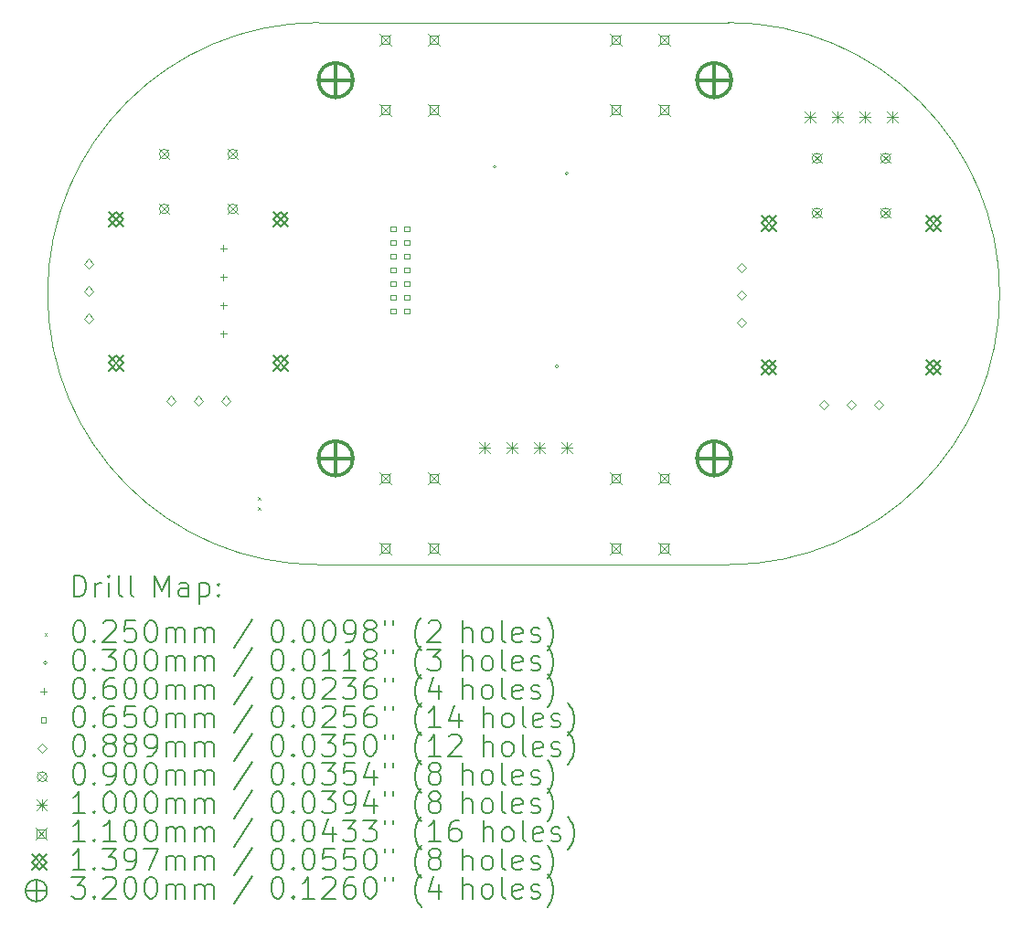
<source format=gbr>
%TF.GenerationSoftware,KiCad,Pcbnew,(7.0.0)*%
%TF.CreationDate,2023-11-05T00:37:03+05:30*%
%TF.ProjectId,Drone_Controller_2.0,44726f6e-655f-4436-9f6e-74726f6c6c65,rev?*%
%TF.SameCoordinates,Original*%
%TF.FileFunction,Drillmap*%
%TF.FilePolarity,Positive*%
%FSLAX45Y45*%
G04 Gerber Fmt 4.5, Leading zero omitted, Abs format (unit mm)*
G04 Created by KiCad (PCBNEW (7.0.0)) date 2023-11-05 00:37:03*
%MOMM*%
%LPD*%
G01*
G04 APERTURE LIST*
%ADD10C,0.100000*%
%ADD11C,0.200000*%
%ADD12C,0.025000*%
%ADD13C,0.030000*%
%ADD14C,0.060000*%
%ADD15C,0.065000*%
%ADD16C,0.088900*%
%ADD17C,0.090000*%
%ADD18C,0.110000*%
%ADD19C,0.139700*%
%ADD20C,0.320000*%
G04 APERTURE END LIST*
D10*
X17777460Y-7619995D02*
X21569680Y-7619995D01*
X17777460Y-12644125D02*
X21569675Y-12644125D01*
X17777460Y-7619995D02*
G75*
G03*
X17777460Y-12644125I0J-2512065D01*
G01*
X21569675Y-12644125D02*
G75*
G03*
X21569675Y-7619995I0J2512065D01*
G01*
D11*
D12*
X17210220Y-12013860D02*
X17235220Y-12038860D01*
X17235220Y-12013860D02*
X17210220Y-12038860D01*
X17210220Y-12113860D02*
X17235220Y-12138860D01*
X17235220Y-12113860D02*
X17210220Y-12138860D01*
D13*
X19420600Y-8956040D02*
G75*
G03*
X19420600Y-8956040I-15000J0D01*
G01*
X19994640Y-10805160D02*
G75*
G03*
X19994640Y-10805160I-15000J0D01*
G01*
X20086080Y-9017000D02*
G75*
G03*
X20086080Y-9017000I-15000J0D01*
G01*
D14*
X16891000Y-9682960D02*
X16891000Y-9742960D01*
X16861000Y-9712960D02*
X16921000Y-9712960D01*
X16891000Y-9947120D02*
X16891000Y-10007120D01*
X16861000Y-9977120D02*
X16921000Y-9977120D01*
X16891000Y-10211280D02*
X16891000Y-10271280D01*
X16861000Y-10241280D02*
X16921000Y-10241280D01*
X16891000Y-10475440D02*
X16891000Y-10535440D01*
X16861000Y-10505440D02*
X16921000Y-10505440D01*
D15*
X18488781Y-9553061D02*
X18488781Y-9507099D01*
X18442819Y-9507099D01*
X18442819Y-9553061D01*
X18488781Y-9553061D01*
X18488781Y-9680061D02*
X18488781Y-9634099D01*
X18442819Y-9634099D01*
X18442819Y-9680061D01*
X18488781Y-9680061D01*
X18488781Y-9807061D02*
X18488781Y-9761099D01*
X18442819Y-9761099D01*
X18442819Y-9807061D01*
X18488781Y-9807061D01*
X18488781Y-9934061D02*
X18488781Y-9888099D01*
X18442819Y-9888099D01*
X18442819Y-9934061D01*
X18488781Y-9934061D01*
X18488781Y-10061061D02*
X18488781Y-10015099D01*
X18442819Y-10015099D01*
X18442819Y-10061061D01*
X18488781Y-10061061D01*
X18488781Y-10188061D02*
X18488781Y-10142099D01*
X18442819Y-10142099D01*
X18442819Y-10188061D01*
X18488781Y-10188061D01*
X18488781Y-10315061D02*
X18488781Y-10269099D01*
X18442819Y-10269099D01*
X18442819Y-10315061D01*
X18488781Y-10315061D01*
X18615781Y-9553061D02*
X18615781Y-9507099D01*
X18569819Y-9507099D01*
X18569819Y-9553061D01*
X18615781Y-9553061D01*
X18615781Y-9680061D02*
X18615781Y-9634099D01*
X18569819Y-9634099D01*
X18569819Y-9680061D01*
X18615781Y-9680061D01*
X18615781Y-9807061D02*
X18615781Y-9761099D01*
X18569819Y-9761099D01*
X18569819Y-9807061D01*
X18615781Y-9807061D01*
X18615781Y-9934061D02*
X18615781Y-9888099D01*
X18569819Y-9888099D01*
X18569819Y-9934061D01*
X18615781Y-9934061D01*
X18615781Y-10061061D02*
X18615781Y-10015099D01*
X18569819Y-10015099D01*
X18569819Y-10061061D01*
X18615781Y-10061061D01*
X18615781Y-10188061D02*
X18615781Y-10142099D01*
X18569819Y-10142099D01*
X18569819Y-10188061D01*
X18615781Y-10188061D01*
X18615781Y-10315061D02*
X18615781Y-10269099D01*
X18569819Y-10269099D01*
X18569819Y-10315061D01*
X18615781Y-10315061D01*
D16*
X15646400Y-9899650D02*
X15690850Y-9855200D01*
X15646400Y-9810750D01*
X15601950Y-9855200D01*
X15646400Y-9899650D01*
X15646400Y-10153650D02*
X15690850Y-10109200D01*
X15646400Y-10064750D01*
X15601950Y-10109200D01*
X15646400Y-10153650D01*
X15646400Y-10407650D02*
X15690850Y-10363200D01*
X15646400Y-10318750D01*
X15601950Y-10363200D01*
X15646400Y-10407650D01*
X16408400Y-11169650D02*
X16452850Y-11125200D01*
X16408400Y-11080750D01*
X16363950Y-11125200D01*
X16408400Y-11169650D01*
X16662400Y-11169650D02*
X16706850Y-11125200D01*
X16662400Y-11080750D01*
X16617950Y-11125200D01*
X16662400Y-11169650D01*
X16916400Y-11169650D02*
X16960850Y-11125200D01*
X16916400Y-11080750D01*
X16871950Y-11125200D01*
X16916400Y-11169650D01*
X21691600Y-9937750D02*
X21736050Y-9893300D01*
X21691600Y-9848850D01*
X21647150Y-9893300D01*
X21691600Y-9937750D01*
X21691600Y-10191750D02*
X21736050Y-10147300D01*
X21691600Y-10102850D01*
X21647150Y-10147300D01*
X21691600Y-10191750D01*
X21691600Y-10445750D02*
X21736050Y-10401300D01*
X21691600Y-10356850D01*
X21647150Y-10401300D01*
X21691600Y-10445750D01*
X22453600Y-11207750D02*
X22498050Y-11163300D01*
X22453600Y-11118850D01*
X22409150Y-11163300D01*
X22453600Y-11207750D01*
X22707600Y-11207750D02*
X22752050Y-11163300D01*
X22707600Y-11118850D01*
X22663150Y-11163300D01*
X22707600Y-11207750D01*
X22961600Y-11207750D02*
X23006050Y-11163300D01*
X22961600Y-11118850D01*
X22917150Y-11163300D01*
X22961600Y-11207750D01*
D17*
X16299900Y-8794200D02*
X16389900Y-8884200D01*
X16389900Y-8794200D02*
X16299900Y-8884200D01*
X16389900Y-8839200D02*
G75*
G03*
X16389900Y-8839200I-45000J0D01*
G01*
X16299900Y-9302200D02*
X16389900Y-9392200D01*
X16389900Y-9302200D02*
X16299900Y-9392200D01*
X16389900Y-9347200D02*
G75*
G03*
X16389900Y-9347200I-45000J0D01*
G01*
X16934900Y-8794200D02*
X17024900Y-8884200D01*
X17024900Y-8794200D02*
X16934900Y-8884200D01*
X17024900Y-8839200D02*
G75*
G03*
X17024900Y-8839200I-45000J0D01*
G01*
X16934900Y-9302200D02*
X17024900Y-9392200D01*
X17024900Y-9302200D02*
X16934900Y-9392200D01*
X17024900Y-9347200D02*
G75*
G03*
X17024900Y-9347200I-45000J0D01*
G01*
X22345100Y-8832300D02*
X22435100Y-8922300D01*
X22435100Y-8832300D02*
X22345100Y-8922300D01*
X22435100Y-8877300D02*
G75*
G03*
X22435100Y-8877300I-45000J0D01*
G01*
X22345100Y-9340300D02*
X22435100Y-9430300D01*
X22435100Y-9340300D02*
X22345100Y-9430300D01*
X22435100Y-9385300D02*
G75*
G03*
X22435100Y-9385300I-45000J0D01*
G01*
X22980100Y-8832300D02*
X23070100Y-8922300D01*
X23070100Y-8832300D02*
X22980100Y-8922300D01*
X23070100Y-8877300D02*
G75*
G03*
X23070100Y-8877300I-45000J0D01*
G01*
X22980100Y-9340300D02*
X23070100Y-9430300D01*
X23070100Y-9340300D02*
X22980100Y-9430300D01*
X23070100Y-9385300D02*
G75*
G03*
X23070100Y-9385300I-45000J0D01*
G01*
D10*
X19260080Y-11507000D02*
X19360080Y-11607000D01*
X19360080Y-11507000D02*
X19260080Y-11607000D01*
X19310080Y-11507000D02*
X19310080Y-11607000D01*
X19260080Y-11557000D02*
X19360080Y-11557000D01*
X19514080Y-11507000D02*
X19614080Y-11607000D01*
X19614080Y-11507000D02*
X19514080Y-11607000D01*
X19564080Y-11507000D02*
X19564080Y-11607000D01*
X19514080Y-11557000D02*
X19614080Y-11557000D01*
X19768080Y-11507000D02*
X19868080Y-11607000D01*
X19868080Y-11507000D02*
X19768080Y-11607000D01*
X19818080Y-11507000D02*
X19818080Y-11607000D01*
X19768080Y-11557000D02*
X19868080Y-11557000D01*
X20022080Y-11507000D02*
X20122080Y-11607000D01*
X20122080Y-11507000D02*
X20022080Y-11607000D01*
X20072080Y-11507000D02*
X20072080Y-11607000D01*
X20022080Y-11557000D02*
X20122080Y-11557000D01*
X22277600Y-8443760D02*
X22377600Y-8543760D01*
X22377600Y-8443760D02*
X22277600Y-8543760D01*
X22327600Y-8443760D02*
X22327600Y-8543760D01*
X22277600Y-8493760D02*
X22377600Y-8493760D01*
X22531600Y-8443760D02*
X22631600Y-8543760D01*
X22631600Y-8443760D02*
X22531600Y-8543760D01*
X22581600Y-8443760D02*
X22581600Y-8543760D01*
X22531600Y-8493760D02*
X22631600Y-8493760D01*
X22785600Y-8443760D02*
X22885600Y-8543760D01*
X22885600Y-8443760D02*
X22785600Y-8543760D01*
X22835600Y-8443760D02*
X22835600Y-8543760D01*
X22785600Y-8493760D02*
X22885600Y-8493760D01*
X23039600Y-8443760D02*
X23139600Y-8543760D01*
X23139600Y-8443760D02*
X23039600Y-8543760D01*
X23089600Y-8443760D02*
X23089600Y-8543760D01*
X23039600Y-8493760D02*
X23139600Y-8493760D01*
D18*
X18338200Y-7722600D02*
X18448200Y-7832600D01*
X18448200Y-7722600D02*
X18338200Y-7832600D01*
X18432091Y-7816491D02*
X18432091Y-7738709D01*
X18354309Y-7738709D01*
X18354309Y-7816491D01*
X18432091Y-7816491D01*
X18338200Y-8372600D02*
X18448200Y-8482600D01*
X18448200Y-8372600D02*
X18338200Y-8482600D01*
X18432091Y-8466491D02*
X18432091Y-8388709D01*
X18354309Y-8388709D01*
X18354309Y-8466491D01*
X18432091Y-8466491D01*
X18338200Y-11786600D02*
X18448200Y-11896600D01*
X18448200Y-11786600D02*
X18338200Y-11896600D01*
X18432091Y-11880491D02*
X18432091Y-11802709D01*
X18354309Y-11802709D01*
X18354309Y-11880491D01*
X18432091Y-11880491D01*
X18338200Y-12436600D02*
X18448200Y-12546600D01*
X18448200Y-12436600D02*
X18338200Y-12546600D01*
X18432091Y-12530491D02*
X18432091Y-12452709D01*
X18354309Y-12452709D01*
X18354309Y-12530491D01*
X18432091Y-12530491D01*
X18788200Y-7722600D02*
X18898200Y-7832600D01*
X18898200Y-7722600D02*
X18788200Y-7832600D01*
X18882091Y-7816491D02*
X18882091Y-7738709D01*
X18804309Y-7738709D01*
X18804309Y-7816491D01*
X18882091Y-7816491D01*
X18788200Y-8372600D02*
X18898200Y-8482600D01*
X18898200Y-8372600D02*
X18788200Y-8482600D01*
X18882091Y-8466491D02*
X18882091Y-8388709D01*
X18804309Y-8388709D01*
X18804309Y-8466491D01*
X18882091Y-8466491D01*
X18788200Y-11786600D02*
X18898200Y-11896600D01*
X18898200Y-11786600D02*
X18788200Y-11896600D01*
X18882091Y-11880491D02*
X18882091Y-11802709D01*
X18804309Y-11802709D01*
X18804309Y-11880491D01*
X18882091Y-11880491D01*
X18788200Y-12436600D02*
X18898200Y-12546600D01*
X18898200Y-12436600D02*
X18788200Y-12546600D01*
X18882091Y-12530491D02*
X18882091Y-12452709D01*
X18804309Y-12452709D01*
X18804309Y-12530491D01*
X18882091Y-12530491D01*
X20471800Y-7722600D02*
X20581800Y-7832600D01*
X20581800Y-7722600D02*
X20471800Y-7832600D01*
X20565691Y-7816491D02*
X20565691Y-7738709D01*
X20487909Y-7738709D01*
X20487909Y-7816491D01*
X20565691Y-7816491D01*
X20471800Y-8372600D02*
X20581800Y-8482600D01*
X20581800Y-8372600D02*
X20471800Y-8482600D01*
X20565691Y-8466491D02*
X20565691Y-8388709D01*
X20487909Y-8388709D01*
X20487909Y-8466491D01*
X20565691Y-8466491D01*
X20471800Y-11786600D02*
X20581800Y-11896600D01*
X20581800Y-11786600D02*
X20471800Y-11896600D01*
X20565691Y-11880491D02*
X20565691Y-11802709D01*
X20487909Y-11802709D01*
X20487909Y-11880491D01*
X20565691Y-11880491D01*
X20471800Y-12436600D02*
X20581800Y-12546600D01*
X20581800Y-12436600D02*
X20471800Y-12546600D01*
X20565691Y-12530491D02*
X20565691Y-12452709D01*
X20487909Y-12452709D01*
X20487909Y-12530491D01*
X20565691Y-12530491D01*
X20921800Y-7722600D02*
X21031800Y-7832600D01*
X21031800Y-7722600D02*
X20921800Y-7832600D01*
X21015691Y-7816491D02*
X21015691Y-7738709D01*
X20937909Y-7738709D01*
X20937909Y-7816491D01*
X21015691Y-7816491D01*
X20921800Y-8372600D02*
X21031800Y-8482600D01*
X21031800Y-8372600D02*
X20921800Y-8482600D01*
X21015691Y-8466491D02*
X21015691Y-8388709D01*
X20937909Y-8388709D01*
X20937909Y-8466491D01*
X21015691Y-8466491D01*
X20921800Y-11786600D02*
X21031800Y-11896600D01*
X21031800Y-11786600D02*
X20921800Y-11896600D01*
X21015691Y-11880491D02*
X21015691Y-11802709D01*
X20937909Y-11802709D01*
X20937909Y-11880491D01*
X21015691Y-11880491D01*
X20921800Y-12436600D02*
X21031800Y-12546600D01*
X21031800Y-12436600D02*
X20921800Y-12546600D01*
X21015691Y-12530491D02*
X21015691Y-12452709D01*
X20937909Y-12452709D01*
X20937909Y-12530491D01*
X21015691Y-12530491D01*
D19*
X15830550Y-9372600D02*
X15970250Y-9512300D01*
X15970250Y-9372600D02*
X15830550Y-9512300D01*
X15900400Y-9512300D02*
X15970250Y-9442450D01*
X15900400Y-9372600D01*
X15830550Y-9442450D01*
X15900400Y-9512300D01*
X15830550Y-10706100D02*
X15970250Y-10845800D01*
X15970250Y-10706100D02*
X15830550Y-10845800D01*
X15900400Y-10845800D02*
X15970250Y-10775950D01*
X15900400Y-10706100D01*
X15830550Y-10775950D01*
X15900400Y-10845800D01*
X17354550Y-9372600D02*
X17494250Y-9512300D01*
X17494250Y-9372600D02*
X17354550Y-9512300D01*
X17424400Y-9512300D02*
X17494250Y-9442450D01*
X17424400Y-9372600D01*
X17354550Y-9442450D01*
X17424400Y-9512300D01*
X17354550Y-10706100D02*
X17494250Y-10845800D01*
X17494250Y-10706100D02*
X17354550Y-10845800D01*
X17424400Y-10845800D02*
X17494250Y-10775950D01*
X17424400Y-10706100D01*
X17354550Y-10775950D01*
X17424400Y-10845800D01*
X21875750Y-9410700D02*
X22015450Y-9550400D01*
X22015450Y-9410700D02*
X21875750Y-9550400D01*
X21945600Y-9550400D02*
X22015450Y-9480550D01*
X21945600Y-9410700D01*
X21875750Y-9480550D01*
X21945600Y-9550400D01*
X21875750Y-10744200D02*
X22015450Y-10883900D01*
X22015450Y-10744200D02*
X21875750Y-10883900D01*
X21945600Y-10883900D02*
X22015450Y-10814050D01*
X21945600Y-10744200D01*
X21875750Y-10814050D01*
X21945600Y-10883900D01*
X23399750Y-9410700D02*
X23539450Y-9550400D01*
X23539450Y-9410700D02*
X23399750Y-9550400D01*
X23469600Y-9550400D02*
X23539450Y-9480550D01*
X23469600Y-9410700D01*
X23399750Y-9480550D01*
X23469600Y-9550400D01*
X23399750Y-10744200D02*
X23539450Y-10883900D01*
X23539450Y-10744200D02*
X23399750Y-10883900D01*
X23469600Y-10883900D02*
X23539450Y-10814050D01*
X23469600Y-10744200D01*
X23399750Y-10814050D01*
X23469600Y-10883900D01*
D20*
X17932400Y-7993400D02*
X17932400Y-8313400D01*
X17772400Y-8153400D02*
X18092400Y-8153400D01*
X18092400Y-8153400D02*
G75*
G03*
X18092400Y-8153400I-160000J0D01*
G01*
X17932400Y-11498600D02*
X17932400Y-11818600D01*
X17772400Y-11658600D02*
X18092400Y-11658600D01*
X18092400Y-11658600D02*
G75*
G03*
X18092400Y-11658600I-160000J0D01*
G01*
X21437600Y-7993400D02*
X21437600Y-8313400D01*
X21277600Y-8153400D02*
X21597600Y-8153400D01*
X21597600Y-8153400D02*
G75*
G03*
X21597600Y-8153400I-160000J0D01*
G01*
X21437600Y-11498600D02*
X21437600Y-11818600D01*
X21277600Y-11658600D02*
X21597600Y-11658600D01*
X21597600Y-11658600D02*
G75*
G03*
X21597600Y-11658600I-160000J0D01*
G01*
D11*
X15508014Y-12942601D02*
X15508014Y-12742601D01*
X15508014Y-12742601D02*
X15555633Y-12742601D01*
X15555633Y-12742601D02*
X15584204Y-12752125D01*
X15584204Y-12752125D02*
X15603252Y-12771173D01*
X15603252Y-12771173D02*
X15612776Y-12790220D01*
X15612776Y-12790220D02*
X15622300Y-12828315D01*
X15622300Y-12828315D02*
X15622300Y-12856887D01*
X15622300Y-12856887D02*
X15612776Y-12894982D01*
X15612776Y-12894982D02*
X15603252Y-12914030D01*
X15603252Y-12914030D02*
X15584204Y-12933077D01*
X15584204Y-12933077D02*
X15555633Y-12942601D01*
X15555633Y-12942601D02*
X15508014Y-12942601D01*
X15708014Y-12942601D02*
X15708014Y-12809268D01*
X15708014Y-12847363D02*
X15717538Y-12828315D01*
X15717538Y-12828315D02*
X15727061Y-12818792D01*
X15727061Y-12818792D02*
X15746109Y-12809268D01*
X15746109Y-12809268D02*
X15765157Y-12809268D01*
X15831823Y-12942601D02*
X15831823Y-12809268D01*
X15831823Y-12742601D02*
X15822300Y-12752125D01*
X15822300Y-12752125D02*
X15831823Y-12761649D01*
X15831823Y-12761649D02*
X15841347Y-12752125D01*
X15841347Y-12752125D02*
X15831823Y-12742601D01*
X15831823Y-12742601D02*
X15831823Y-12761649D01*
X15955633Y-12942601D02*
X15936585Y-12933077D01*
X15936585Y-12933077D02*
X15927061Y-12914030D01*
X15927061Y-12914030D02*
X15927061Y-12742601D01*
X16060395Y-12942601D02*
X16041347Y-12933077D01*
X16041347Y-12933077D02*
X16031823Y-12914030D01*
X16031823Y-12914030D02*
X16031823Y-12742601D01*
X16256585Y-12942601D02*
X16256585Y-12742601D01*
X16256585Y-12742601D02*
X16323252Y-12885458D01*
X16323252Y-12885458D02*
X16389919Y-12742601D01*
X16389919Y-12742601D02*
X16389919Y-12942601D01*
X16570871Y-12942601D02*
X16570871Y-12837839D01*
X16570871Y-12837839D02*
X16561347Y-12818792D01*
X16561347Y-12818792D02*
X16542300Y-12809268D01*
X16542300Y-12809268D02*
X16504204Y-12809268D01*
X16504204Y-12809268D02*
X16485157Y-12818792D01*
X16570871Y-12933077D02*
X16551823Y-12942601D01*
X16551823Y-12942601D02*
X16504204Y-12942601D01*
X16504204Y-12942601D02*
X16485157Y-12933077D01*
X16485157Y-12933077D02*
X16475633Y-12914030D01*
X16475633Y-12914030D02*
X16475633Y-12894982D01*
X16475633Y-12894982D02*
X16485157Y-12875935D01*
X16485157Y-12875935D02*
X16504204Y-12866411D01*
X16504204Y-12866411D02*
X16551823Y-12866411D01*
X16551823Y-12866411D02*
X16570871Y-12856887D01*
X16666109Y-12809268D02*
X16666109Y-13009268D01*
X16666109Y-12818792D02*
X16685157Y-12809268D01*
X16685157Y-12809268D02*
X16723252Y-12809268D01*
X16723252Y-12809268D02*
X16742300Y-12818792D01*
X16742300Y-12818792D02*
X16751823Y-12828315D01*
X16751823Y-12828315D02*
X16761347Y-12847363D01*
X16761347Y-12847363D02*
X16761347Y-12904506D01*
X16761347Y-12904506D02*
X16751823Y-12923554D01*
X16751823Y-12923554D02*
X16742300Y-12933077D01*
X16742300Y-12933077D02*
X16723252Y-12942601D01*
X16723252Y-12942601D02*
X16685157Y-12942601D01*
X16685157Y-12942601D02*
X16666109Y-12933077D01*
X16847062Y-12923554D02*
X16856585Y-12933077D01*
X16856585Y-12933077D02*
X16847062Y-12942601D01*
X16847062Y-12942601D02*
X16837538Y-12933077D01*
X16837538Y-12933077D02*
X16847062Y-12923554D01*
X16847062Y-12923554D02*
X16847062Y-12942601D01*
X16847062Y-12818792D02*
X16856585Y-12828315D01*
X16856585Y-12828315D02*
X16847062Y-12837839D01*
X16847062Y-12837839D02*
X16837538Y-12828315D01*
X16837538Y-12828315D02*
X16847062Y-12818792D01*
X16847062Y-12818792D02*
X16847062Y-12837839D01*
D12*
X15235395Y-13276625D02*
X15260395Y-13301625D01*
X15260395Y-13276625D02*
X15235395Y-13301625D01*
D11*
X15546109Y-13162601D02*
X15565157Y-13162601D01*
X15565157Y-13162601D02*
X15584204Y-13172125D01*
X15584204Y-13172125D02*
X15593728Y-13181649D01*
X15593728Y-13181649D02*
X15603252Y-13200696D01*
X15603252Y-13200696D02*
X15612776Y-13238792D01*
X15612776Y-13238792D02*
X15612776Y-13286411D01*
X15612776Y-13286411D02*
X15603252Y-13324506D01*
X15603252Y-13324506D02*
X15593728Y-13343554D01*
X15593728Y-13343554D02*
X15584204Y-13353077D01*
X15584204Y-13353077D02*
X15565157Y-13362601D01*
X15565157Y-13362601D02*
X15546109Y-13362601D01*
X15546109Y-13362601D02*
X15527061Y-13353077D01*
X15527061Y-13353077D02*
X15517538Y-13343554D01*
X15517538Y-13343554D02*
X15508014Y-13324506D01*
X15508014Y-13324506D02*
X15498490Y-13286411D01*
X15498490Y-13286411D02*
X15498490Y-13238792D01*
X15498490Y-13238792D02*
X15508014Y-13200696D01*
X15508014Y-13200696D02*
X15517538Y-13181649D01*
X15517538Y-13181649D02*
X15527061Y-13172125D01*
X15527061Y-13172125D02*
X15546109Y-13162601D01*
X15698490Y-13343554D02*
X15708014Y-13353077D01*
X15708014Y-13353077D02*
X15698490Y-13362601D01*
X15698490Y-13362601D02*
X15688966Y-13353077D01*
X15688966Y-13353077D02*
X15698490Y-13343554D01*
X15698490Y-13343554D02*
X15698490Y-13362601D01*
X15784204Y-13181649D02*
X15793728Y-13172125D01*
X15793728Y-13172125D02*
X15812776Y-13162601D01*
X15812776Y-13162601D02*
X15860395Y-13162601D01*
X15860395Y-13162601D02*
X15879442Y-13172125D01*
X15879442Y-13172125D02*
X15888966Y-13181649D01*
X15888966Y-13181649D02*
X15898490Y-13200696D01*
X15898490Y-13200696D02*
X15898490Y-13219744D01*
X15898490Y-13219744D02*
X15888966Y-13248315D01*
X15888966Y-13248315D02*
X15774681Y-13362601D01*
X15774681Y-13362601D02*
X15898490Y-13362601D01*
X16079442Y-13162601D02*
X15984204Y-13162601D01*
X15984204Y-13162601D02*
X15974681Y-13257839D01*
X15974681Y-13257839D02*
X15984204Y-13248315D01*
X15984204Y-13248315D02*
X16003252Y-13238792D01*
X16003252Y-13238792D02*
X16050871Y-13238792D01*
X16050871Y-13238792D02*
X16069919Y-13248315D01*
X16069919Y-13248315D02*
X16079442Y-13257839D01*
X16079442Y-13257839D02*
X16088966Y-13276887D01*
X16088966Y-13276887D02*
X16088966Y-13324506D01*
X16088966Y-13324506D02*
X16079442Y-13343554D01*
X16079442Y-13343554D02*
X16069919Y-13353077D01*
X16069919Y-13353077D02*
X16050871Y-13362601D01*
X16050871Y-13362601D02*
X16003252Y-13362601D01*
X16003252Y-13362601D02*
X15984204Y-13353077D01*
X15984204Y-13353077D02*
X15974681Y-13343554D01*
X16212776Y-13162601D02*
X16231823Y-13162601D01*
X16231823Y-13162601D02*
X16250871Y-13172125D01*
X16250871Y-13172125D02*
X16260395Y-13181649D01*
X16260395Y-13181649D02*
X16269919Y-13200696D01*
X16269919Y-13200696D02*
X16279442Y-13238792D01*
X16279442Y-13238792D02*
X16279442Y-13286411D01*
X16279442Y-13286411D02*
X16269919Y-13324506D01*
X16269919Y-13324506D02*
X16260395Y-13343554D01*
X16260395Y-13343554D02*
X16250871Y-13353077D01*
X16250871Y-13353077D02*
X16231823Y-13362601D01*
X16231823Y-13362601D02*
X16212776Y-13362601D01*
X16212776Y-13362601D02*
X16193728Y-13353077D01*
X16193728Y-13353077D02*
X16184204Y-13343554D01*
X16184204Y-13343554D02*
X16174681Y-13324506D01*
X16174681Y-13324506D02*
X16165157Y-13286411D01*
X16165157Y-13286411D02*
X16165157Y-13238792D01*
X16165157Y-13238792D02*
X16174681Y-13200696D01*
X16174681Y-13200696D02*
X16184204Y-13181649D01*
X16184204Y-13181649D02*
X16193728Y-13172125D01*
X16193728Y-13172125D02*
X16212776Y-13162601D01*
X16365157Y-13362601D02*
X16365157Y-13229268D01*
X16365157Y-13248315D02*
X16374681Y-13238792D01*
X16374681Y-13238792D02*
X16393728Y-13229268D01*
X16393728Y-13229268D02*
X16422300Y-13229268D01*
X16422300Y-13229268D02*
X16441347Y-13238792D01*
X16441347Y-13238792D02*
X16450871Y-13257839D01*
X16450871Y-13257839D02*
X16450871Y-13362601D01*
X16450871Y-13257839D02*
X16460395Y-13238792D01*
X16460395Y-13238792D02*
X16479442Y-13229268D01*
X16479442Y-13229268D02*
X16508014Y-13229268D01*
X16508014Y-13229268D02*
X16527062Y-13238792D01*
X16527062Y-13238792D02*
X16536585Y-13257839D01*
X16536585Y-13257839D02*
X16536585Y-13362601D01*
X16631823Y-13362601D02*
X16631823Y-13229268D01*
X16631823Y-13248315D02*
X16641347Y-13238792D01*
X16641347Y-13238792D02*
X16660395Y-13229268D01*
X16660395Y-13229268D02*
X16688966Y-13229268D01*
X16688966Y-13229268D02*
X16708014Y-13238792D01*
X16708014Y-13238792D02*
X16717538Y-13257839D01*
X16717538Y-13257839D02*
X16717538Y-13362601D01*
X16717538Y-13257839D02*
X16727062Y-13238792D01*
X16727062Y-13238792D02*
X16746109Y-13229268D01*
X16746109Y-13229268D02*
X16774681Y-13229268D01*
X16774681Y-13229268D02*
X16793728Y-13238792D01*
X16793728Y-13238792D02*
X16803252Y-13257839D01*
X16803252Y-13257839D02*
X16803252Y-13362601D01*
X17161347Y-13153077D02*
X16989919Y-13410220D01*
X17386109Y-13162601D02*
X17405157Y-13162601D01*
X17405157Y-13162601D02*
X17424205Y-13172125D01*
X17424205Y-13172125D02*
X17433728Y-13181649D01*
X17433728Y-13181649D02*
X17443252Y-13200696D01*
X17443252Y-13200696D02*
X17452776Y-13238792D01*
X17452776Y-13238792D02*
X17452776Y-13286411D01*
X17452776Y-13286411D02*
X17443252Y-13324506D01*
X17443252Y-13324506D02*
X17433728Y-13343554D01*
X17433728Y-13343554D02*
X17424205Y-13353077D01*
X17424205Y-13353077D02*
X17405157Y-13362601D01*
X17405157Y-13362601D02*
X17386109Y-13362601D01*
X17386109Y-13362601D02*
X17367062Y-13353077D01*
X17367062Y-13353077D02*
X17357538Y-13343554D01*
X17357538Y-13343554D02*
X17348014Y-13324506D01*
X17348014Y-13324506D02*
X17338490Y-13286411D01*
X17338490Y-13286411D02*
X17338490Y-13238792D01*
X17338490Y-13238792D02*
X17348014Y-13200696D01*
X17348014Y-13200696D02*
X17357538Y-13181649D01*
X17357538Y-13181649D02*
X17367062Y-13172125D01*
X17367062Y-13172125D02*
X17386109Y-13162601D01*
X17538490Y-13343554D02*
X17548014Y-13353077D01*
X17548014Y-13353077D02*
X17538490Y-13362601D01*
X17538490Y-13362601D02*
X17528966Y-13353077D01*
X17528966Y-13353077D02*
X17538490Y-13343554D01*
X17538490Y-13343554D02*
X17538490Y-13362601D01*
X17671824Y-13162601D02*
X17690871Y-13162601D01*
X17690871Y-13162601D02*
X17709919Y-13172125D01*
X17709919Y-13172125D02*
X17719443Y-13181649D01*
X17719443Y-13181649D02*
X17728966Y-13200696D01*
X17728966Y-13200696D02*
X17738490Y-13238792D01*
X17738490Y-13238792D02*
X17738490Y-13286411D01*
X17738490Y-13286411D02*
X17728966Y-13324506D01*
X17728966Y-13324506D02*
X17719443Y-13343554D01*
X17719443Y-13343554D02*
X17709919Y-13353077D01*
X17709919Y-13353077D02*
X17690871Y-13362601D01*
X17690871Y-13362601D02*
X17671824Y-13362601D01*
X17671824Y-13362601D02*
X17652776Y-13353077D01*
X17652776Y-13353077D02*
X17643252Y-13343554D01*
X17643252Y-13343554D02*
X17633728Y-13324506D01*
X17633728Y-13324506D02*
X17624205Y-13286411D01*
X17624205Y-13286411D02*
X17624205Y-13238792D01*
X17624205Y-13238792D02*
X17633728Y-13200696D01*
X17633728Y-13200696D02*
X17643252Y-13181649D01*
X17643252Y-13181649D02*
X17652776Y-13172125D01*
X17652776Y-13172125D02*
X17671824Y-13162601D01*
X17862300Y-13162601D02*
X17881347Y-13162601D01*
X17881347Y-13162601D02*
X17900395Y-13172125D01*
X17900395Y-13172125D02*
X17909919Y-13181649D01*
X17909919Y-13181649D02*
X17919443Y-13200696D01*
X17919443Y-13200696D02*
X17928966Y-13238792D01*
X17928966Y-13238792D02*
X17928966Y-13286411D01*
X17928966Y-13286411D02*
X17919443Y-13324506D01*
X17919443Y-13324506D02*
X17909919Y-13343554D01*
X17909919Y-13343554D02*
X17900395Y-13353077D01*
X17900395Y-13353077D02*
X17881347Y-13362601D01*
X17881347Y-13362601D02*
X17862300Y-13362601D01*
X17862300Y-13362601D02*
X17843252Y-13353077D01*
X17843252Y-13353077D02*
X17833728Y-13343554D01*
X17833728Y-13343554D02*
X17824205Y-13324506D01*
X17824205Y-13324506D02*
X17814681Y-13286411D01*
X17814681Y-13286411D02*
X17814681Y-13238792D01*
X17814681Y-13238792D02*
X17824205Y-13200696D01*
X17824205Y-13200696D02*
X17833728Y-13181649D01*
X17833728Y-13181649D02*
X17843252Y-13172125D01*
X17843252Y-13172125D02*
X17862300Y-13162601D01*
X18024205Y-13362601D02*
X18062300Y-13362601D01*
X18062300Y-13362601D02*
X18081347Y-13353077D01*
X18081347Y-13353077D02*
X18090871Y-13343554D01*
X18090871Y-13343554D02*
X18109919Y-13314982D01*
X18109919Y-13314982D02*
X18119443Y-13276887D01*
X18119443Y-13276887D02*
X18119443Y-13200696D01*
X18119443Y-13200696D02*
X18109919Y-13181649D01*
X18109919Y-13181649D02*
X18100395Y-13172125D01*
X18100395Y-13172125D02*
X18081347Y-13162601D01*
X18081347Y-13162601D02*
X18043252Y-13162601D01*
X18043252Y-13162601D02*
X18024205Y-13172125D01*
X18024205Y-13172125D02*
X18014681Y-13181649D01*
X18014681Y-13181649D02*
X18005157Y-13200696D01*
X18005157Y-13200696D02*
X18005157Y-13248315D01*
X18005157Y-13248315D02*
X18014681Y-13267363D01*
X18014681Y-13267363D02*
X18024205Y-13276887D01*
X18024205Y-13276887D02*
X18043252Y-13286411D01*
X18043252Y-13286411D02*
X18081347Y-13286411D01*
X18081347Y-13286411D02*
X18100395Y-13276887D01*
X18100395Y-13276887D02*
X18109919Y-13267363D01*
X18109919Y-13267363D02*
X18119443Y-13248315D01*
X18233728Y-13248315D02*
X18214681Y-13238792D01*
X18214681Y-13238792D02*
X18205157Y-13229268D01*
X18205157Y-13229268D02*
X18195633Y-13210220D01*
X18195633Y-13210220D02*
X18195633Y-13200696D01*
X18195633Y-13200696D02*
X18205157Y-13181649D01*
X18205157Y-13181649D02*
X18214681Y-13172125D01*
X18214681Y-13172125D02*
X18233728Y-13162601D01*
X18233728Y-13162601D02*
X18271824Y-13162601D01*
X18271824Y-13162601D02*
X18290871Y-13172125D01*
X18290871Y-13172125D02*
X18300395Y-13181649D01*
X18300395Y-13181649D02*
X18309919Y-13200696D01*
X18309919Y-13200696D02*
X18309919Y-13210220D01*
X18309919Y-13210220D02*
X18300395Y-13229268D01*
X18300395Y-13229268D02*
X18290871Y-13238792D01*
X18290871Y-13238792D02*
X18271824Y-13248315D01*
X18271824Y-13248315D02*
X18233728Y-13248315D01*
X18233728Y-13248315D02*
X18214681Y-13257839D01*
X18214681Y-13257839D02*
X18205157Y-13267363D01*
X18205157Y-13267363D02*
X18195633Y-13286411D01*
X18195633Y-13286411D02*
X18195633Y-13324506D01*
X18195633Y-13324506D02*
X18205157Y-13343554D01*
X18205157Y-13343554D02*
X18214681Y-13353077D01*
X18214681Y-13353077D02*
X18233728Y-13362601D01*
X18233728Y-13362601D02*
X18271824Y-13362601D01*
X18271824Y-13362601D02*
X18290871Y-13353077D01*
X18290871Y-13353077D02*
X18300395Y-13343554D01*
X18300395Y-13343554D02*
X18309919Y-13324506D01*
X18309919Y-13324506D02*
X18309919Y-13286411D01*
X18309919Y-13286411D02*
X18300395Y-13267363D01*
X18300395Y-13267363D02*
X18290871Y-13257839D01*
X18290871Y-13257839D02*
X18271824Y-13248315D01*
X18386109Y-13162601D02*
X18386109Y-13200696D01*
X18462300Y-13162601D02*
X18462300Y-13200696D01*
X18725157Y-13438792D02*
X18715633Y-13429268D01*
X18715633Y-13429268D02*
X18696586Y-13400696D01*
X18696586Y-13400696D02*
X18687062Y-13381649D01*
X18687062Y-13381649D02*
X18677538Y-13353077D01*
X18677538Y-13353077D02*
X18668014Y-13305458D01*
X18668014Y-13305458D02*
X18668014Y-13267363D01*
X18668014Y-13267363D02*
X18677538Y-13219744D01*
X18677538Y-13219744D02*
X18687062Y-13191173D01*
X18687062Y-13191173D02*
X18696586Y-13172125D01*
X18696586Y-13172125D02*
X18715633Y-13143554D01*
X18715633Y-13143554D02*
X18725157Y-13134030D01*
X18791824Y-13181649D02*
X18801347Y-13172125D01*
X18801347Y-13172125D02*
X18820395Y-13162601D01*
X18820395Y-13162601D02*
X18868014Y-13162601D01*
X18868014Y-13162601D02*
X18887062Y-13172125D01*
X18887062Y-13172125D02*
X18896586Y-13181649D01*
X18896586Y-13181649D02*
X18906109Y-13200696D01*
X18906109Y-13200696D02*
X18906109Y-13219744D01*
X18906109Y-13219744D02*
X18896586Y-13248315D01*
X18896586Y-13248315D02*
X18782300Y-13362601D01*
X18782300Y-13362601D02*
X18906109Y-13362601D01*
X19111824Y-13362601D02*
X19111824Y-13162601D01*
X19197538Y-13362601D02*
X19197538Y-13257839D01*
X19197538Y-13257839D02*
X19188014Y-13238792D01*
X19188014Y-13238792D02*
X19168967Y-13229268D01*
X19168967Y-13229268D02*
X19140395Y-13229268D01*
X19140395Y-13229268D02*
X19121347Y-13238792D01*
X19121347Y-13238792D02*
X19111824Y-13248315D01*
X19321347Y-13362601D02*
X19302300Y-13353077D01*
X19302300Y-13353077D02*
X19292776Y-13343554D01*
X19292776Y-13343554D02*
X19283252Y-13324506D01*
X19283252Y-13324506D02*
X19283252Y-13267363D01*
X19283252Y-13267363D02*
X19292776Y-13248315D01*
X19292776Y-13248315D02*
X19302300Y-13238792D01*
X19302300Y-13238792D02*
X19321347Y-13229268D01*
X19321347Y-13229268D02*
X19349919Y-13229268D01*
X19349919Y-13229268D02*
X19368967Y-13238792D01*
X19368967Y-13238792D02*
X19378490Y-13248315D01*
X19378490Y-13248315D02*
X19388014Y-13267363D01*
X19388014Y-13267363D02*
X19388014Y-13324506D01*
X19388014Y-13324506D02*
X19378490Y-13343554D01*
X19378490Y-13343554D02*
X19368967Y-13353077D01*
X19368967Y-13353077D02*
X19349919Y-13362601D01*
X19349919Y-13362601D02*
X19321347Y-13362601D01*
X19502300Y-13362601D02*
X19483252Y-13353077D01*
X19483252Y-13353077D02*
X19473728Y-13334030D01*
X19473728Y-13334030D02*
X19473728Y-13162601D01*
X19654681Y-13353077D02*
X19635633Y-13362601D01*
X19635633Y-13362601D02*
X19597538Y-13362601D01*
X19597538Y-13362601D02*
X19578490Y-13353077D01*
X19578490Y-13353077D02*
X19568967Y-13334030D01*
X19568967Y-13334030D02*
X19568967Y-13257839D01*
X19568967Y-13257839D02*
X19578490Y-13238792D01*
X19578490Y-13238792D02*
X19597538Y-13229268D01*
X19597538Y-13229268D02*
X19635633Y-13229268D01*
X19635633Y-13229268D02*
X19654681Y-13238792D01*
X19654681Y-13238792D02*
X19664205Y-13257839D01*
X19664205Y-13257839D02*
X19664205Y-13276887D01*
X19664205Y-13276887D02*
X19568967Y-13295935D01*
X19740395Y-13353077D02*
X19759443Y-13362601D01*
X19759443Y-13362601D02*
X19797538Y-13362601D01*
X19797538Y-13362601D02*
X19816586Y-13353077D01*
X19816586Y-13353077D02*
X19826109Y-13334030D01*
X19826109Y-13334030D02*
X19826109Y-13324506D01*
X19826109Y-13324506D02*
X19816586Y-13305458D01*
X19816586Y-13305458D02*
X19797538Y-13295935D01*
X19797538Y-13295935D02*
X19768967Y-13295935D01*
X19768967Y-13295935D02*
X19749919Y-13286411D01*
X19749919Y-13286411D02*
X19740395Y-13267363D01*
X19740395Y-13267363D02*
X19740395Y-13257839D01*
X19740395Y-13257839D02*
X19749919Y-13238792D01*
X19749919Y-13238792D02*
X19768967Y-13229268D01*
X19768967Y-13229268D02*
X19797538Y-13229268D01*
X19797538Y-13229268D02*
X19816586Y-13238792D01*
X19892776Y-13438792D02*
X19902300Y-13429268D01*
X19902300Y-13429268D02*
X19921348Y-13400696D01*
X19921348Y-13400696D02*
X19930871Y-13381649D01*
X19930871Y-13381649D02*
X19940395Y-13353077D01*
X19940395Y-13353077D02*
X19949919Y-13305458D01*
X19949919Y-13305458D02*
X19949919Y-13267363D01*
X19949919Y-13267363D02*
X19940395Y-13219744D01*
X19940395Y-13219744D02*
X19930871Y-13191173D01*
X19930871Y-13191173D02*
X19921348Y-13172125D01*
X19921348Y-13172125D02*
X19902300Y-13143554D01*
X19902300Y-13143554D02*
X19892776Y-13134030D01*
D13*
X15260395Y-13553125D02*
G75*
G03*
X15260395Y-13553125I-15000J0D01*
G01*
D11*
X15546109Y-13426601D02*
X15565157Y-13426601D01*
X15565157Y-13426601D02*
X15584204Y-13436125D01*
X15584204Y-13436125D02*
X15593728Y-13445649D01*
X15593728Y-13445649D02*
X15603252Y-13464696D01*
X15603252Y-13464696D02*
X15612776Y-13502792D01*
X15612776Y-13502792D02*
X15612776Y-13550411D01*
X15612776Y-13550411D02*
X15603252Y-13588506D01*
X15603252Y-13588506D02*
X15593728Y-13607554D01*
X15593728Y-13607554D02*
X15584204Y-13617077D01*
X15584204Y-13617077D02*
X15565157Y-13626601D01*
X15565157Y-13626601D02*
X15546109Y-13626601D01*
X15546109Y-13626601D02*
X15527061Y-13617077D01*
X15527061Y-13617077D02*
X15517538Y-13607554D01*
X15517538Y-13607554D02*
X15508014Y-13588506D01*
X15508014Y-13588506D02*
X15498490Y-13550411D01*
X15498490Y-13550411D02*
X15498490Y-13502792D01*
X15498490Y-13502792D02*
X15508014Y-13464696D01*
X15508014Y-13464696D02*
X15517538Y-13445649D01*
X15517538Y-13445649D02*
X15527061Y-13436125D01*
X15527061Y-13436125D02*
X15546109Y-13426601D01*
X15698490Y-13607554D02*
X15708014Y-13617077D01*
X15708014Y-13617077D02*
X15698490Y-13626601D01*
X15698490Y-13626601D02*
X15688966Y-13617077D01*
X15688966Y-13617077D02*
X15698490Y-13607554D01*
X15698490Y-13607554D02*
X15698490Y-13626601D01*
X15774681Y-13426601D02*
X15898490Y-13426601D01*
X15898490Y-13426601D02*
X15831823Y-13502792D01*
X15831823Y-13502792D02*
X15860395Y-13502792D01*
X15860395Y-13502792D02*
X15879442Y-13512315D01*
X15879442Y-13512315D02*
X15888966Y-13521839D01*
X15888966Y-13521839D02*
X15898490Y-13540887D01*
X15898490Y-13540887D02*
X15898490Y-13588506D01*
X15898490Y-13588506D02*
X15888966Y-13607554D01*
X15888966Y-13607554D02*
X15879442Y-13617077D01*
X15879442Y-13617077D02*
X15860395Y-13626601D01*
X15860395Y-13626601D02*
X15803252Y-13626601D01*
X15803252Y-13626601D02*
X15784204Y-13617077D01*
X15784204Y-13617077D02*
X15774681Y-13607554D01*
X16022300Y-13426601D02*
X16041347Y-13426601D01*
X16041347Y-13426601D02*
X16060395Y-13436125D01*
X16060395Y-13436125D02*
X16069919Y-13445649D01*
X16069919Y-13445649D02*
X16079442Y-13464696D01*
X16079442Y-13464696D02*
X16088966Y-13502792D01*
X16088966Y-13502792D02*
X16088966Y-13550411D01*
X16088966Y-13550411D02*
X16079442Y-13588506D01*
X16079442Y-13588506D02*
X16069919Y-13607554D01*
X16069919Y-13607554D02*
X16060395Y-13617077D01*
X16060395Y-13617077D02*
X16041347Y-13626601D01*
X16041347Y-13626601D02*
X16022300Y-13626601D01*
X16022300Y-13626601D02*
X16003252Y-13617077D01*
X16003252Y-13617077D02*
X15993728Y-13607554D01*
X15993728Y-13607554D02*
X15984204Y-13588506D01*
X15984204Y-13588506D02*
X15974681Y-13550411D01*
X15974681Y-13550411D02*
X15974681Y-13502792D01*
X15974681Y-13502792D02*
X15984204Y-13464696D01*
X15984204Y-13464696D02*
X15993728Y-13445649D01*
X15993728Y-13445649D02*
X16003252Y-13436125D01*
X16003252Y-13436125D02*
X16022300Y-13426601D01*
X16212776Y-13426601D02*
X16231823Y-13426601D01*
X16231823Y-13426601D02*
X16250871Y-13436125D01*
X16250871Y-13436125D02*
X16260395Y-13445649D01*
X16260395Y-13445649D02*
X16269919Y-13464696D01*
X16269919Y-13464696D02*
X16279442Y-13502792D01*
X16279442Y-13502792D02*
X16279442Y-13550411D01*
X16279442Y-13550411D02*
X16269919Y-13588506D01*
X16269919Y-13588506D02*
X16260395Y-13607554D01*
X16260395Y-13607554D02*
X16250871Y-13617077D01*
X16250871Y-13617077D02*
X16231823Y-13626601D01*
X16231823Y-13626601D02*
X16212776Y-13626601D01*
X16212776Y-13626601D02*
X16193728Y-13617077D01*
X16193728Y-13617077D02*
X16184204Y-13607554D01*
X16184204Y-13607554D02*
X16174681Y-13588506D01*
X16174681Y-13588506D02*
X16165157Y-13550411D01*
X16165157Y-13550411D02*
X16165157Y-13502792D01*
X16165157Y-13502792D02*
X16174681Y-13464696D01*
X16174681Y-13464696D02*
X16184204Y-13445649D01*
X16184204Y-13445649D02*
X16193728Y-13436125D01*
X16193728Y-13436125D02*
X16212776Y-13426601D01*
X16365157Y-13626601D02*
X16365157Y-13493268D01*
X16365157Y-13512315D02*
X16374681Y-13502792D01*
X16374681Y-13502792D02*
X16393728Y-13493268D01*
X16393728Y-13493268D02*
X16422300Y-13493268D01*
X16422300Y-13493268D02*
X16441347Y-13502792D01*
X16441347Y-13502792D02*
X16450871Y-13521839D01*
X16450871Y-13521839D02*
X16450871Y-13626601D01*
X16450871Y-13521839D02*
X16460395Y-13502792D01*
X16460395Y-13502792D02*
X16479442Y-13493268D01*
X16479442Y-13493268D02*
X16508014Y-13493268D01*
X16508014Y-13493268D02*
X16527062Y-13502792D01*
X16527062Y-13502792D02*
X16536585Y-13521839D01*
X16536585Y-13521839D02*
X16536585Y-13626601D01*
X16631823Y-13626601D02*
X16631823Y-13493268D01*
X16631823Y-13512315D02*
X16641347Y-13502792D01*
X16641347Y-13502792D02*
X16660395Y-13493268D01*
X16660395Y-13493268D02*
X16688966Y-13493268D01*
X16688966Y-13493268D02*
X16708014Y-13502792D01*
X16708014Y-13502792D02*
X16717538Y-13521839D01*
X16717538Y-13521839D02*
X16717538Y-13626601D01*
X16717538Y-13521839D02*
X16727062Y-13502792D01*
X16727062Y-13502792D02*
X16746109Y-13493268D01*
X16746109Y-13493268D02*
X16774681Y-13493268D01*
X16774681Y-13493268D02*
X16793728Y-13502792D01*
X16793728Y-13502792D02*
X16803252Y-13521839D01*
X16803252Y-13521839D02*
X16803252Y-13626601D01*
X17161347Y-13417077D02*
X16989919Y-13674220D01*
X17386109Y-13426601D02*
X17405157Y-13426601D01*
X17405157Y-13426601D02*
X17424205Y-13436125D01*
X17424205Y-13436125D02*
X17433728Y-13445649D01*
X17433728Y-13445649D02*
X17443252Y-13464696D01*
X17443252Y-13464696D02*
X17452776Y-13502792D01*
X17452776Y-13502792D02*
X17452776Y-13550411D01*
X17452776Y-13550411D02*
X17443252Y-13588506D01*
X17443252Y-13588506D02*
X17433728Y-13607554D01*
X17433728Y-13607554D02*
X17424205Y-13617077D01*
X17424205Y-13617077D02*
X17405157Y-13626601D01*
X17405157Y-13626601D02*
X17386109Y-13626601D01*
X17386109Y-13626601D02*
X17367062Y-13617077D01*
X17367062Y-13617077D02*
X17357538Y-13607554D01*
X17357538Y-13607554D02*
X17348014Y-13588506D01*
X17348014Y-13588506D02*
X17338490Y-13550411D01*
X17338490Y-13550411D02*
X17338490Y-13502792D01*
X17338490Y-13502792D02*
X17348014Y-13464696D01*
X17348014Y-13464696D02*
X17357538Y-13445649D01*
X17357538Y-13445649D02*
X17367062Y-13436125D01*
X17367062Y-13436125D02*
X17386109Y-13426601D01*
X17538490Y-13607554D02*
X17548014Y-13617077D01*
X17548014Y-13617077D02*
X17538490Y-13626601D01*
X17538490Y-13626601D02*
X17528966Y-13617077D01*
X17528966Y-13617077D02*
X17538490Y-13607554D01*
X17538490Y-13607554D02*
X17538490Y-13626601D01*
X17671824Y-13426601D02*
X17690871Y-13426601D01*
X17690871Y-13426601D02*
X17709919Y-13436125D01*
X17709919Y-13436125D02*
X17719443Y-13445649D01*
X17719443Y-13445649D02*
X17728966Y-13464696D01*
X17728966Y-13464696D02*
X17738490Y-13502792D01*
X17738490Y-13502792D02*
X17738490Y-13550411D01*
X17738490Y-13550411D02*
X17728966Y-13588506D01*
X17728966Y-13588506D02*
X17719443Y-13607554D01*
X17719443Y-13607554D02*
X17709919Y-13617077D01*
X17709919Y-13617077D02*
X17690871Y-13626601D01*
X17690871Y-13626601D02*
X17671824Y-13626601D01*
X17671824Y-13626601D02*
X17652776Y-13617077D01*
X17652776Y-13617077D02*
X17643252Y-13607554D01*
X17643252Y-13607554D02*
X17633728Y-13588506D01*
X17633728Y-13588506D02*
X17624205Y-13550411D01*
X17624205Y-13550411D02*
X17624205Y-13502792D01*
X17624205Y-13502792D02*
X17633728Y-13464696D01*
X17633728Y-13464696D02*
X17643252Y-13445649D01*
X17643252Y-13445649D02*
X17652776Y-13436125D01*
X17652776Y-13436125D02*
X17671824Y-13426601D01*
X17928966Y-13626601D02*
X17814681Y-13626601D01*
X17871824Y-13626601D02*
X17871824Y-13426601D01*
X17871824Y-13426601D02*
X17852776Y-13455173D01*
X17852776Y-13455173D02*
X17833728Y-13474220D01*
X17833728Y-13474220D02*
X17814681Y-13483744D01*
X18119443Y-13626601D02*
X18005157Y-13626601D01*
X18062300Y-13626601D02*
X18062300Y-13426601D01*
X18062300Y-13426601D02*
X18043252Y-13455173D01*
X18043252Y-13455173D02*
X18024205Y-13474220D01*
X18024205Y-13474220D02*
X18005157Y-13483744D01*
X18233728Y-13512315D02*
X18214681Y-13502792D01*
X18214681Y-13502792D02*
X18205157Y-13493268D01*
X18205157Y-13493268D02*
X18195633Y-13474220D01*
X18195633Y-13474220D02*
X18195633Y-13464696D01*
X18195633Y-13464696D02*
X18205157Y-13445649D01*
X18205157Y-13445649D02*
X18214681Y-13436125D01*
X18214681Y-13436125D02*
X18233728Y-13426601D01*
X18233728Y-13426601D02*
X18271824Y-13426601D01*
X18271824Y-13426601D02*
X18290871Y-13436125D01*
X18290871Y-13436125D02*
X18300395Y-13445649D01*
X18300395Y-13445649D02*
X18309919Y-13464696D01*
X18309919Y-13464696D02*
X18309919Y-13474220D01*
X18309919Y-13474220D02*
X18300395Y-13493268D01*
X18300395Y-13493268D02*
X18290871Y-13502792D01*
X18290871Y-13502792D02*
X18271824Y-13512315D01*
X18271824Y-13512315D02*
X18233728Y-13512315D01*
X18233728Y-13512315D02*
X18214681Y-13521839D01*
X18214681Y-13521839D02*
X18205157Y-13531363D01*
X18205157Y-13531363D02*
X18195633Y-13550411D01*
X18195633Y-13550411D02*
X18195633Y-13588506D01*
X18195633Y-13588506D02*
X18205157Y-13607554D01*
X18205157Y-13607554D02*
X18214681Y-13617077D01*
X18214681Y-13617077D02*
X18233728Y-13626601D01*
X18233728Y-13626601D02*
X18271824Y-13626601D01*
X18271824Y-13626601D02*
X18290871Y-13617077D01*
X18290871Y-13617077D02*
X18300395Y-13607554D01*
X18300395Y-13607554D02*
X18309919Y-13588506D01*
X18309919Y-13588506D02*
X18309919Y-13550411D01*
X18309919Y-13550411D02*
X18300395Y-13531363D01*
X18300395Y-13531363D02*
X18290871Y-13521839D01*
X18290871Y-13521839D02*
X18271824Y-13512315D01*
X18386109Y-13426601D02*
X18386109Y-13464696D01*
X18462300Y-13426601D02*
X18462300Y-13464696D01*
X18725157Y-13702792D02*
X18715633Y-13693268D01*
X18715633Y-13693268D02*
X18696586Y-13664696D01*
X18696586Y-13664696D02*
X18687062Y-13645649D01*
X18687062Y-13645649D02*
X18677538Y-13617077D01*
X18677538Y-13617077D02*
X18668014Y-13569458D01*
X18668014Y-13569458D02*
X18668014Y-13531363D01*
X18668014Y-13531363D02*
X18677538Y-13483744D01*
X18677538Y-13483744D02*
X18687062Y-13455173D01*
X18687062Y-13455173D02*
X18696586Y-13436125D01*
X18696586Y-13436125D02*
X18715633Y-13407554D01*
X18715633Y-13407554D02*
X18725157Y-13398030D01*
X18782300Y-13426601D02*
X18906109Y-13426601D01*
X18906109Y-13426601D02*
X18839443Y-13502792D01*
X18839443Y-13502792D02*
X18868014Y-13502792D01*
X18868014Y-13502792D02*
X18887062Y-13512315D01*
X18887062Y-13512315D02*
X18896586Y-13521839D01*
X18896586Y-13521839D02*
X18906109Y-13540887D01*
X18906109Y-13540887D02*
X18906109Y-13588506D01*
X18906109Y-13588506D02*
X18896586Y-13607554D01*
X18896586Y-13607554D02*
X18887062Y-13617077D01*
X18887062Y-13617077D02*
X18868014Y-13626601D01*
X18868014Y-13626601D02*
X18810871Y-13626601D01*
X18810871Y-13626601D02*
X18791824Y-13617077D01*
X18791824Y-13617077D02*
X18782300Y-13607554D01*
X19111824Y-13626601D02*
X19111824Y-13426601D01*
X19197538Y-13626601D02*
X19197538Y-13521839D01*
X19197538Y-13521839D02*
X19188014Y-13502792D01*
X19188014Y-13502792D02*
X19168967Y-13493268D01*
X19168967Y-13493268D02*
X19140395Y-13493268D01*
X19140395Y-13493268D02*
X19121347Y-13502792D01*
X19121347Y-13502792D02*
X19111824Y-13512315D01*
X19321347Y-13626601D02*
X19302300Y-13617077D01*
X19302300Y-13617077D02*
X19292776Y-13607554D01*
X19292776Y-13607554D02*
X19283252Y-13588506D01*
X19283252Y-13588506D02*
X19283252Y-13531363D01*
X19283252Y-13531363D02*
X19292776Y-13512315D01*
X19292776Y-13512315D02*
X19302300Y-13502792D01*
X19302300Y-13502792D02*
X19321347Y-13493268D01*
X19321347Y-13493268D02*
X19349919Y-13493268D01*
X19349919Y-13493268D02*
X19368967Y-13502792D01*
X19368967Y-13502792D02*
X19378490Y-13512315D01*
X19378490Y-13512315D02*
X19388014Y-13531363D01*
X19388014Y-13531363D02*
X19388014Y-13588506D01*
X19388014Y-13588506D02*
X19378490Y-13607554D01*
X19378490Y-13607554D02*
X19368967Y-13617077D01*
X19368967Y-13617077D02*
X19349919Y-13626601D01*
X19349919Y-13626601D02*
X19321347Y-13626601D01*
X19502300Y-13626601D02*
X19483252Y-13617077D01*
X19483252Y-13617077D02*
X19473728Y-13598030D01*
X19473728Y-13598030D02*
X19473728Y-13426601D01*
X19654681Y-13617077D02*
X19635633Y-13626601D01*
X19635633Y-13626601D02*
X19597538Y-13626601D01*
X19597538Y-13626601D02*
X19578490Y-13617077D01*
X19578490Y-13617077D02*
X19568967Y-13598030D01*
X19568967Y-13598030D02*
X19568967Y-13521839D01*
X19568967Y-13521839D02*
X19578490Y-13502792D01*
X19578490Y-13502792D02*
X19597538Y-13493268D01*
X19597538Y-13493268D02*
X19635633Y-13493268D01*
X19635633Y-13493268D02*
X19654681Y-13502792D01*
X19654681Y-13502792D02*
X19664205Y-13521839D01*
X19664205Y-13521839D02*
X19664205Y-13540887D01*
X19664205Y-13540887D02*
X19568967Y-13559935D01*
X19740395Y-13617077D02*
X19759443Y-13626601D01*
X19759443Y-13626601D02*
X19797538Y-13626601D01*
X19797538Y-13626601D02*
X19816586Y-13617077D01*
X19816586Y-13617077D02*
X19826109Y-13598030D01*
X19826109Y-13598030D02*
X19826109Y-13588506D01*
X19826109Y-13588506D02*
X19816586Y-13569458D01*
X19816586Y-13569458D02*
X19797538Y-13559935D01*
X19797538Y-13559935D02*
X19768967Y-13559935D01*
X19768967Y-13559935D02*
X19749919Y-13550411D01*
X19749919Y-13550411D02*
X19740395Y-13531363D01*
X19740395Y-13531363D02*
X19740395Y-13521839D01*
X19740395Y-13521839D02*
X19749919Y-13502792D01*
X19749919Y-13502792D02*
X19768967Y-13493268D01*
X19768967Y-13493268D02*
X19797538Y-13493268D01*
X19797538Y-13493268D02*
X19816586Y-13502792D01*
X19892776Y-13702792D02*
X19902300Y-13693268D01*
X19902300Y-13693268D02*
X19921348Y-13664696D01*
X19921348Y-13664696D02*
X19930871Y-13645649D01*
X19930871Y-13645649D02*
X19940395Y-13617077D01*
X19940395Y-13617077D02*
X19949919Y-13569458D01*
X19949919Y-13569458D02*
X19949919Y-13531363D01*
X19949919Y-13531363D02*
X19940395Y-13483744D01*
X19940395Y-13483744D02*
X19930871Y-13455173D01*
X19930871Y-13455173D02*
X19921348Y-13436125D01*
X19921348Y-13436125D02*
X19902300Y-13407554D01*
X19902300Y-13407554D02*
X19892776Y-13398030D01*
D14*
X15230395Y-13787125D02*
X15230395Y-13847125D01*
X15200395Y-13817125D02*
X15260395Y-13817125D01*
D11*
X15546109Y-13690601D02*
X15565157Y-13690601D01*
X15565157Y-13690601D02*
X15584204Y-13700125D01*
X15584204Y-13700125D02*
X15593728Y-13709649D01*
X15593728Y-13709649D02*
X15603252Y-13728696D01*
X15603252Y-13728696D02*
X15612776Y-13766792D01*
X15612776Y-13766792D02*
X15612776Y-13814411D01*
X15612776Y-13814411D02*
X15603252Y-13852506D01*
X15603252Y-13852506D02*
X15593728Y-13871554D01*
X15593728Y-13871554D02*
X15584204Y-13881077D01*
X15584204Y-13881077D02*
X15565157Y-13890601D01*
X15565157Y-13890601D02*
X15546109Y-13890601D01*
X15546109Y-13890601D02*
X15527061Y-13881077D01*
X15527061Y-13881077D02*
X15517538Y-13871554D01*
X15517538Y-13871554D02*
X15508014Y-13852506D01*
X15508014Y-13852506D02*
X15498490Y-13814411D01*
X15498490Y-13814411D02*
X15498490Y-13766792D01*
X15498490Y-13766792D02*
X15508014Y-13728696D01*
X15508014Y-13728696D02*
X15517538Y-13709649D01*
X15517538Y-13709649D02*
X15527061Y-13700125D01*
X15527061Y-13700125D02*
X15546109Y-13690601D01*
X15698490Y-13871554D02*
X15708014Y-13881077D01*
X15708014Y-13881077D02*
X15698490Y-13890601D01*
X15698490Y-13890601D02*
X15688966Y-13881077D01*
X15688966Y-13881077D02*
X15698490Y-13871554D01*
X15698490Y-13871554D02*
X15698490Y-13890601D01*
X15879442Y-13690601D02*
X15841347Y-13690601D01*
X15841347Y-13690601D02*
X15822300Y-13700125D01*
X15822300Y-13700125D02*
X15812776Y-13709649D01*
X15812776Y-13709649D02*
X15793728Y-13738220D01*
X15793728Y-13738220D02*
X15784204Y-13776315D01*
X15784204Y-13776315D02*
X15784204Y-13852506D01*
X15784204Y-13852506D02*
X15793728Y-13871554D01*
X15793728Y-13871554D02*
X15803252Y-13881077D01*
X15803252Y-13881077D02*
X15822300Y-13890601D01*
X15822300Y-13890601D02*
X15860395Y-13890601D01*
X15860395Y-13890601D02*
X15879442Y-13881077D01*
X15879442Y-13881077D02*
X15888966Y-13871554D01*
X15888966Y-13871554D02*
X15898490Y-13852506D01*
X15898490Y-13852506D02*
X15898490Y-13804887D01*
X15898490Y-13804887D02*
X15888966Y-13785839D01*
X15888966Y-13785839D02*
X15879442Y-13776315D01*
X15879442Y-13776315D02*
X15860395Y-13766792D01*
X15860395Y-13766792D02*
X15822300Y-13766792D01*
X15822300Y-13766792D02*
X15803252Y-13776315D01*
X15803252Y-13776315D02*
X15793728Y-13785839D01*
X15793728Y-13785839D02*
X15784204Y-13804887D01*
X16022300Y-13690601D02*
X16041347Y-13690601D01*
X16041347Y-13690601D02*
X16060395Y-13700125D01*
X16060395Y-13700125D02*
X16069919Y-13709649D01*
X16069919Y-13709649D02*
X16079442Y-13728696D01*
X16079442Y-13728696D02*
X16088966Y-13766792D01*
X16088966Y-13766792D02*
X16088966Y-13814411D01*
X16088966Y-13814411D02*
X16079442Y-13852506D01*
X16079442Y-13852506D02*
X16069919Y-13871554D01*
X16069919Y-13871554D02*
X16060395Y-13881077D01*
X16060395Y-13881077D02*
X16041347Y-13890601D01*
X16041347Y-13890601D02*
X16022300Y-13890601D01*
X16022300Y-13890601D02*
X16003252Y-13881077D01*
X16003252Y-13881077D02*
X15993728Y-13871554D01*
X15993728Y-13871554D02*
X15984204Y-13852506D01*
X15984204Y-13852506D02*
X15974681Y-13814411D01*
X15974681Y-13814411D02*
X15974681Y-13766792D01*
X15974681Y-13766792D02*
X15984204Y-13728696D01*
X15984204Y-13728696D02*
X15993728Y-13709649D01*
X15993728Y-13709649D02*
X16003252Y-13700125D01*
X16003252Y-13700125D02*
X16022300Y-13690601D01*
X16212776Y-13690601D02*
X16231823Y-13690601D01*
X16231823Y-13690601D02*
X16250871Y-13700125D01*
X16250871Y-13700125D02*
X16260395Y-13709649D01*
X16260395Y-13709649D02*
X16269919Y-13728696D01*
X16269919Y-13728696D02*
X16279442Y-13766792D01*
X16279442Y-13766792D02*
X16279442Y-13814411D01*
X16279442Y-13814411D02*
X16269919Y-13852506D01*
X16269919Y-13852506D02*
X16260395Y-13871554D01*
X16260395Y-13871554D02*
X16250871Y-13881077D01*
X16250871Y-13881077D02*
X16231823Y-13890601D01*
X16231823Y-13890601D02*
X16212776Y-13890601D01*
X16212776Y-13890601D02*
X16193728Y-13881077D01*
X16193728Y-13881077D02*
X16184204Y-13871554D01*
X16184204Y-13871554D02*
X16174681Y-13852506D01*
X16174681Y-13852506D02*
X16165157Y-13814411D01*
X16165157Y-13814411D02*
X16165157Y-13766792D01*
X16165157Y-13766792D02*
X16174681Y-13728696D01*
X16174681Y-13728696D02*
X16184204Y-13709649D01*
X16184204Y-13709649D02*
X16193728Y-13700125D01*
X16193728Y-13700125D02*
X16212776Y-13690601D01*
X16365157Y-13890601D02*
X16365157Y-13757268D01*
X16365157Y-13776315D02*
X16374681Y-13766792D01*
X16374681Y-13766792D02*
X16393728Y-13757268D01*
X16393728Y-13757268D02*
X16422300Y-13757268D01*
X16422300Y-13757268D02*
X16441347Y-13766792D01*
X16441347Y-13766792D02*
X16450871Y-13785839D01*
X16450871Y-13785839D02*
X16450871Y-13890601D01*
X16450871Y-13785839D02*
X16460395Y-13766792D01*
X16460395Y-13766792D02*
X16479442Y-13757268D01*
X16479442Y-13757268D02*
X16508014Y-13757268D01*
X16508014Y-13757268D02*
X16527062Y-13766792D01*
X16527062Y-13766792D02*
X16536585Y-13785839D01*
X16536585Y-13785839D02*
X16536585Y-13890601D01*
X16631823Y-13890601D02*
X16631823Y-13757268D01*
X16631823Y-13776315D02*
X16641347Y-13766792D01*
X16641347Y-13766792D02*
X16660395Y-13757268D01*
X16660395Y-13757268D02*
X16688966Y-13757268D01*
X16688966Y-13757268D02*
X16708014Y-13766792D01*
X16708014Y-13766792D02*
X16717538Y-13785839D01*
X16717538Y-13785839D02*
X16717538Y-13890601D01*
X16717538Y-13785839D02*
X16727062Y-13766792D01*
X16727062Y-13766792D02*
X16746109Y-13757268D01*
X16746109Y-13757268D02*
X16774681Y-13757268D01*
X16774681Y-13757268D02*
X16793728Y-13766792D01*
X16793728Y-13766792D02*
X16803252Y-13785839D01*
X16803252Y-13785839D02*
X16803252Y-13890601D01*
X17161347Y-13681077D02*
X16989919Y-13938220D01*
X17386109Y-13690601D02*
X17405157Y-13690601D01*
X17405157Y-13690601D02*
X17424205Y-13700125D01*
X17424205Y-13700125D02*
X17433728Y-13709649D01*
X17433728Y-13709649D02*
X17443252Y-13728696D01*
X17443252Y-13728696D02*
X17452776Y-13766792D01*
X17452776Y-13766792D02*
X17452776Y-13814411D01*
X17452776Y-13814411D02*
X17443252Y-13852506D01*
X17443252Y-13852506D02*
X17433728Y-13871554D01*
X17433728Y-13871554D02*
X17424205Y-13881077D01*
X17424205Y-13881077D02*
X17405157Y-13890601D01*
X17405157Y-13890601D02*
X17386109Y-13890601D01*
X17386109Y-13890601D02*
X17367062Y-13881077D01*
X17367062Y-13881077D02*
X17357538Y-13871554D01*
X17357538Y-13871554D02*
X17348014Y-13852506D01*
X17348014Y-13852506D02*
X17338490Y-13814411D01*
X17338490Y-13814411D02*
X17338490Y-13766792D01*
X17338490Y-13766792D02*
X17348014Y-13728696D01*
X17348014Y-13728696D02*
X17357538Y-13709649D01*
X17357538Y-13709649D02*
X17367062Y-13700125D01*
X17367062Y-13700125D02*
X17386109Y-13690601D01*
X17538490Y-13871554D02*
X17548014Y-13881077D01*
X17548014Y-13881077D02*
X17538490Y-13890601D01*
X17538490Y-13890601D02*
X17528966Y-13881077D01*
X17528966Y-13881077D02*
X17538490Y-13871554D01*
X17538490Y-13871554D02*
X17538490Y-13890601D01*
X17671824Y-13690601D02*
X17690871Y-13690601D01*
X17690871Y-13690601D02*
X17709919Y-13700125D01*
X17709919Y-13700125D02*
X17719443Y-13709649D01*
X17719443Y-13709649D02*
X17728966Y-13728696D01*
X17728966Y-13728696D02*
X17738490Y-13766792D01*
X17738490Y-13766792D02*
X17738490Y-13814411D01*
X17738490Y-13814411D02*
X17728966Y-13852506D01*
X17728966Y-13852506D02*
X17719443Y-13871554D01*
X17719443Y-13871554D02*
X17709919Y-13881077D01*
X17709919Y-13881077D02*
X17690871Y-13890601D01*
X17690871Y-13890601D02*
X17671824Y-13890601D01*
X17671824Y-13890601D02*
X17652776Y-13881077D01*
X17652776Y-13881077D02*
X17643252Y-13871554D01*
X17643252Y-13871554D02*
X17633728Y-13852506D01*
X17633728Y-13852506D02*
X17624205Y-13814411D01*
X17624205Y-13814411D02*
X17624205Y-13766792D01*
X17624205Y-13766792D02*
X17633728Y-13728696D01*
X17633728Y-13728696D02*
X17643252Y-13709649D01*
X17643252Y-13709649D02*
X17652776Y-13700125D01*
X17652776Y-13700125D02*
X17671824Y-13690601D01*
X17814681Y-13709649D02*
X17824205Y-13700125D01*
X17824205Y-13700125D02*
X17843252Y-13690601D01*
X17843252Y-13690601D02*
X17890871Y-13690601D01*
X17890871Y-13690601D02*
X17909919Y-13700125D01*
X17909919Y-13700125D02*
X17919443Y-13709649D01*
X17919443Y-13709649D02*
X17928966Y-13728696D01*
X17928966Y-13728696D02*
X17928966Y-13747744D01*
X17928966Y-13747744D02*
X17919443Y-13776315D01*
X17919443Y-13776315D02*
X17805157Y-13890601D01*
X17805157Y-13890601D02*
X17928966Y-13890601D01*
X17995633Y-13690601D02*
X18119443Y-13690601D01*
X18119443Y-13690601D02*
X18052776Y-13766792D01*
X18052776Y-13766792D02*
X18081347Y-13766792D01*
X18081347Y-13766792D02*
X18100395Y-13776315D01*
X18100395Y-13776315D02*
X18109919Y-13785839D01*
X18109919Y-13785839D02*
X18119443Y-13804887D01*
X18119443Y-13804887D02*
X18119443Y-13852506D01*
X18119443Y-13852506D02*
X18109919Y-13871554D01*
X18109919Y-13871554D02*
X18100395Y-13881077D01*
X18100395Y-13881077D02*
X18081347Y-13890601D01*
X18081347Y-13890601D02*
X18024205Y-13890601D01*
X18024205Y-13890601D02*
X18005157Y-13881077D01*
X18005157Y-13881077D02*
X17995633Y-13871554D01*
X18290871Y-13690601D02*
X18252776Y-13690601D01*
X18252776Y-13690601D02*
X18233728Y-13700125D01*
X18233728Y-13700125D02*
X18224205Y-13709649D01*
X18224205Y-13709649D02*
X18205157Y-13738220D01*
X18205157Y-13738220D02*
X18195633Y-13776315D01*
X18195633Y-13776315D02*
X18195633Y-13852506D01*
X18195633Y-13852506D02*
X18205157Y-13871554D01*
X18205157Y-13871554D02*
X18214681Y-13881077D01*
X18214681Y-13881077D02*
X18233728Y-13890601D01*
X18233728Y-13890601D02*
X18271824Y-13890601D01*
X18271824Y-13890601D02*
X18290871Y-13881077D01*
X18290871Y-13881077D02*
X18300395Y-13871554D01*
X18300395Y-13871554D02*
X18309919Y-13852506D01*
X18309919Y-13852506D02*
X18309919Y-13804887D01*
X18309919Y-13804887D02*
X18300395Y-13785839D01*
X18300395Y-13785839D02*
X18290871Y-13776315D01*
X18290871Y-13776315D02*
X18271824Y-13766792D01*
X18271824Y-13766792D02*
X18233728Y-13766792D01*
X18233728Y-13766792D02*
X18214681Y-13776315D01*
X18214681Y-13776315D02*
X18205157Y-13785839D01*
X18205157Y-13785839D02*
X18195633Y-13804887D01*
X18386109Y-13690601D02*
X18386109Y-13728696D01*
X18462300Y-13690601D02*
X18462300Y-13728696D01*
X18725157Y-13966792D02*
X18715633Y-13957268D01*
X18715633Y-13957268D02*
X18696586Y-13928696D01*
X18696586Y-13928696D02*
X18687062Y-13909649D01*
X18687062Y-13909649D02*
X18677538Y-13881077D01*
X18677538Y-13881077D02*
X18668014Y-13833458D01*
X18668014Y-13833458D02*
X18668014Y-13795363D01*
X18668014Y-13795363D02*
X18677538Y-13747744D01*
X18677538Y-13747744D02*
X18687062Y-13719173D01*
X18687062Y-13719173D02*
X18696586Y-13700125D01*
X18696586Y-13700125D02*
X18715633Y-13671554D01*
X18715633Y-13671554D02*
X18725157Y-13662030D01*
X18887062Y-13757268D02*
X18887062Y-13890601D01*
X18839443Y-13681077D02*
X18791824Y-13823935D01*
X18791824Y-13823935D02*
X18915633Y-13823935D01*
X19111824Y-13890601D02*
X19111824Y-13690601D01*
X19197538Y-13890601D02*
X19197538Y-13785839D01*
X19197538Y-13785839D02*
X19188014Y-13766792D01*
X19188014Y-13766792D02*
X19168967Y-13757268D01*
X19168967Y-13757268D02*
X19140395Y-13757268D01*
X19140395Y-13757268D02*
X19121347Y-13766792D01*
X19121347Y-13766792D02*
X19111824Y-13776315D01*
X19321347Y-13890601D02*
X19302300Y-13881077D01*
X19302300Y-13881077D02*
X19292776Y-13871554D01*
X19292776Y-13871554D02*
X19283252Y-13852506D01*
X19283252Y-13852506D02*
X19283252Y-13795363D01*
X19283252Y-13795363D02*
X19292776Y-13776315D01*
X19292776Y-13776315D02*
X19302300Y-13766792D01*
X19302300Y-13766792D02*
X19321347Y-13757268D01*
X19321347Y-13757268D02*
X19349919Y-13757268D01*
X19349919Y-13757268D02*
X19368967Y-13766792D01*
X19368967Y-13766792D02*
X19378490Y-13776315D01*
X19378490Y-13776315D02*
X19388014Y-13795363D01*
X19388014Y-13795363D02*
X19388014Y-13852506D01*
X19388014Y-13852506D02*
X19378490Y-13871554D01*
X19378490Y-13871554D02*
X19368967Y-13881077D01*
X19368967Y-13881077D02*
X19349919Y-13890601D01*
X19349919Y-13890601D02*
X19321347Y-13890601D01*
X19502300Y-13890601D02*
X19483252Y-13881077D01*
X19483252Y-13881077D02*
X19473728Y-13862030D01*
X19473728Y-13862030D02*
X19473728Y-13690601D01*
X19654681Y-13881077D02*
X19635633Y-13890601D01*
X19635633Y-13890601D02*
X19597538Y-13890601D01*
X19597538Y-13890601D02*
X19578490Y-13881077D01*
X19578490Y-13881077D02*
X19568967Y-13862030D01*
X19568967Y-13862030D02*
X19568967Y-13785839D01*
X19568967Y-13785839D02*
X19578490Y-13766792D01*
X19578490Y-13766792D02*
X19597538Y-13757268D01*
X19597538Y-13757268D02*
X19635633Y-13757268D01*
X19635633Y-13757268D02*
X19654681Y-13766792D01*
X19654681Y-13766792D02*
X19664205Y-13785839D01*
X19664205Y-13785839D02*
X19664205Y-13804887D01*
X19664205Y-13804887D02*
X19568967Y-13823935D01*
X19740395Y-13881077D02*
X19759443Y-13890601D01*
X19759443Y-13890601D02*
X19797538Y-13890601D01*
X19797538Y-13890601D02*
X19816586Y-13881077D01*
X19816586Y-13881077D02*
X19826109Y-13862030D01*
X19826109Y-13862030D02*
X19826109Y-13852506D01*
X19826109Y-13852506D02*
X19816586Y-13833458D01*
X19816586Y-13833458D02*
X19797538Y-13823935D01*
X19797538Y-13823935D02*
X19768967Y-13823935D01*
X19768967Y-13823935D02*
X19749919Y-13814411D01*
X19749919Y-13814411D02*
X19740395Y-13795363D01*
X19740395Y-13795363D02*
X19740395Y-13785839D01*
X19740395Y-13785839D02*
X19749919Y-13766792D01*
X19749919Y-13766792D02*
X19768967Y-13757268D01*
X19768967Y-13757268D02*
X19797538Y-13757268D01*
X19797538Y-13757268D02*
X19816586Y-13766792D01*
X19892776Y-13966792D02*
X19902300Y-13957268D01*
X19902300Y-13957268D02*
X19921348Y-13928696D01*
X19921348Y-13928696D02*
X19930871Y-13909649D01*
X19930871Y-13909649D02*
X19940395Y-13881077D01*
X19940395Y-13881077D02*
X19949919Y-13833458D01*
X19949919Y-13833458D02*
X19949919Y-13795363D01*
X19949919Y-13795363D02*
X19940395Y-13747744D01*
X19940395Y-13747744D02*
X19930871Y-13719173D01*
X19930871Y-13719173D02*
X19921348Y-13700125D01*
X19921348Y-13700125D02*
X19902300Y-13671554D01*
X19902300Y-13671554D02*
X19892776Y-13662030D01*
D15*
X15250876Y-14104106D02*
X15250876Y-14058144D01*
X15204914Y-14058144D01*
X15204914Y-14104106D01*
X15250876Y-14104106D01*
D11*
X15546109Y-13954601D02*
X15565157Y-13954601D01*
X15565157Y-13954601D02*
X15584204Y-13964125D01*
X15584204Y-13964125D02*
X15593728Y-13973649D01*
X15593728Y-13973649D02*
X15603252Y-13992696D01*
X15603252Y-13992696D02*
X15612776Y-14030792D01*
X15612776Y-14030792D02*
X15612776Y-14078411D01*
X15612776Y-14078411D02*
X15603252Y-14116506D01*
X15603252Y-14116506D02*
X15593728Y-14135554D01*
X15593728Y-14135554D02*
X15584204Y-14145077D01*
X15584204Y-14145077D02*
X15565157Y-14154601D01*
X15565157Y-14154601D02*
X15546109Y-14154601D01*
X15546109Y-14154601D02*
X15527061Y-14145077D01*
X15527061Y-14145077D02*
X15517538Y-14135554D01*
X15517538Y-14135554D02*
X15508014Y-14116506D01*
X15508014Y-14116506D02*
X15498490Y-14078411D01*
X15498490Y-14078411D02*
X15498490Y-14030792D01*
X15498490Y-14030792D02*
X15508014Y-13992696D01*
X15508014Y-13992696D02*
X15517538Y-13973649D01*
X15517538Y-13973649D02*
X15527061Y-13964125D01*
X15527061Y-13964125D02*
X15546109Y-13954601D01*
X15698490Y-14135554D02*
X15708014Y-14145077D01*
X15708014Y-14145077D02*
X15698490Y-14154601D01*
X15698490Y-14154601D02*
X15688966Y-14145077D01*
X15688966Y-14145077D02*
X15698490Y-14135554D01*
X15698490Y-14135554D02*
X15698490Y-14154601D01*
X15879442Y-13954601D02*
X15841347Y-13954601D01*
X15841347Y-13954601D02*
X15822300Y-13964125D01*
X15822300Y-13964125D02*
X15812776Y-13973649D01*
X15812776Y-13973649D02*
X15793728Y-14002220D01*
X15793728Y-14002220D02*
X15784204Y-14040315D01*
X15784204Y-14040315D02*
X15784204Y-14116506D01*
X15784204Y-14116506D02*
X15793728Y-14135554D01*
X15793728Y-14135554D02*
X15803252Y-14145077D01*
X15803252Y-14145077D02*
X15822300Y-14154601D01*
X15822300Y-14154601D02*
X15860395Y-14154601D01*
X15860395Y-14154601D02*
X15879442Y-14145077D01*
X15879442Y-14145077D02*
X15888966Y-14135554D01*
X15888966Y-14135554D02*
X15898490Y-14116506D01*
X15898490Y-14116506D02*
X15898490Y-14068887D01*
X15898490Y-14068887D02*
X15888966Y-14049839D01*
X15888966Y-14049839D02*
X15879442Y-14040315D01*
X15879442Y-14040315D02*
X15860395Y-14030792D01*
X15860395Y-14030792D02*
X15822300Y-14030792D01*
X15822300Y-14030792D02*
X15803252Y-14040315D01*
X15803252Y-14040315D02*
X15793728Y-14049839D01*
X15793728Y-14049839D02*
X15784204Y-14068887D01*
X16079442Y-13954601D02*
X15984204Y-13954601D01*
X15984204Y-13954601D02*
X15974681Y-14049839D01*
X15974681Y-14049839D02*
X15984204Y-14040315D01*
X15984204Y-14040315D02*
X16003252Y-14030792D01*
X16003252Y-14030792D02*
X16050871Y-14030792D01*
X16050871Y-14030792D02*
X16069919Y-14040315D01*
X16069919Y-14040315D02*
X16079442Y-14049839D01*
X16079442Y-14049839D02*
X16088966Y-14068887D01*
X16088966Y-14068887D02*
X16088966Y-14116506D01*
X16088966Y-14116506D02*
X16079442Y-14135554D01*
X16079442Y-14135554D02*
X16069919Y-14145077D01*
X16069919Y-14145077D02*
X16050871Y-14154601D01*
X16050871Y-14154601D02*
X16003252Y-14154601D01*
X16003252Y-14154601D02*
X15984204Y-14145077D01*
X15984204Y-14145077D02*
X15974681Y-14135554D01*
X16212776Y-13954601D02*
X16231823Y-13954601D01*
X16231823Y-13954601D02*
X16250871Y-13964125D01*
X16250871Y-13964125D02*
X16260395Y-13973649D01*
X16260395Y-13973649D02*
X16269919Y-13992696D01*
X16269919Y-13992696D02*
X16279442Y-14030792D01*
X16279442Y-14030792D02*
X16279442Y-14078411D01*
X16279442Y-14078411D02*
X16269919Y-14116506D01*
X16269919Y-14116506D02*
X16260395Y-14135554D01*
X16260395Y-14135554D02*
X16250871Y-14145077D01*
X16250871Y-14145077D02*
X16231823Y-14154601D01*
X16231823Y-14154601D02*
X16212776Y-14154601D01*
X16212776Y-14154601D02*
X16193728Y-14145077D01*
X16193728Y-14145077D02*
X16184204Y-14135554D01*
X16184204Y-14135554D02*
X16174681Y-14116506D01*
X16174681Y-14116506D02*
X16165157Y-14078411D01*
X16165157Y-14078411D02*
X16165157Y-14030792D01*
X16165157Y-14030792D02*
X16174681Y-13992696D01*
X16174681Y-13992696D02*
X16184204Y-13973649D01*
X16184204Y-13973649D02*
X16193728Y-13964125D01*
X16193728Y-13964125D02*
X16212776Y-13954601D01*
X16365157Y-14154601D02*
X16365157Y-14021268D01*
X16365157Y-14040315D02*
X16374681Y-14030792D01*
X16374681Y-14030792D02*
X16393728Y-14021268D01*
X16393728Y-14021268D02*
X16422300Y-14021268D01*
X16422300Y-14021268D02*
X16441347Y-14030792D01*
X16441347Y-14030792D02*
X16450871Y-14049839D01*
X16450871Y-14049839D02*
X16450871Y-14154601D01*
X16450871Y-14049839D02*
X16460395Y-14030792D01*
X16460395Y-14030792D02*
X16479442Y-14021268D01*
X16479442Y-14021268D02*
X16508014Y-14021268D01*
X16508014Y-14021268D02*
X16527062Y-14030792D01*
X16527062Y-14030792D02*
X16536585Y-14049839D01*
X16536585Y-14049839D02*
X16536585Y-14154601D01*
X16631823Y-14154601D02*
X16631823Y-14021268D01*
X16631823Y-14040315D02*
X16641347Y-14030792D01*
X16641347Y-14030792D02*
X16660395Y-14021268D01*
X16660395Y-14021268D02*
X16688966Y-14021268D01*
X16688966Y-14021268D02*
X16708014Y-14030792D01*
X16708014Y-14030792D02*
X16717538Y-14049839D01*
X16717538Y-14049839D02*
X16717538Y-14154601D01*
X16717538Y-14049839D02*
X16727062Y-14030792D01*
X16727062Y-14030792D02*
X16746109Y-14021268D01*
X16746109Y-14021268D02*
X16774681Y-14021268D01*
X16774681Y-14021268D02*
X16793728Y-14030792D01*
X16793728Y-14030792D02*
X16803252Y-14049839D01*
X16803252Y-14049839D02*
X16803252Y-14154601D01*
X17161347Y-13945077D02*
X16989919Y-14202220D01*
X17386109Y-13954601D02*
X17405157Y-13954601D01*
X17405157Y-13954601D02*
X17424205Y-13964125D01*
X17424205Y-13964125D02*
X17433728Y-13973649D01*
X17433728Y-13973649D02*
X17443252Y-13992696D01*
X17443252Y-13992696D02*
X17452776Y-14030792D01*
X17452776Y-14030792D02*
X17452776Y-14078411D01*
X17452776Y-14078411D02*
X17443252Y-14116506D01*
X17443252Y-14116506D02*
X17433728Y-14135554D01*
X17433728Y-14135554D02*
X17424205Y-14145077D01*
X17424205Y-14145077D02*
X17405157Y-14154601D01*
X17405157Y-14154601D02*
X17386109Y-14154601D01*
X17386109Y-14154601D02*
X17367062Y-14145077D01*
X17367062Y-14145077D02*
X17357538Y-14135554D01*
X17357538Y-14135554D02*
X17348014Y-14116506D01*
X17348014Y-14116506D02*
X17338490Y-14078411D01*
X17338490Y-14078411D02*
X17338490Y-14030792D01*
X17338490Y-14030792D02*
X17348014Y-13992696D01*
X17348014Y-13992696D02*
X17357538Y-13973649D01*
X17357538Y-13973649D02*
X17367062Y-13964125D01*
X17367062Y-13964125D02*
X17386109Y-13954601D01*
X17538490Y-14135554D02*
X17548014Y-14145077D01*
X17548014Y-14145077D02*
X17538490Y-14154601D01*
X17538490Y-14154601D02*
X17528966Y-14145077D01*
X17528966Y-14145077D02*
X17538490Y-14135554D01*
X17538490Y-14135554D02*
X17538490Y-14154601D01*
X17671824Y-13954601D02*
X17690871Y-13954601D01*
X17690871Y-13954601D02*
X17709919Y-13964125D01*
X17709919Y-13964125D02*
X17719443Y-13973649D01*
X17719443Y-13973649D02*
X17728966Y-13992696D01*
X17728966Y-13992696D02*
X17738490Y-14030792D01*
X17738490Y-14030792D02*
X17738490Y-14078411D01*
X17738490Y-14078411D02*
X17728966Y-14116506D01*
X17728966Y-14116506D02*
X17719443Y-14135554D01*
X17719443Y-14135554D02*
X17709919Y-14145077D01*
X17709919Y-14145077D02*
X17690871Y-14154601D01*
X17690871Y-14154601D02*
X17671824Y-14154601D01*
X17671824Y-14154601D02*
X17652776Y-14145077D01*
X17652776Y-14145077D02*
X17643252Y-14135554D01*
X17643252Y-14135554D02*
X17633728Y-14116506D01*
X17633728Y-14116506D02*
X17624205Y-14078411D01*
X17624205Y-14078411D02*
X17624205Y-14030792D01*
X17624205Y-14030792D02*
X17633728Y-13992696D01*
X17633728Y-13992696D02*
X17643252Y-13973649D01*
X17643252Y-13973649D02*
X17652776Y-13964125D01*
X17652776Y-13964125D02*
X17671824Y-13954601D01*
X17814681Y-13973649D02*
X17824205Y-13964125D01*
X17824205Y-13964125D02*
X17843252Y-13954601D01*
X17843252Y-13954601D02*
X17890871Y-13954601D01*
X17890871Y-13954601D02*
X17909919Y-13964125D01*
X17909919Y-13964125D02*
X17919443Y-13973649D01*
X17919443Y-13973649D02*
X17928966Y-13992696D01*
X17928966Y-13992696D02*
X17928966Y-14011744D01*
X17928966Y-14011744D02*
X17919443Y-14040315D01*
X17919443Y-14040315D02*
X17805157Y-14154601D01*
X17805157Y-14154601D02*
X17928966Y-14154601D01*
X18109919Y-13954601D02*
X18014681Y-13954601D01*
X18014681Y-13954601D02*
X18005157Y-14049839D01*
X18005157Y-14049839D02*
X18014681Y-14040315D01*
X18014681Y-14040315D02*
X18033728Y-14030792D01*
X18033728Y-14030792D02*
X18081347Y-14030792D01*
X18081347Y-14030792D02*
X18100395Y-14040315D01*
X18100395Y-14040315D02*
X18109919Y-14049839D01*
X18109919Y-14049839D02*
X18119443Y-14068887D01*
X18119443Y-14068887D02*
X18119443Y-14116506D01*
X18119443Y-14116506D02*
X18109919Y-14135554D01*
X18109919Y-14135554D02*
X18100395Y-14145077D01*
X18100395Y-14145077D02*
X18081347Y-14154601D01*
X18081347Y-14154601D02*
X18033728Y-14154601D01*
X18033728Y-14154601D02*
X18014681Y-14145077D01*
X18014681Y-14145077D02*
X18005157Y-14135554D01*
X18290871Y-13954601D02*
X18252776Y-13954601D01*
X18252776Y-13954601D02*
X18233728Y-13964125D01*
X18233728Y-13964125D02*
X18224205Y-13973649D01*
X18224205Y-13973649D02*
X18205157Y-14002220D01*
X18205157Y-14002220D02*
X18195633Y-14040315D01*
X18195633Y-14040315D02*
X18195633Y-14116506D01*
X18195633Y-14116506D02*
X18205157Y-14135554D01*
X18205157Y-14135554D02*
X18214681Y-14145077D01*
X18214681Y-14145077D02*
X18233728Y-14154601D01*
X18233728Y-14154601D02*
X18271824Y-14154601D01*
X18271824Y-14154601D02*
X18290871Y-14145077D01*
X18290871Y-14145077D02*
X18300395Y-14135554D01*
X18300395Y-14135554D02*
X18309919Y-14116506D01*
X18309919Y-14116506D02*
X18309919Y-14068887D01*
X18309919Y-14068887D02*
X18300395Y-14049839D01*
X18300395Y-14049839D02*
X18290871Y-14040315D01*
X18290871Y-14040315D02*
X18271824Y-14030792D01*
X18271824Y-14030792D02*
X18233728Y-14030792D01*
X18233728Y-14030792D02*
X18214681Y-14040315D01*
X18214681Y-14040315D02*
X18205157Y-14049839D01*
X18205157Y-14049839D02*
X18195633Y-14068887D01*
X18386109Y-13954601D02*
X18386109Y-13992696D01*
X18462300Y-13954601D02*
X18462300Y-13992696D01*
X18725157Y-14230792D02*
X18715633Y-14221268D01*
X18715633Y-14221268D02*
X18696586Y-14192696D01*
X18696586Y-14192696D02*
X18687062Y-14173649D01*
X18687062Y-14173649D02*
X18677538Y-14145077D01*
X18677538Y-14145077D02*
X18668014Y-14097458D01*
X18668014Y-14097458D02*
X18668014Y-14059363D01*
X18668014Y-14059363D02*
X18677538Y-14011744D01*
X18677538Y-14011744D02*
X18687062Y-13983173D01*
X18687062Y-13983173D02*
X18696586Y-13964125D01*
X18696586Y-13964125D02*
X18715633Y-13935554D01*
X18715633Y-13935554D02*
X18725157Y-13926030D01*
X18906109Y-14154601D02*
X18791824Y-14154601D01*
X18848966Y-14154601D02*
X18848966Y-13954601D01*
X18848966Y-13954601D02*
X18829919Y-13983173D01*
X18829919Y-13983173D02*
X18810871Y-14002220D01*
X18810871Y-14002220D02*
X18791824Y-14011744D01*
X19077538Y-14021268D02*
X19077538Y-14154601D01*
X19029919Y-13945077D02*
X18982300Y-14087935D01*
X18982300Y-14087935D02*
X19106109Y-14087935D01*
X19302300Y-14154601D02*
X19302300Y-13954601D01*
X19388014Y-14154601D02*
X19388014Y-14049839D01*
X19388014Y-14049839D02*
X19378490Y-14030792D01*
X19378490Y-14030792D02*
X19359443Y-14021268D01*
X19359443Y-14021268D02*
X19330871Y-14021268D01*
X19330871Y-14021268D02*
X19311824Y-14030792D01*
X19311824Y-14030792D02*
X19302300Y-14040315D01*
X19511824Y-14154601D02*
X19492776Y-14145077D01*
X19492776Y-14145077D02*
X19483252Y-14135554D01*
X19483252Y-14135554D02*
X19473728Y-14116506D01*
X19473728Y-14116506D02*
X19473728Y-14059363D01*
X19473728Y-14059363D02*
X19483252Y-14040315D01*
X19483252Y-14040315D02*
X19492776Y-14030792D01*
X19492776Y-14030792D02*
X19511824Y-14021268D01*
X19511824Y-14021268D02*
X19540395Y-14021268D01*
X19540395Y-14021268D02*
X19559443Y-14030792D01*
X19559443Y-14030792D02*
X19568967Y-14040315D01*
X19568967Y-14040315D02*
X19578490Y-14059363D01*
X19578490Y-14059363D02*
X19578490Y-14116506D01*
X19578490Y-14116506D02*
X19568967Y-14135554D01*
X19568967Y-14135554D02*
X19559443Y-14145077D01*
X19559443Y-14145077D02*
X19540395Y-14154601D01*
X19540395Y-14154601D02*
X19511824Y-14154601D01*
X19692776Y-14154601D02*
X19673728Y-14145077D01*
X19673728Y-14145077D02*
X19664205Y-14126030D01*
X19664205Y-14126030D02*
X19664205Y-13954601D01*
X19845157Y-14145077D02*
X19826109Y-14154601D01*
X19826109Y-14154601D02*
X19788014Y-14154601D01*
X19788014Y-14154601D02*
X19768967Y-14145077D01*
X19768967Y-14145077D02*
X19759443Y-14126030D01*
X19759443Y-14126030D02*
X19759443Y-14049839D01*
X19759443Y-14049839D02*
X19768967Y-14030792D01*
X19768967Y-14030792D02*
X19788014Y-14021268D01*
X19788014Y-14021268D02*
X19826109Y-14021268D01*
X19826109Y-14021268D02*
X19845157Y-14030792D01*
X19845157Y-14030792D02*
X19854681Y-14049839D01*
X19854681Y-14049839D02*
X19854681Y-14068887D01*
X19854681Y-14068887D02*
X19759443Y-14087935D01*
X19930871Y-14145077D02*
X19949919Y-14154601D01*
X19949919Y-14154601D02*
X19988014Y-14154601D01*
X19988014Y-14154601D02*
X20007062Y-14145077D01*
X20007062Y-14145077D02*
X20016586Y-14126030D01*
X20016586Y-14126030D02*
X20016586Y-14116506D01*
X20016586Y-14116506D02*
X20007062Y-14097458D01*
X20007062Y-14097458D02*
X19988014Y-14087935D01*
X19988014Y-14087935D02*
X19959443Y-14087935D01*
X19959443Y-14087935D02*
X19940395Y-14078411D01*
X19940395Y-14078411D02*
X19930871Y-14059363D01*
X19930871Y-14059363D02*
X19930871Y-14049839D01*
X19930871Y-14049839D02*
X19940395Y-14030792D01*
X19940395Y-14030792D02*
X19959443Y-14021268D01*
X19959443Y-14021268D02*
X19988014Y-14021268D01*
X19988014Y-14021268D02*
X20007062Y-14030792D01*
X20083252Y-14230792D02*
X20092776Y-14221268D01*
X20092776Y-14221268D02*
X20111824Y-14192696D01*
X20111824Y-14192696D02*
X20121348Y-14173649D01*
X20121348Y-14173649D02*
X20130871Y-14145077D01*
X20130871Y-14145077D02*
X20140395Y-14097458D01*
X20140395Y-14097458D02*
X20140395Y-14059363D01*
X20140395Y-14059363D02*
X20130871Y-14011744D01*
X20130871Y-14011744D02*
X20121348Y-13983173D01*
X20121348Y-13983173D02*
X20111824Y-13964125D01*
X20111824Y-13964125D02*
X20092776Y-13935554D01*
X20092776Y-13935554D02*
X20083252Y-13926030D01*
D16*
X15215945Y-14389575D02*
X15260395Y-14345125D01*
X15215945Y-14300675D01*
X15171495Y-14345125D01*
X15215945Y-14389575D01*
D11*
X15546109Y-14218601D02*
X15565157Y-14218601D01*
X15565157Y-14218601D02*
X15584204Y-14228125D01*
X15584204Y-14228125D02*
X15593728Y-14237649D01*
X15593728Y-14237649D02*
X15603252Y-14256696D01*
X15603252Y-14256696D02*
X15612776Y-14294792D01*
X15612776Y-14294792D02*
X15612776Y-14342411D01*
X15612776Y-14342411D02*
X15603252Y-14380506D01*
X15603252Y-14380506D02*
X15593728Y-14399554D01*
X15593728Y-14399554D02*
X15584204Y-14409077D01*
X15584204Y-14409077D02*
X15565157Y-14418601D01*
X15565157Y-14418601D02*
X15546109Y-14418601D01*
X15546109Y-14418601D02*
X15527061Y-14409077D01*
X15527061Y-14409077D02*
X15517538Y-14399554D01*
X15517538Y-14399554D02*
X15508014Y-14380506D01*
X15508014Y-14380506D02*
X15498490Y-14342411D01*
X15498490Y-14342411D02*
X15498490Y-14294792D01*
X15498490Y-14294792D02*
X15508014Y-14256696D01*
X15508014Y-14256696D02*
X15517538Y-14237649D01*
X15517538Y-14237649D02*
X15527061Y-14228125D01*
X15527061Y-14228125D02*
X15546109Y-14218601D01*
X15698490Y-14399554D02*
X15708014Y-14409077D01*
X15708014Y-14409077D02*
X15698490Y-14418601D01*
X15698490Y-14418601D02*
X15688966Y-14409077D01*
X15688966Y-14409077D02*
X15698490Y-14399554D01*
X15698490Y-14399554D02*
X15698490Y-14418601D01*
X15822300Y-14304315D02*
X15803252Y-14294792D01*
X15803252Y-14294792D02*
X15793728Y-14285268D01*
X15793728Y-14285268D02*
X15784204Y-14266220D01*
X15784204Y-14266220D02*
X15784204Y-14256696D01*
X15784204Y-14256696D02*
X15793728Y-14237649D01*
X15793728Y-14237649D02*
X15803252Y-14228125D01*
X15803252Y-14228125D02*
X15822300Y-14218601D01*
X15822300Y-14218601D02*
X15860395Y-14218601D01*
X15860395Y-14218601D02*
X15879442Y-14228125D01*
X15879442Y-14228125D02*
X15888966Y-14237649D01*
X15888966Y-14237649D02*
X15898490Y-14256696D01*
X15898490Y-14256696D02*
X15898490Y-14266220D01*
X15898490Y-14266220D02*
X15888966Y-14285268D01*
X15888966Y-14285268D02*
X15879442Y-14294792D01*
X15879442Y-14294792D02*
X15860395Y-14304315D01*
X15860395Y-14304315D02*
X15822300Y-14304315D01*
X15822300Y-14304315D02*
X15803252Y-14313839D01*
X15803252Y-14313839D02*
X15793728Y-14323363D01*
X15793728Y-14323363D02*
X15784204Y-14342411D01*
X15784204Y-14342411D02*
X15784204Y-14380506D01*
X15784204Y-14380506D02*
X15793728Y-14399554D01*
X15793728Y-14399554D02*
X15803252Y-14409077D01*
X15803252Y-14409077D02*
X15822300Y-14418601D01*
X15822300Y-14418601D02*
X15860395Y-14418601D01*
X15860395Y-14418601D02*
X15879442Y-14409077D01*
X15879442Y-14409077D02*
X15888966Y-14399554D01*
X15888966Y-14399554D02*
X15898490Y-14380506D01*
X15898490Y-14380506D02*
X15898490Y-14342411D01*
X15898490Y-14342411D02*
X15888966Y-14323363D01*
X15888966Y-14323363D02*
X15879442Y-14313839D01*
X15879442Y-14313839D02*
X15860395Y-14304315D01*
X16012776Y-14304315D02*
X15993728Y-14294792D01*
X15993728Y-14294792D02*
X15984204Y-14285268D01*
X15984204Y-14285268D02*
X15974681Y-14266220D01*
X15974681Y-14266220D02*
X15974681Y-14256696D01*
X15974681Y-14256696D02*
X15984204Y-14237649D01*
X15984204Y-14237649D02*
X15993728Y-14228125D01*
X15993728Y-14228125D02*
X16012776Y-14218601D01*
X16012776Y-14218601D02*
X16050871Y-14218601D01*
X16050871Y-14218601D02*
X16069919Y-14228125D01*
X16069919Y-14228125D02*
X16079442Y-14237649D01*
X16079442Y-14237649D02*
X16088966Y-14256696D01*
X16088966Y-14256696D02*
X16088966Y-14266220D01*
X16088966Y-14266220D02*
X16079442Y-14285268D01*
X16079442Y-14285268D02*
X16069919Y-14294792D01*
X16069919Y-14294792D02*
X16050871Y-14304315D01*
X16050871Y-14304315D02*
X16012776Y-14304315D01*
X16012776Y-14304315D02*
X15993728Y-14313839D01*
X15993728Y-14313839D02*
X15984204Y-14323363D01*
X15984204Y-14323363D02*
X15974681Y-14342411D01*
X15974681Y-14342411D02*
X15974681Y-14380506D01*
X15974681Y-14380506D02*
X15984204Y-14399554D01*
X15984204Y-14399554D02*
X15993728Y-14409077D01*
X15993728Y-14409077D02*
X16012776Y-14418601D01*
X16012776Y-14418601D02*
X16050871Y-14418601D01*
X16050871Y-14418601D02*
X16069919Y-14409077D01*
X16069919Y-14409077D02*
X16079442Y-14399554D01*
X16079442Y-14399554D02*
X16088966Y-14380506D01*
X16088966Y-14380506D02*
X16088966Y-14342411D01*
X16088966Y-14342411D02*
X16079442Y-14323363D01*
X16079442Y-14323363D02*
X16069919Y-14313839D01*
X16069919Y-14313839D02*
X16050871Y-14304315D01*
X16184204Y-14418601D02*
X16222300Y-14418601D01*
X16222300Y-14418601D02*
X16241347Y-14409077D01*
X16241347Y-14409077D02*
X16250871Y-14399554D01*
X16250871Y-14399554D02*
X16269919Y-14370982D01*
X16269919Y-14370982D02*
X16279442Y-14332887D01*
X16279442Y-14332887D02*
X16279442Y-14256696D01*
X16279442Y-14256696D02*
X16269919Y-14237649D01*
X16269919Y-14237649D02*
X16260395Y-14228125D01*
X16260395Y-14228125D02*
X16241347Y-14218601D01*
X16241347Y-14218601D02*
X16203252Y-14218601D01*
X16203252Y-14218601D02*
X16184204Y-14228125D01*
X16184204Y-14228125D02*
X16174681Y-14237649D01*
X16174681Y-14237649D02*
X16165157Y-14256696D01*
X16165157Y-14256696D02*
X16165157Y-14304315D01*
X16165157Y-14304315D02*
X16174681Y-14323363D01*
X16174681Y-14323363D02*
X16184204Y-14332887D01*
X16184204Y-14332887D02*
X16203252Y-14342411D01*
X16203252Y-14342411D02*
X16241347Y-14342411D01*
X16241347Y-14342411D02*
X16260395Y-14332887D01*
X16260395Y-14332887D02*
X16269919Y-14323363D01*
X16269919Y-14323363D02*
X16279442Y-14304315D01*
X16365157Y-14418601D02*
X16365157Y-14285268D01*
X16365157Y-14304315D02*
X16374681Y-14294792D01*
X16374681Y-14294792D02*
X16393728Y-14285268D01*
X16393728Y-14285268D02*
X16422300Y-14285268D01*
X16422300Y-14285268D02*
X16441347Y-14294792D01*
X16441347Y-14294792D02*
X16450871Y-14313839D01*
X16450871Y-14313839D02*
X16450871Y-14418601D01*
X16450871Y-14313839D02*
X16460395Y-14294792D01*
X16460395Y-14294792D02*
X16479442Y-14285268D01*
X16479442Y-14285268D02*
X16508014Y-14285268D01*
X16508014Y-14285268D02*
X16527062Y-14294792D01*
X16527062Y-14294792D02*
X16536585Y-14313839D01*
X16536585Y-14313839D02*
X16536585Y-14418601D01*
X16631823Y-14418601D02*
X16631823Y-14285268D01*
X16631823Y-14304315D02*
X16641347Y-14294792D01*
X16641347Y-14294792D02*
X16660395Y-14285268D01*
X16660395Y-14285268D02*
X16688966Y-14285268D01*
X16688966Y-14285268D02*
X16708014Y-14294792D01*
X16708014Y-14294792D02*
X16717538Y-14313839D01*
X16717538Y-14313839D02*
X16717538Y-14418601D01*
X16717538Y-14313839D02*
X16727062Y-14294792D01*
X16727062Y-14294792D02*
X16746109Y-14285268D01*
X16746109Y-14285268D02*
X16774681Y-14285268D01*
X16774681Y-14285268D02*
X16793728Y-14294792D01*
X16793728Y-14294792D02*
X16803252Y-14313839D01*
X16803252Y-14313839D02*
X16803252Y-14418601D01*
X17161347Y-14209077D02*
X16989919Y-14466220D01*
X17386109Y-14218601D02*
X17405157Y-14218601D01*
X17405157Y-14218601D02*
X17424205Y-14228125D01*
X17424205Y-14228125D02*
X17433728Y-14237649D01*
X17433728Y-14237649D02*
X17443252Y-14256696D01*
X17443252Y-14256696D02*
X17452776Y-14294792D01*
X17452776Y-14294792D02*
X17452776Y-14342411D01*
X17452776Y-14342411D02*
X17443252Y-14380506D01*
X17443252Y-14380506D02*
X17433728Y-14399554D01*
X17433728Y-14399554D02*
X17424205Y-14409077D01*
X17424205Y-14409077D02*
X17405157Y-14418601D01*
X17405157Y-14418601D02*
X17386109Y-14418601D01*
X17386109Y-14418601D02*
X17367062Y-14409077D01*
X17367062Y-14409077D02*
X17357538Y-14399554D01*
X17357538Y-14399554D02*
X17348014Y-14380506D01*
X17348014Y-14380506D02*
X17338490Y-14342411D01*
X17338490Y-14342411D02*
X17338490Y-14294792D01*
X17338490Y-14294792D02*
X17348014Y-14256696D01*
X17348014Y-14256696D02*
X17357538Y-14237649D01*
X17357538Y-14237649D02*
X17367062Y-14228125D01*
X17367062Y-14228125D02*
X17386109Y-14218601D01*
X17538490Y-14399554D02*
X17548014Y-14409077D01*
X17548014Y-14409077D02*
X17538490Y-14418601D01*
X17538490Y-14418601D02*
X17528966Y-14409077D01*
X17528966Y-14409077D02*
X17538490Y-14399554D01*
X17538490Y-14399554D02*
X17538490Y-14418601D01*
X17671824Y-14218601D02*
X17690871Y-14218601D01*
X17690871Y-14218601D02*
X17709919Y-14228125D01*
X17709919Y-14228125D02*
X17719443Y-14237649D01*
X17719443Y-14237649D02*
X17728966Y-14256696D01*
X17728966Y-14256696D02*
X17738490Y-14294792D01*
X17738490Y-14294792D02*
X17738490Y-14342411D01*
X17738490Y-14342411D02*
X17728966Y-14380506D01*
X17728966Y-14380506D02*
X17719443Y-14399554D01*
X17719443Y-14399554D02*
X17709919Y-14409077D01*
X17709919Y-14409077D02*
X17690871Y-14418601D01*
X17690871Y-14418601D02*
X17671824Y-14418601D01*
X17671824Y-14418601D02*
X17652776Y-14409077D01*
X17652776Y-14409077D02*
X17643252Y-14399554D01*
X17643252Y-14399554D02*
X17633728Y-14380506D01*
X17633728Y-14380506D02*
X17624205Y-14342411D01*
X17624205Y-14342411D02*
X17624205Y-14294792D01*
X17624205Y-14294792D02*
X17633728Y-14256696D01*
X17633728Y-14256696D02*
X17643252Y-14237649D01*
X17643252Y-14237649D02*
X17652776Y-14228125D01*
X17652776Y-14228125D02*
X17671824Y-14218601D01*
X17805157Y-14218601D02*
X17928966Y-14218601D01*
X17928966Y-14218601D02*
X17862300Y-14294792D01*
X17862300Y-14294792D02*
X17890871Y-14294792D01*
X17890871Y-14294792D02*
X17909919Y-14304315D01*
X17909919Y-14304315D02*
X17919443Y-14313839D01*
X17919443Y-14313839D02*
X17928966Y-14332887D01*
X17928966Y-14332887D02*
X17928966Y-14380506D01*
X17928966Y-14380506D02*
X17919443Y-14399554D01*
X17919443Y-14399554D02*
X17909919Y-14409077D01*
X17909919Y-14409077D02*
X17890871Y-14418601D01*
X17890871Y-14418601D02*
X17833728Y-14418601D01*
X17833728Y-14418601D02*
X17814681Y-14409077D01*
X17814681Y-14409077D02*
X17805157Y-14399554D01*
X18109919Y-14218601D02*
X18014681Y-14218601D01*
X18014681Y-14218601D02*
X18005157Y-14313839D01*
X18005157Y-14313839D02*
X18014681Y-14304315D01*
X18014681Y-14304315D02*
X18033728Y-14294792D01*
X18033728Y-14294792D02*
X18081347Y-14294792D01*
X18081347Y-14294792D02*
X18100395Y-14304315D01*
X18100395Y-14304315D02*
X18109919Y-14313839D01*
X18109919Y-14313839D02*
X18119443Y-14332887D01*
X18119443Y-14332887D02*
X18119443Y-14380506D01*
X18119443Y-14380506D02*
X18109919Y-14399554D01*
X18109919Y-14399554D02*
X18100395Y-14409077D01*
X18100395Y-14409077D02*
X18081347Y-14418601D01*
X18081347Y-14418601D02*
X18033728Y-14418601D01*
X18033728Y-14418601D02*
X18014681Y-14409077D01*
X18014681Y-14409077D02*
X18005157Y-14399554D01*
X18243252Y-14218601D02*
X18262300Y-14218601D01*
X18262300Y-14218601D02*
X18281347Y-14228125D01*
X18281347Y-14228125D02*
X18290871Y-14237649D01*
X18290871Y-14237649D02*
X18300395Y-14256696D01*
X18300395Y-14256696D02*
X18309919Y-14294792D01*
X18309919Y-14294792D02*
X18309919Y-14342411D01*
X18309919Y-14342411D02*
X18300395Y-14380506D01*
X18300395Y-14380506D02*
X18290871Y-14399554D01*
X18290871Y-14399554D02*
X18281347Y-14409077D01*
X18281347Y-14409077D02*
X18262300Y-14418601D01*
X18262300Y-14418601D02*
X18243252Y-14418601D01*
X18243252Y-14418601D02*
X18224205Y-14409077D01*
X18224205Y-14409077D02*
X18214681Y-14399554D01*
X18214681Y-14399554D02*
X18205157Y-14380506D01*
X18205157Y-14380506D02*
X18195633Y-14342411D01*
X18195633Y-14342411D02*
X18195633Y-14294792D01*
X18195633Y-14294792D02*
X18205157Y-14256696D01*
X18205157Y-14256696D02*
X18214681Y-14237649D01*
X18214681Y-14237649D02*
X18224205Y-14228125D01*
X18224205Y-14228125D02*
X18243252Y-14218601D01*
X18386109Y-14218601D02*
X18386109Y-14256696D01*
X18462300Y-14218601D02*
X18462300Y-14256696D01*
X18725157Y-14494792D02*
X18715633Y-14485268D01*
X18715633Y-14485268D02*
X18696586Y-14456696D01*
X18696586Y-14456696D02*
X18687062Y-14437649D01*
X18687062Y-14437649D02*
X18677538Y-14409077D01*
X18677538Y-14409077D02*
X18668014Y-14361458D01*
X18668014Y-14361458D02*
X18668014Y-14323363D01*
X18668014Y-14323363D02*
X18677538Y-14275744D01*
X18677538Y-14275744D02*
X18687062Y-14247173D01*
X18687062Y-14247173D02*
X18696586Y-14228125D01*
X18696586Y-14228125D02*
X18715633Y-14199554D01*
X18715633Y-14199554D02*
X18725157Y-14190030D01*
X18906109Y-14418601D02*
X18791824Y-14418601D01*
X18848966Y-14418601D02*
X18848966Y-14218601D01*
X18848966Y-14218601D02*
X18829919Y-14247173D01*
X18829919Y-14247173D02*
X18810871Y-14266220D01*
X18810871Y-14266220D02*
X18791824Y-14275744D01*
X18982300Y-14237649D02*
X18991824Y-14228125D01*
X18991824Y-14228125D02*
X19010871Y-14218601D01*
X19010871Y-14218601D02*
X19058490Y-14218601D01*
X19058490Y-14218601D02*
X19077538Y-14228125D01*
X19077538Y-14228125D02*
X19087062Y-14237649D01*
X19087062Y-14237649D02*
X19096586Y-14256696D01*
X19096586Y-14256696D02*
X19096586Y-14275744D01*
X19096586Y-14275744D02*
X19087062Y-14304315D01*
X19087062Y-14304315D02*
X18972776Y-14418601D01*
X18972776Y-14418601D02*
X19096586Y-14418601D01*
X19302300Y-14418601D02*
X19302300Y-14218601D01*
X19388014Y-14418601D02*
X19388014Y-14313839D01*
X19388014Y-14313839D02*
X19378490Y-14294792D01*
X19378490Y-14294792D02*
X19359443Y-14285268D01*
X19359443Y-14285268D02*
X19330871Y-14285268D01*
X19330871Y-14285268D02*
X19311824Y-14294792D01*
X19311824Y-14294792D02*
X19302300Y-14304315D01*
X19511824Y-14418601D02*
X19492776Y-14409077D01*
X19492776Y-14409077D02*
X19483252Y-14399554D01*
X19483252Y-14399554D02*
X19473728Y-14380506D01*
X19473728Y-14380506D02*
X19473728Y-14323363D01*
X19473728Y-14323363D02*
X19483252Y-14304315D01*
X19483252Y-14304315D02*
X19492776Y-14294792D01*
X19492776Y-14294792D02*
X19511824Y-14285268D01*
X19511824Y-14285268D02*
X19540395Y-14285268D01*
X19540395Y-14285268D02*
X19559443Y-14294792D01*
X19559443Y-14294792D02*
X19568967Y-14304315D01*
X19568967Y-14304315D02*
X19578490Y-14323363D01*
X19578490Y-14323363D02*
X19578490Y-14380506D01*
X19578490Y-14380506D02*
X19568967Y-14399554D01*
X19568967Y-14399554D02*
X19559443Y-14409077D01*
X19559443Y-14409077D02*
X19540395Y-14418601D01*
X19540395Y-14418601D02*
X19511824Y-14418601D01*
X19692776Y-14418601D02*
X19673728Y-14409077D01*
X19673728Y-14409077D02*
X19664205Y-14390030D01*
X19664205Y-14390030D02*
X19664205Y-14218601D01*
X19845157Y-14409077D02*
X19826109Y-14418601D01*
X19826109Y-14418601D02*
X19788014Y-14418601D01*
X19788014Y-14418601D02*
X19768967Y-14409077D01*
X19768967Y-14409077D02*
X19759443Y-14390030D01*
X19759443Y-14390030D02*
X19759443Y-14313839D01*
X19759443Y-14313839D02*
X19768967Y-14294792D01*
X19768967Y-14294792D02*
X19788014Y-14285268D01*
X19788014Y-14285268D02*
X19826109Y-14285268D01*
X19826109Y-14285268D02*
X19845157Y-14294792D01*
X19845157Y-14294792D02*
X19854681Y-14313839D01*
X19854681Y-14313839D02*
X19854681Y-14332887D01*
X19854681Y-14332887D02*
X19759443Y-14351935D01*
X19930871Y-14409077D02*
X19949919Y-14418601D01*
X19949919Y-14418601D02*
X19988014Y-14418601D01*
X19988014Y-14418601D02*
X20007062Y-14409077D01*
X20007062Y-14409077D02*
X20016586Y-14390030D01*
X20016586Y-14390030D02*
X20016586Y-14380506D01*
X20016586Y-14380506D02*
X20007062Y-14361458D01*
X20007062Y-14361458D02*
X19988014Y-14351935D01*
X19988014Y-14351935D02*
X19959443Y-14351935D01*
X19959443Y-14351935D02*
X19940395Y-14342411D01*
X19940395Y-14342411D02*
X19930871Y-14323363D01*
X19930871Y-14323363D02*
X19930871Y-14313839D01*
X19930871Y-14313839D02*
X19940395Y-14294792D01*
X19940395Y-14294792D02*
X19959443Y-14285268D01*
X19959443Y-14285268D02*
X19988014Y-14285268D01*
X19988014Y-14285268D02*
X20007062Y-14294792D01*
X20083252Y-14494792D02*
X20092776Y-14485268D01*
X20092776Y-14485268D02*
X20111824Y-14456696D01*
X20111824Y-14456696D02*
X20121348Y-14437649D01*
X20121348Y-14437649D02*
X20130871Y-14409077D01*
X20130871Y-14409077D02*
X20140395Y-14361458D01*
X20140395Y-14361458D02*
X20140395Y-14323363D01*
X20140395Y-14323363D02*
X20130871Y-14275744D01*
X20130871Y-14275744D02*
X20121348Y-14247173D01*
X20121348Y-14247173D02*
X20111824Y-14228125D01*
X20111824Y-14228125D02*
X20092776Y-14199554D01*
X20092776Y-14199554D02*
X20083252Y-14190030D01*
D17*
X15170395Y-14564125D02*
X15260395Y-14654125D01*
X15260395Y-14564125D02*
X15170395Y-14654125D01*
X15260395Y-14609125D02*
G75*
G03*
X15260395Y-14609125I-45000J0D01*
G01*
D11*
X15546109Y-14482601D02*
X15565157Y-14482601D01*
X15565157Y-14482601D02*
X15584204Y-14492125D01*
X15584204Y-14492125D02*
X15593728Y-14501649D01*
X15593728Y-14501649D02*
X15603252Y-14520696D01*
X15603252Y-14520696D02*
X15612776Y-14558792D01*
X15612776Y-14558792D02*
X15612776Y-14606411D01*
X15612776Y-14606411D02*
X15603252Y-14644506D01*
X15603252Y-14644506D02*
X15593728Y-14663554D01*
X15593728Y-14663554D02*
X15584204Y-14673077D01*
X15584204Y-14673077D02*
X15565157Y-14682601D01*
X15565157Y-14682601D02*
X15546109Y-14682601D01*
X15546109Y-14682601D02*
X15527061Y-14673077D01*
X15527061Y-14673077D02*
X15517538Y-14663554D01*
X15517538Y-14663554D02*
X15508014Y-14644506D01*
X15508014Y-14644506D02*
X15498490Y-14606411D01*
X15498490Y-14606411D02*
X15498490Y-14558792D01*
X15498490Y-14558792D02*
X15508014Y-14520696D01*
X15508014Y-14520696D02*
X15517538Y-14501649D01*
X15517538Y-14501649D02*
X15527061Y-14492125D01*
X15527061Y-14492125D02*
X15546109Y-14482601D01*
X15698490Y-14663554D02*
X15708014Y-14673077D01*
X15708014Y-14673077D02*
X15698490Y-14682601D01*
X15698490Y-14682601D02*
X15688966Y-14673077D01*
X15688966Y-14673077D02*
X15698490Y-14663554D01*
X15698490Y-14663554D02*
X15698490Y-14682601D01*
X15803252Y-14682601D02*
X15841347Y-14682601D01*
X15841347Y-14682601D02*
X15860395Y-14673077D01*
X15860395Y-14673077D02*
X15869919Y-14663554D01*
X15869919Y-14663554D02*
X15888966Y-14634982D01*
X15888966Y-14634982D02*
X15898490Y-14596887D01*
X15898490Y-14596887D02*
X15898490Y-14520696D01*
X15898490Y-14520696D02*
X15888966Y-14501649D01*
X15888966Y-14501649D02*
X15879442Y-14492125D01*
X15879442Y-14492125D02*
X15860395Y-14482601D01*
X15860395Y-14482601D02*
X15822300Y-14482601D01*
X15822300Y-14482601D02*
X15803252Y-14492125D01*
X15803252Y-14492125D02*
X15793728Y-14501649D01*
X15793728Y-14501649D02*
X15784204Y-14520696D01*
X15784204Y-14520696D02*
X15784204Y-14568315D01*
X15784204Y-14568315D02*
X15793728Y-14587363D01*
X15793728Y-14587363D02*
X15803252Y-14596887D01*
X15803252Y-14596887D02*
X15822300Y-14606411D01*
X15822300Y-14606411D02*
X15860395Y-14606411D01*
X15860395Y-14606411D02*
X15879442Y-14596887D01*
X15879442Y-14596887D02*
X15888966Y-14587363D01*
X15888966Y-14587363D02*
X15898490Y-14568315D01*
X16022300Y-14482601D02*
X16041347Y-14482601D01*
X16041347Y-14482601D02*
X16060395Y-14492125D01*
X16060395Y-14492125D02*
X16069919Y-14501649D01*
X16069919Y-14501649D02*
X16079442Y-14520696D01*
X16079442Y-14520696D02*
X16088966Y-14558792D01*
X16088966Y-14558792D02*
X16088966Y-14606411D01*
X16088966Y-14606411D02*
X16079442Y-14644506D01*
X16079442Y-14644506D02*
X16069919Y-14663554D01*
X16069919Y-14663554D02*
X16060395Y-14673077D01*
X16060395Y-14673077D02*
X16041347Y-14682601D01*
X16041347Y-14682601D02*
X16022300Y-14682601D01*
X16022300Y-14682601D02*
X16003252Y-14673077D01*
X16003252Y-14673077D02*
X15993728Y-14663554D01*
X15993728Y-14663554D02*
X15984204Y-14644506D01*
X15984204Y-14644506D02*
X15974681Y-14606411D01*
X15974681Y-14606411D02*
X15974681Y-14558792D01*
X15974681Y-14558792D02*
X15984204Y-14520696D01*
X15984204Y-14520696D02*
X15993728Y-14501649D01*
X15993728Y-14501649D02*
X16003252Y-14492125D01*
X16003252Y-14492125D02*
X16022300Y-14482601D01*
X16212776Y-14482601D02*
X16231823Y-14482601D01*
X16231823Y-14482601D02*
X16250871Y-14492125D01*
X16250871Y-14492125D02*
X16260395Y-14501649D01*
X16260395Y-14501649D02*
X16269919Y-14520696D01*
X16269919Y-14520696D02*
X16279442Y-14558792D01*
X16279442Y-14558792D02*
X16279442Y-14606411D01*
X16279442Y-14606411D02*
X16269919Y-14644506D01*
X16269919Y-14644506D02*
X16260395Y-14663554D01*
X16260395Y-14663554D02*
X16250871Y-14673077D01*
X16250871Y-14673077D02*
X16231823Y-14682601D01*
X16231823Y-14682601D02*
X16212776Y-14682601D01*
X16212776Y-14682601D02*
X16193728Y-14673077D01*
X16193728Y-14673077D02*
X16184204Y-14663554D01*
X16184204Y-14663554D02*
X16174681Y-14644506D01*
X16174681Y-14644506D02*
X16165157Y-14606411D01*
X16165157Y-14606411D02*
X16165157Y-14558792D01*
X16165157Y-14558792D02*
X16174681Y-14520696D01*
X16174681Y-14520696D02*
X16184204Y-14501649D01*
X16184204Y-14501649D02*
X16193728Y-14492125D01*
X16193728Y-14492125D02*
X16212776Y-14482601D01*
X16365157Y-14682601D02*
X16365157Y-14549268D01*
X16365157Y-14568315D02*
X16374681Y-14558792D01*
X16374681Y-14558792D02*
X16393728Y-14549268D01*
X16393728Y-14549268D02*
X16422300Y-14549268D01*
X16422300Y-14549268D02*
X16441347Y-14558792D01*
X16441347Y-14558792D02*
X16450871Y-14577839D01*
X16450871Y-14577839D02*
X16450871Y-14682601D01*
X16450871Y-14577839D02*
X16460395Y-14558792D01*
X16460395Y-14558792D02*
X16479442Y-14549268D01*
X16479442Y-14549268D02*
X16508014Y-14549268D01*
X16508014Y-14549268D02*
X16527062Y-14558792D01*
X16527062Y-14558792D02*
X16536585Y-14577839D01*
X16536585Y-14577839D02*
X16536585Y-14682601D01*
X16631823Y-14682601D02*
X16631823Y-14549268D01*
X16631823Y-14568315D02*
X16641347Y-14558792D01*
X16641347Y-14558792D02*
X16660395Y-14549268D01*
X16660395Y-14549268D02*
X16688966Y-14549268D01*
X16688966Y-14549268D02*
X16708014Y-14558792D01*
X16708014Y-14558792D02*
X16717538Y-14577839D01*
X16717538Y-14577839D02*
X16717538Y-14682601D01*
X16717538Y-14577839D02*
X16727062Y-14558792D01*
X16727062Y-14558792D02*
X16746109Y-14549268D01*
X16746109Y-14549268D02*
X16774681Y-14549268D01*
X16774681Y-14549268D02*
X16793728Y-14558792D01*
X16793728Y-14558792D02*
X16803252Y-14577839D01*
X16803252Y-14577839D02*
X16803252Y-14682601D01*
X17161347Y-14473077D02*
X16989919Y-14730220D01*
X17386109Y-14482601D02*
X17405157Y-14482601D01*
X17405157Y-14482601D02*
X17424205Y-14492125D01*
X17424205Y-14492125D02*
X17433728Y-14501649D01*
X17433728Y-14501649D02*
X17443252Y-14520696D01*
X17443252Y-14520696D02*
X17452776Y-14558792D01*
X17452776Y-14558792D02*
X17452776Y-14606411D01*
X17452776Y-14606411D02*
X17443252Y-14644506D01*
X17443252Y-14644506D02*
X17433728Y-14663554D01*
X17433728Y-14663554D02*
X17424205Y-14673077D01*
X17424205Y-14673077D02*
X17405157Y-14682601D01*
X17405157Y-14682601D02*
X17386109Y-14682601D01*
X17386109Y-14682601D02*
X17367062Y-14673077D01*
X17367062Y-14673077D02*
X17357538Y-14663554D01*
X17357538Y-14663554D02*
X17348014Y-14644506D01*
X17348014Y-14644506D02*
X17338490Y-14606411D01*
X17338490Y-14606411D02*
X17338490Y-14558792D01*
X17338490Y-14558792D02*
X17348014Y-14520696D01*
X17348014Y-14520696D02*
X17357538Y-14501649D01*
X17357538Y-14501649D02*
X17367062Y-14492125D01*
X17367062Y-14492125D02*
X17386109Y-14482601D01*
X17538490Y-14663554D02*
X17548014Y-14673077D01*
X17548014Y-14673077D02*
X17538490Y-14682601D01*
X17538490Y-14682601D02*
X17528966Y-14673077D01*
X17528966Y-14673077D02*
X17538490Y-14663554D01*
X17538490Y-14663554D02*
X17538490Y-14682601D01*
X17671824Y-14482601D02*
X17690871Y-14482601D01*
X17690871Y-14482601D02*
X17709919Y-14492125D01*
X17709919Y-14492125D02*
X17719443Y-14501649D01*
X17719443Y-14501649D02*
X17728966Y-14520696D01*
X17728966Y-14520696D02*
X17738490Y-14558792D01*
X17738490Y-14558792D02*
X17738490Y-14606411D01*
X17738490Y-14606411D02*
X17728966Y-14644506D01*
X17728966Y-14644506D02*
X17719443Y-14663554D01*
X17719443Y-14663554D02*
X17709919Y-14673077D01*
X17709919Y-14673077D02*
X17690871Y-14682601D01*
X17690871Y-14682601D02*
X17671824Y-14682601D01*
X17671824Y-14682601D02*
X17652776Y-14673077D01*
X17652776Y-14673077D02*
X17643252Y-14663554D01*
X17643252Y-14663554D02*
X17633728Y-14644506D01*
X17633728Y-14644506D02*
X17624205Y-14606411D01*
X17624205Y-14606411D02*
X17624205Y-14558792D01*
X17624205Y-14558792D02*
X17633728Y-14520696D01*
X17633728Y-14520696D02*
X17643252Y-14501649D01*
X17643252Y-14501649D02*
X17652776Y-14492125D01*
X17652776Y-14492125D02*
X17671824Y-14482601D01*
X17805157Y-14482601D02*
X17928966Y-14482601D01*
X17928966Y-14482601D02*
X17862300Y-14558792D01*
X17862300Y-14558792D02*
X17890871Y-14558792D01*
X17890871Y-14558792D02*
X17909919Y-14568315D01*
X17909919Y-14568315D02*
X17919443Y-14577839D01*
X17919443Y-14577839D02*
X17928966Y-14596887D01*
X17928966Y-14596887D02*
X17928966Y-14644506D01*
X17928966Y-14644506D02*
X17919443Y-14663554D01*
X17919443Y-14663554D02*
X17909919Y-14673077D01*
X17909919Y-14673077D02*
X17890871Y-14682601D01*
X17890871Y-14682601D02*
X17833728Y-14682601D01*
X17833728Y-14682601D02*
X17814681Y-14673077D01*
X17814681Y-14673077D02*
X17805157Y-14663554D01*
X18109919Y-14482601D02*
X18014681Y-14482601D01*
X18014681Y-14482601D02*
X18005157Y-14577839D01*
X18005157Y-14577839D02*
X18014681Y-14568315D01*
X18014681Y-14568315D02*
X18033728Y-14558792D01*
X18033728Y-14558792D02*
X18081347Y-14558792D01*
X18081347Y-14558792D02*
X18100395Y-14568315D01*
X18100395Y-14568315D02*
X18109919Y-14577839D01*
X18109919Y-14577839D02*
X18119443Y-14596887D01*
X18119443Y-14596887D02*
X18119443Y-14644506D01*
X18119443Y-14644506D02*
X18109919Y-14663554D01*
X18109919Y-14663554D02*
X18100395Y-14673077D01*
X18100395Y-14673077D02*
X18081347Y-14682601D01*
X18081347Y-14682601D02*
X18033728Y-14682601D01*
X18033728Y-14682601D02*
X18014681Y-14673077D01*
X18014681Y-14673077D02*
X18005157Y-14663554D01*
X18290871Y-14549268D02*
X18290871Y-14682601D01*
X18243252Y-14473077D02*
X18195633Y-14615935D01*
X18195633Y-14615935D02*
X18319443Y-14615935D01*
X18386109Y-14482601D02*
X18386109Y-14520696D01*
X18462300Y-14482601D02*
X18462300Y-14520696D01*
X18725157Y-14758792D02*
X18715633Y-14749268D01*
X18715633Y-14749268D02*
X18696586Y-14720696D01*
X18696586Y-14720696D02*
X18687062Y-14701649D01*
X18687062Y-14701649D02*
X18677538Y-14673077D01*
X18677538Y-14673077D02*
X18668014Y-14625458D01*
X18668014Y-14625458D02*
X18668014Y-14587363D01*
X18668014Y-14587363D02*
X18677538Y-14539744D01*
X18677538Y-14539744D02*
X18687062Y-14511173D01*
X18687062Y-14511173D02*
X18696586Y-14492125D01*
X18696586Y-14492125D02*
X18715633Y-14463554D01*
X18715633Y-14463554D02*
X18725157Y-14454030D01*
X18829919Y-14568315D02*
X18810871Y-14558792D01*
X18810871Y-14558792D02*
X18801347Y-14549268D01*
X18801347Y-14549268D02*
X18791824Y-14530220D01*
X18791824Y-14530220D02*
X18791824Y-14520696D01*
X18791824Y-14520696D02*
X18801347Y-14501649D01*
X18801347Y-14501649D02*
X18810871Y-14492125D01*
X18810871Y-14492125D02*
X18829919Y-14482601D01*
X18829919Y-14482601D02*
X18868014Y-14482601D01*
X18868014Y-14482601D02*
X18887062Y-14492125D01*
X18887062Y-14492125D02*
X18896586Y-14501649D01*
X18896586Y-14501649D02*
X18906109Y-14520696D01*
X18906109Y-14520696D02*
X18906109Y-14530220D01*
X18906109Y-14530220D02*
X18896586Y-14549268D01*
X18896586Y-14549268D02*
X18887062Y-14558792D01*
X18887062Y-14558792D02*
X18868014Y-14568315D01*
X18868014Y-14568315D02*
X18829919Y-14568315D01*
X18829919Y-14568315D02*
X18810871Y-14577839D01*
X18810871Y-14577839D02*
X18801347Y-14587363D01*
X18801347Y-14587363D02*
X18791824Y-14606411D01*
X18791824Y-14606411D02*
X18791824Y-14644506D01*
X18791824Y-14644506D02*
X18801347Y-14663554D01*
X18801347Y-14663554D02*
X18810871Y-14673077D01*
X18810871Y-14673077D02*
X18829919Y-14682601D01*
X18829919Y-14682601D02*
X18868014Y-14682601D01*
X18868014Y-14682601D02*
X18887062Y-14673077D01*
X18887062Y-14673077D02*
X18896586Y-14663554D01*
X18896586Y-14663554D02*
X18906109Y-14644506D01*
X18906109Y-14644506D02*
X18906109Y-14606411D01*
X18906109Y-14606411D02*
X18896586Y-14587363D01*
X18896586Y-14587363D02*
X18887062Y-14577839D01*
X18887062Y-14577839D02*
X18868014Y-14568315D01*
X19111824Y-14682601D02*
X19111824Y-14482601D01*
X19197538Y-14682601D02*
X19197538Y-14577839D01*
X19197538Y-14577839D02*
X19188014Y-14558792D01*
X19188014Y-14558792D02*
X19168967Y-14549268D01*
X19168967Y-14549268D02*
X19140395Y-14549268D01*
X19140395Y-14549268D02*
X19121347Y-14558792D01*
X19121347Y-14558792D02*
X19111824Y-14568315D01*
X19321347Y-14682601D02*
X19302300Y-14673077D01*
X19302300Y-14673077D02*
X19292776Y-14663554D01*
X19292776Y-14663554D02*
X19283252Y-14644506D01*
X19283252Y-14644506D02*
X19283252Y-14587363D01*
X19283252Y-14587363D02*
X19292776Y-14568315D01*
X19292776Y-14568315D02*
X19302300Y-14558792D01*
X19302300Y-14558792D02*
X19321347Y-14549268D01*
X19321347Y-14549268D02*
X19349919Y-14549268D01*
X19349919Y-14549268D02*
X19368967Y-14558792D01*
X19368967Y-14558792D02*
X19378490Y-14568315D01*
X19378490Y-14568315D02*
X19388014Y-14587363D01*
X19388014Y-14587363D02*
X19388014Y-14644506D01*
X19388014Y-14644506D02*
X19378490Y-14663554D01*
X19378490Y-14663554D02*
X19368967Y-14673077D01*
X19368967Y-14673077D02*
X19349919Y-14682601D01*
X19349919Y-14682601D02*
X19321347Y-14682601D01*
X19502300Y-14682601D02*
X19483252Y-14673077D01*
X19483252Y-14673077D02*
X19473728Y-14654030D01*
X19473728Y-14654030D02*
X19473728Y-14482601D01*
X19654681Y-14673077D02*
X19635633Y-14682601D01*
X19635633Y-14682601D02*
X19597538Y-14682601D01*
X19597538Y-14682601D02*
X19578490Y-14673077D01*
X19578490Y-14673077D02*
X19568967Y-14654030D01*
X19568967Y-14654030D02*
X19568967Y-14577839D01*
X19568967Y-14577839D02*
X19578490Y-14558792D01*
X19578490Y-14558792D02*
X19597538Y-14549268D01*
X19597538Y-14549268D02*
X19635633Y-14549268D01*
X19635633Y-14549268D02*
X19654681Y-14558792D01*
X19654681Y-14558792D02*
X19664205Y-14577839D01*
X19664205Y-14577839D02*
X19664205Y-14596887D01*
X19664205Y-14596887D02*
X19568967Y-14615935D01*
X19740395Y-14673077D02*
X19759443Y-14682601D01*
X19759443Y-14682601D02*
X19797538Y-14682601D01*
X19797538Y-14682601D02*
X19816586Y-14673077D01*
X19816586Y-14673077D02*
X19826109Y-14654030D01*
X19826109Y-14654030D02*
X19826109Y-14644506D01*
X19826109Y-14644506D02*
X19816586Y-14625458D01*
X19816586Y-14625458D02*
X19797538Y-14615935D01*
X19797538Y-14615935D02*
X19768967Y-14615935D01*
X19768967Y-14615935D02*
X19749919Y-14606411D01*
X19749919Y-14606411D02*
X19740395Y-14587363D01*
X19740395Y-14587363D02*
X19740395Y-14577839D01*
X19740395Y-14577839D02*
X19749919Y-14558792D01*
X19749919Y-14558792D02*
X19768967Y-14549268D01*
X19768967Y-14549268D02*
X19797538Y-14549268D01*
X19797538Y-14549268D02*
X19816586Y-14558792D01*
X19892776Y-14758792D02*
X19902300Y-14749268D01*
X19902300Y-14749268D02*
X19921348Y-14720696D01*
X19921348Y-14720696D02*
X19930871Y-14701649D01*
X19930871Y-14701649D02*
X19940395Y-14673077D01*
X19940395Y-14673077D02*
X19949919Y-14625458D01*
X19949919Y-14625458D02*
X19949919Y-14587363D01*
X19949919Y-14587363D02*
X19940395Y-14539744D01*
X19940395Y-14539744D02*
X19930871Y-14511173D01*
X19930871Y-14511173D02*
X19921348Y-14492125D01*
X19921348Y-14492125D02*
X19902300Y-14463554D01*
X19902300Y-14463554D02*
X19892776Y-14454030D01*
D10*
X15160395Y-14823125D02*
X15260395Y-14923125D01*
X15260395Y-14823125D02*
X15160395Y-14923125D01*
X15210395Y-14823125D02*
X15210395Y-14923125D01*
X15160395Y-14873125D02*
X15260395Y-14873125D01*
D11*
X15612776Y-14946601D02*
X15498490Y-14946601D01*
X15555633Y-14946601D02*
X15555633Y-14746601D01*
X15555633Y-14746601D02*
X15536585Y-14775173D01*
X15536585Y-14775173D02*
X15517538Y-14794220D01*
X15517538Y-14794220D02*
X15498490Y-14803744D01*
X15698490Y-14927554D02*
X15708014Y-14937077D01*
X15708014Y-14937077D02*
X15698490Y-14946601D01*
X15698490Y-14946601D02*
X15688966Y-14937077D01*
X15688966Y-14937077D02*
X15698490Y-14927554D01*
X15698490Y-14927554D02*
X15698490Y-14946601D01*
X15831823Y-14746601D02*
X15850871Y-14746601D01*
X15850871Y-14746601D02*
X15869919Y-14756125D01*
X15869919Y-14756125D02*
X15879442Y-14765649D01*
X15879442Y-14765649D02*
X15888966Y-14784696D01*
X15888966Y-14784696D02*
X15898490Y-14822792D01*
X15898490Y-14822792D02*
X15898490Y-14870411D01*
X15898490Y-14870411D02*
X15888966Y-14908506D01*
X15888966Y-14908506D02*
X15879442Y-14927554D01*
X15879442Y-14927554D02*
X15869919Y-14937077D01*
X15869919Y-14937077D02*
X15850871Y-14946601D01*
X15850871Y-14946601D02*
X15831823Y-14946601D01*
X15831823Y-14946601D02*
X15812776Y-14937077D01*
X15812776Y-14937077D02*
X15803252Y-14927554D01*
X15803252Y-14927554D02*
X15793728Y-14908506D01*
X15793728Y-14908506D02*
X15784204Y-14870411D01*
X15784204Y-14870411D02*
X15784204Y-14822792D01*
X15784204Y-14822792D02*
X15793728Y-14784696D01*
X15793728Y-14784696D02*
X15803252Y-14765649D01*
X15803252Y-14765649D02*
X15812776Y-14756125D01*
X15812776Y-14756125D02*
X15831823Y-14746601D01*
X16022300Y-14746601D02*
X16041347Y-14746601D01*
X16041347Y-14746601D02*
X16060395Y-14756125D01*
X16060395Y-14756125D02*
X16069919Y-14765649D01*
X16069919Y-14765649D02*
X16079442Y-14784696D01*
X16079442Y-14784696D02*
X16088966Y-14822792D01*
X16088966Y-14822792D02*
X16088966Y-14870411D01*
X16088966Y-14870411D02*
X16079442Y-14908506D01*
X16079442Y-14908506D02*
X16069919Y-14927554D01*
X16069919Y-14927554D02*
X16060395Y-14937077D01*
X16060395Y-14937077D02*
X16041347Y-14946601D01*
X16041347Y-14946601D02*
X16022300Y-14946601D01*
X16022300Y-14946601D02*
X16003252Y-14937077D01*
X16003252Y-14937077D02*
X15993728Y-14927554D01*
X15993728Y-14927554D02*
X15984204Y-14908506D01*
X15984204Y-14908506D02*
X15974681Y-14870411D01*
X15974681Y-14870411D02*
X15974681Y-14822792D01*
X15974681Y-14822792D02*
X15984204Y-14784696D01*
X15984204Y-14784696D02*
X15993728Y-14765649D01*
X15993728Y-14765649D02*
X16003252Y-14756125D01*
X16003252Y-14756125D02*
X16022300Y-14746601D01*
X16212776Y-14746601D02*
X16231823Y-14746601D01*
X16231823Y-14746601D02*
X16250871Y-14756125D01*
X16250871Y-14756125D02*
X16260395Y-14765649D01*
X16260395Y-14765649D02*
X16269919Y-14784696D01*
X16269919Y-14784696D02*
X16279442Y-14822792D01*
X16279442Y-14822792D02*
X16279442Y-14870411D01*
X16279442Y-14870411D02*
X16269919Y-14908506D01*
X16269919Y-14908506D02*
X16260395Y-14927554D01*
X16260395Y-14927554D02*
X16250871Y-14937077D01*
X16250871Y-14937077D02*
X16231823Y-14946601D01*
X16231823Y-14946601D02*
X16212776Y-14946601D01*
X16212776Y-14946601D02*
X16193728Y-14937077D01*
X16193728Y-14937077D02*
X16184204Y-14927554D01*
X16184204Y-14927554D02*
X16174681Y-14908506D01*
X16174681Y-14908506D02*
X16165157Y-14870411D01*
X16165157Y-14870411D02*
X16165157Y-14822792D01*
X16165157Y-14822792D02*
X16174681Y-14784696D01*
X16174681Y-14784696D02*
X16184204Y-14765649D01*
X16184204Y-14765649D02*
X16193728Y-14756125D01*
X16193728Y-14756125D02*
X16212776Y-14746601D01*
X16365157Y-14946601D02*
X16365157Y-14813268D01*
X16365157Y-14832315D02*
X16374681Y-14822792D01*
X16374681Y-14822792D02*
X16393728Y-14813268D01*
X16393728Y-14813268D02*
X16422300Y-14813268D01*
X16422300Y-14813268D02*
X16441347Y-14822792D01*
X16441347Y-14822792D02*
X16450871Y-14841839D01*
X16450871Y-14841839D02*
X16450871Y-14946601D01*
X16450871Y-14841839D02*
X16460395Y-14822792D01*
X16460395Y-14822792D02*
X16479442Y-14813268D01*
X16479442Y-14813268D02*
X16508014Y-14813268D01*
X16508014Y-14813268D02*
X16527062Y-14822792D01*
X16527062Y-14822792D02*
X16536585Y-14841839D01*
X16536585Y-14841839D02*
X16536585Y-14946601D01*
X16631823Y-14946601D02*
X16631823Y-14813268D01*
X16631823Y-14832315D02*
X16641347Y-14822792D01*
X16641347Y-14822792D02*
X16660395Y-14813268D01*
X16660395Y-14813268D02*
X16688966Y-14813268D01*
X16688966Y-14813268D02*
X16708014Y-14822792D01*
X16708014Y-14822792D02*
X16717538Y-14841839D01*
X16717538Y-14841839D02*
X16717538Y-14946601D01*
X16717538Y-14841839D02*
X16727062Y-14822792D01*
X16727062Y-14822792D02*
X16746109Y-14813268D01*
X16746109Y-14813268D02*
X16774681Y-14813268D01*
X16774681Y-14813268D02*
X16793728Y-14822792D01*
X16793728Y-14822792D02*
X16803252Y-14841839D01*
X16803252Y-14841839D02*
X16803252Y-14946601D01*
X17161347Y-14737077D02*
X16989919Y-14994220D01*
X17386109Y-14746601D02*
X17405157Y-14746601D01*
X17405157Y-14746601D02*
X17424205Y-14756125D01*
X17424205Y-14756125D02*
X17433728Y-14765649D01*
X17433728Y-14765649D02*
X17443252Y-14784696D01*
X17443252Y-14784696D02*
X17452776Y-14822792D01*
X17452776Y-14822792D02*
X17452776Y-14870411D01*
X17452776Y-14870411D02*
X17443252Y-14908506D01*
X17443252Y-14908506D02*
X17433728Y-14927554D01*
X17433728Y-14927554D02*
X17424205Y-14937077D01*
X17424205Y-14937077D02*
X17405157Y-14946601D01*
X17405157Y-14946601D02*
X17386109Y-14946601D01*
X17386109Y-14946601D02*
X17367062Y-14937077D01*
X17367062Y-14937077D02*
X17357538Y-14927554D01*
X17357538Y-14927554D02*
X17348014Y-14908506D01*
X17348014Y-14908506D02*
X17338490Y-14870411D01*
X17338490Y-14870411D02*
X17338490Y-14822792D01*
X17338490Y-14822792D02*
X17348014Y-14784696D01*
X17348014Y-14784696D02*
X17357538Y-14765649D01*
X17357538Y-14765649D02*
X17367062Y-14756125D01*
X17367062Y-14756125D02*
X17386109Y-14746601D01*
X17538490Y-14927554D02*
X17548014Y-14937077D01*
X17548014Y-14937077D02*
X17538490Y-14946601D01*
X17538490Y-14946601D02*
X17528966Y-14937077D01*
X17528966Y-14937077D02*
X17538490Y-14927554D01*
X17538490Y-14927554D02*
X17538490Y-14946601D01*
X17671824Y-14746601D02*
X17690871Y-14746601D01*
X17690871Y-14746601D02*
X17709919Y-14756125D01*
X17709919Y-14756125D02*
X17719443Y-14765649D01*
X17719443Y-14765649D02*
X17728966Y-14784696D01*
X17728966Y-14784696D02*
X17738490Y-14822792D01*
X17738490Y-14822792D02*
X17738490Y-14870411D01*
X17738490Y-14870411D02*
X17728966Y-14908506D01*
X17728966Y-14908506D02*
X17719443Y-14927554D01*
X17719443Y-14927554D02*
X17709919Y-14937077D01*
X17709919Y-14937077D02*
X17690871Y-14946601D01*
X17690871Y-14946601D02*
X17671824Y-14946601D01*
X17671824Y-14946601D02*
X17652776Y-14937077D01*
X17652776Y-14937077D02*
X17643252Y-14927554D01*
X17643252Y-14927554D02*
X17633728Y-14908506D01*
X17633728Y-14908506D02*
X17624205Y-14870411D01*
X17624205Y-14870411D02*
X17624205Y-14822792D01*
X17624205Y-14822792D02*
X17633728Y-14784696D01*
X17633728Y-14784696D02*
X17643252Y-14765649D01*
X17643252Y-14765649D02*
X17652776Y-14756125D01*
X17652776Y-14756125D02*
X17671824Y-14746601D01*
X17805157Y-14746601D02*
X17928966Y-14746601D01*
X17928966Y-14746601D02*
X17862300Y-14822792D01*
X17862300Y-14822792D02*
X17890871Y-14822792D01*
X17890871Y-14822792D02*
X17909919Y-14832315D01*
X17909919Y-14832315D02*
X17919443Y-14841839D01*
X17919443Y-14841839D02*
X17928966Y-14860887D01*
X17928966Y-14860887D02*
X17928966Y-14908506D01*
X17928966Y-14908506D02*
X17919443Y-14927554D01*
X17919443Y-14927554D02*
X17909919Y-14937077D01*
X17909919Y-14937077D02*
X17890871Y-14946601D01*
X17890871Y-14946601D02*
X17833728Y-14946601D01*
X17833728Y-14946601D02*
X17814681Y-14937077D01*
X17814681Y-14937077D02*
X17805157Y-14927554D01*
X18024205Y-14946601D02*
X18062300Y-14946601D01*
X18062300Y-14946601D02*
X18081347Y-14937077D01*
X18081347Y-14937077D02*
X18090871Y-14927554D01*
X18090871Y-14927554D02*
X18109919Y-14898982D01*
X18109919Y-14898982D02*
X18119443Y-14860887D01*
X18119443Y-14860887D02*
X18119443Y-14784696D01*
X18119443Y-14784696D02*
X18109919Y-14765649D01*
X18109919Y-14765649D02*
X18100395Y-14756125D01*
X18100395Y-14756125D02*
X18081347Y-14746601D01*
X18081347Y-14746601D02*
X18043252Y-14746601D01*
X18043252Y-14746601D02*
X18024205Y-14756125D01*
X18024205Y-14756125D02*
X18014681Y-14765649D01*
X18014681Y-14765649D02*
X18005157Y-14784696D01*
X18005157Y-14784696D02*
X18005157Y-14832315D01*
X18005157Y-14832315D02*
X18014681Y-14851363D01*
X18014681Y-14851363D02*
X18024205Y-14860887D01*
X18024205Y-14860887D02*
X18043252Y-14870411D01*
X18043252Y-14870411D02*
X18081347Y-14870411D01*
X18081347Y-14870411D02*
X18100395Y-14860887D01*
X18100395Y-14860887D02*
X18109919Y-14851363D01*
X18109919Y-14851363D02*
X18119443Y-14832315D01*
X18290871Y-14813268D02*
X18290871Y-14946601D01*
X18243252Y-14737077D02*
X18195633Y-14879935D01*
X18195633Y-14879935D02*
X18319443Y-14879935D01*
X18386109Y-14746601D02*
X18386109Y-14784696D01*
X18462300Y-14746601D02*
X18462300Y-14784696D01*
X18725157Y-15022792D02*
X18715633Y-15013268D01*
X18715633Y-15013268D02*
X18696586Y-14984696D01*
X18696586Y-14984696D02*
X18687062Y-14965649D01*
X18687062Y-14965649D02*
X18677538Y-14937077D01*
X18677538Y-14937077D02*
X18668014Y-14889458D01*
X18668014Y-14889458D02*
X18668014Y-14851363D01*
X18668014Y-14851363D02*
X18677538Y-14803744D01*
X18677538Y-14803744D02*
X18687062Y-14775173D01*
X18687062Y-14775173D02*
X18696586Y-14756125D01*
X18696586Y-14756125D02*
X18715633Y-14727554D01*
X18715633Y-14727554D02*
X18725157Y-14718030D01*
X18829919Y-14832315D02*
X18810871Y-14822792D01*
X18810871Y-14822792D02*
X18801347Y-14813268D01*
X18801347Y-14813268D02*
X18791824Y-14794220D01*
X18791824Y-14794220D02*
X18791824Y-14784696D01*
X18791824Y-14784696D02*
X18801347Y-14765649D01*
X18801347Y-14765649D02*
X18810871Y-14756125D01*
X18810871Y-14756125D02*
X18829919Y-14746601D01*
X18829919Y-14746601D02*
X18868014Y-14746601D01*
X18868014Y-14746601D02*
X18887062Y-14756125D01*
X18887062Y-14756125D02*
X18896586Y-14765649D01*
X18896586Y-14765649D02*
X18906109Y-14784696D01*
X18906109Y-14784696D02*
X18906109Y-14794220D01*
X18906109Y-14794220D02*
X18896586Y-14813268D01*
X18896586Y-14813268D02*
X18887062Y-14822792D01*
X18887062Y-14822792D02*
X18868014Y-14832315D01*
X18868014Y-14832315D02*
X18829919Y-14832315D01*
X18829919Y-14832315D02*
X18810871Y-14841839D01*
X18810871Y-14841839D02*
X18801347Y-14851363D01*
X18801347Y-14851363D02*
X18791824Y-14870411D01*
X18791824Y-14870411D02*
X18791824Y-14908506D01*
X18791824Y-14908506D02*
X18801347Y-14927554D01*
X18801347Y-14927554D02*
X18810871Y-14937077D01*
X18810871Y-14937077D02*
X18829919Y-14946601D01*
X18829919Y-14946601D02*
X18868014Y-14946601D01*
X18868014Y-14946601D02*
X18887062Y-14937077D01*
X18887062Y-14937077D02*
X18896586Y-14927554D01*
X18896586Y-14927554D02*
X18906109Y-14908506D01*
X18906109Y-14908506D02*
X18906109Y-14870411D01*
X18906109Y-14870411D02*
X18896586Y-14851363D01*
X18896586Y-14851363D02*
X18887062Y-14841839D01*
X18887062Y-14841839D02*
X18868014Y-14832315D01*
X19111824Y-14946601D02*
X19111824Y-14746601D01*
X19197538Y-14946601D02*
X19197538Y-14841839D01*
X19197538Y-14841839D02*
X19188014Y-14822792D01*
X19188014Y-14822792D02*
X19168967Y-14813268D01*
X19168967Y-14813268D02*
X19140395Y-14813268D01*
X19140395Y-14813268D02*
X19121347Y-14822792D01*
X19121347Y-14822792D02*
X19111824Y-14832315D01*
X19321347Y-14946601D02*
X19302300Y-14937077D01*
X19302300Y-14937077D02*
X19292776Y-14927554D01*
X19292776Y-14927554D02*
X19283252Y-14908506D01*
X19283252Y-14908506D02*
X19283252Y-14851363D01*
X19283252Y-14851363D02*
X19292776Y-14832315D01*
X19292776Y-14832315D02*
X19302300Y-14822792D01*
X19302300Y-14822792D02*
X19321347Y-14813268D01*
X19321347Y-14813268D02*
X19349919Y-14813268D01*
X19349919Y-14813268D02*
X19368967Y-14822792D01*
X19368967Y-14822792D02*
X19378490Y-14832315D01*
X19378490Y-14832315D02*
X19388014Y-14851363D01*
X19388014Y-14851363D02*
X19388014Y-14908506D01*
X19388014Y-14908506D02*
X19378490Y-14927554D01*
X19378490Y-14927554D02*
X19368967Y-14937077D01*
X19368967Y-14937077D02*
X19349919Y-14946601D01*
X19349919Y-14946601D02*
X19321347Y-14946601D01*
X19502300Y-14946601D02*
X19483252Y-14937077D01*
X19483252Y-14937077D02*
X19473728Y-14918030D01*
X19473728Y-14918030D02*
X19473728Y-14746601D01*
X19654681Y-14937077D02*
X19635633Y-14946601D01*
X19635633Y-14946601D02*
X19597538Y-14946601D01*
X19597538Y-14946601D02*
X19578490Y-14937077D01*
X19578490Y-14937077D02*
X19568967Y-14918030D01*
X19568967Y-14918030D02*
X19568967Y-14841839D01*
X19568967Y-14841839D02*
X19578490Y-14822792D01*
X19578490Y-14822792D02*
X19597538Y-14813268D01*
X19597538Y-14813268D02*
X19635633Y-14813268D01*
X19635633Y-14813268D02*
X19654681Y-14822792D01*
X19654681Y-14822792D02*
X19664205Y-14841839D01*
X19664205Y-14841839D02*
X19664205Y-14860887D01*
X19664205Y-14860887D02*
X19568967Y-14879935D01*
X19740395Y-14937077D02*
X19759443Y-14946601D01*
X19759443Y-14946601D02*
X19797538Y-14946601D01*
X19797538Y-14946601D02*
X19816586Y-14937077D01*
X19816586Y-14937077D02*
X19826109Y-14918030D01*
X19826109Y-14918030D02*
X19826109Y-14908506D01*
X19826109Y-14908506D02*
X19816586Y-14889458D01*
X19816586Y-14889458D02*
X19797538Y-14879935D01*
X19797538Y-14879935D02*
X19768967Y-14879935D01*
X19768967Y-14879935D02*
X19749919Y-14870411D01*
X19749919Y-14870411D02*
X19740395Y-14851363D01*
X19740395Y-14851363D02*
X19740395Y-14841839D01*
X19740395Y-14841839D02*
X19749919Y-14822792D01*
X19749919Y-14822792D02*
X19768967Y-14813268D01*
X19768967Y-14813268D02*
X19797538Y-14813268D01*
X19797538Y-14813268D02*
X19816586Y-14822792D01*
X19892776Y-15022792D02*
X19902300Y-15013268D01*
X19902300Y-15013268D02*
X19921348Y-14984696D01*
X19921348Y-14984696D02*
X19930871Y-14965649D01*
X19930871Y-14965649D02*
X19940395Y-14937077D01*
X19940395Y-14937077D02*
X19949919Y-14889458D01*
X19949919Y-14889458D02*
X19949919Y-14851363D01*
X19949919Y-14851363D02*
X19940395Y-14803744D01*
X19940395Y-14803744D02*
X19930871Y-14775173D01*
X19930871Y-14775173D02*
X19921348Y-14756125D01*
X19921348Y-14756125D02*
X19902300Y-14727554D01*
X19902300Y-14727554D02*
X19892776Y-14718030D01*
D18*
X15150395Y-15082125D02*
X15260395Y-15192125D01*
X15260395Y-15082125D02*
X15150395Y-15192125D01*
X15244286Y-15176016D02*
X15244286Y-15098234D01*
X15166504Y-15098234D01*
X15166504Y-15176016D01*
X15244286Y-15176016D01*
D11*
X15612776Y-15210601D02*
X15498490Y-15210601D01*
X15555633Y-15210601D02*
X15555633Y-15010601D01*
X15555633Y-15010601D02*
X15536585Y-15039173D01*
X15536585Y-15039173D02*
X15517538Y-15058220D01*
X15517538Y-15058220D02*
X15498490Y-15067744D01*
X15698490Y-15191554D02*
X15708014Y-15201077D01*
X15708014Y-15201077D02*
X15698490Y-15210601D01*
X15698490Y-15210601D02*
X15688966Y-15201077D01*
X15688966Y-15201077D02*
X15698490Y-15191554D01*
X15698490Y-15191554D02*
X15698490Y-15210601D01*
X15898490Y-15210601D02*
X15784204Y-15210601D01*
X15841347Y-15210601D02*
X15841347Y-15010601D01*
X15841347Y-15010601D02*
X15822300Y-15039173D01*
X15822300Y-15039173D02*
X15803252Y-15058220D01*
X15803252Y-15058220D02*
X15784204Y-15067744D01*
X16022300Y-15010601D02*
X16041347Y-15010601D01*
X16041347Y-15010601D02*
X16060395Y-15020125D01*
X16060395Y-15020125D02*
X16069919Y-15029649D01*
X16069919Y-15029649D02*
X16079442Y-15048696D01*
X16079442Y-15048696D02*
X16088966Y-15086792D01*
X16088966Y-15086792D02*
X16088966Y-15134411D01*
X16088966Y-15134411D02*
X16079442Y-15172506D01*
X16079442Y-15172506D02*
X16069919Y-15191554D01*
X16069919Y-15191554D02*
X16060395Y-15201077D01*
X16060395Y-15201077D02*
X16041347Y-15210601D01*
X16041347Y-15210601D02*
X16022300Y-15210601D01*
X16022300Y-15210601D02*
X16003252Y-15201077D01*
X16003252Y-15201077D02*
X15993728Y-15191554D01*
X15993728Y-15191554D02*
X15984204Y-15172506D01*
X15984204Y-15172506D02*
X15974681Y-15134411D01*
X15974681Y-15134411D02*
X15974681Y-15086792D01*
X15974681Y-15086792D02*
X15984204Y-15048696D01*
X15984204Y-15048696D02*
X15993728Y-15029649D01*
X15993728Y-15029649D02*
X16003252Y-15020125D01*
X16003252Y-15020125D02*
X16022300Y-15010601D01*
X16212776Y-15010601D02*
X16231823Y-15010601D01*
X16231823Y-15010601D02*
X16250871Y-15020125D01*
X16250871Y-15020125D02*
X16260395Y-15029649D01*
X16260395Y-15029649D02*
X16269919Y-15048696D01*
X16269919Y-15048696D02*
X16279442Y-15086792D01*
X16279442Y-15086792D02*
X16279442Y-15134411D01*
X16279442Y-15134411D02*
X16269919Y-15172506D01*
X16269919Y-15172506D02*
X16260395Y-15191554D01*
X16260395Y-15191554D02*
X16250871Y-15201077D01*
X16250871Y-15201077D02*
X16231823Y-15210601D01*
X16231823Y-15210601D02*
X16212776Y-15210601D01*
X16212776Y-15210601D02*
X16193728Y-15201077D01*
X16193728Y-15201077D02*
X16184204Y-15191554D01*
X16184204Y-15191554D02*
X16174681Y-15172506D01*
X16174681Y-15172506D02*
X16165157Y-15134411D01*
X16165157Y-15134411D02*
X16165157Y-15086792D01*
X16165157Y-15086792D02*
X16174681Y-15048696D01*
X16174681Y-15048696D02*
X16184204Y-15029649D01*
X16184204Y-15029649D02*
X16193728Y-15020125D01*
X16193728Y-15020125D02*
X16212776Y-15010601D01*
X16365157Y-15210601D02*
X16365157Y-15077268D01*
X16365157Y-15096315D02*
X16374681Y-15086792D01*
X16374681Y-15086792D02*
X16393728Y-15077268D01*
X16393728Y-15077268D02*
X16422300Y-15077268D01*
X16422300Y-15077268D02*
X16441347Y-15086792D01*
X16441347Y-15086792D02*
X16450871Y-15105839D01*
X16450871Y-15105839D02*
X16450871Y-15210601D01*
X16450871Y-15105839D02*
X16460395Y-15086792D01*
X16460395Y-15086792D02*
X16479442Y-15077268D01*
X16479442Y-15077268D02*
X16508014Y-15077268D01*
X16508014Y-15077268D02*
X16527062Y-15086792D01*
X16527062Y-15086792D02*
X16536585Y-15105839D01*
X16536585Y-15105839D02*
X16536585Y-15210601D01*
X16631823Y-15210601D02*
X16631823Y-15077268D01*
X16631823Y-15096315D02*
X16641347Y-15086792D01*
X16641347Y-15086792D02*
X16660395Y-15077268D01*
X16660395Y-15077268D02*
X16688966Y-15077268D01*
X16688966Y-15077268D02*
X16708014Y-15086792D01*
X16708014Y-15086792D02*
X16717538Y-15105839D01*
X16717538Y-15105839D02*
X16717538Y-15210601D01*
X16717538Y-15105839D02*
X16727062Y-15086792D01*
X16727062Y-15086792D02*
X16746109Y-15077268D01*
X16746109Y-15077268D02*
X16774681Y-15077268D01*
X16774681Y-15077268D02*
X16793728Y-15086792D01*
X16793728Y-15086792D02*
X16803252Y-15105839D01*
X16803252Y-15105839D02*
X16803252Y-15210601D01*
X17161347Y-15001077D02*
X16989919Y-15258220D01*
X17386109Y-15010601D02*
X17405157Y-15010601D01*
X17405157Y-15010601D02*
X17424205Y-15020125D01*
X17424205Y-15020125D02*
X17433728Y-15029649D01*
X17433728Y-15029649D02*
X17443252Y-15048696D01*
X17443252Y-15048696D02*
X17452776Y-15086792D01*
X17452776Y-15086792D02*
X17452776Y-15134411D01*
X17452776Y-15134411D02*
X17443252Y-15172506D01*
X17443252Y-15172506D02*
X17433728Y-15191554D01*
X17433728Y-15191554D02*
X17424205Y-15201077D01*
X17424205Y-15201077D02*
X17405157Y-15210601D01*
X17405157Y-15210601D02*
X17386109Y-15210601D01*
X17386109Y-15210601D02*
X17367062Y-15201077D01*
X17367062Y-15201077D02*
X17357538Y-15191554D01*
X17357538Y-15191554D02*
X17348014Y-15172506D01*
X17348014Y-15172506D02*
X17338490Y-15134411D01*
X17338490Y-15134411D02*
X17338490Y-15086792D01*
X17338490Y-15086792D02*
X17348014Y-15048696D01*
X17348014Y-15048696D02*
X17357538Y-15029649D01*
X17357538Y-15029649D02*
X17367062Y-15020125D01*
X17367062Y-15020125D02*
X17386109Y-15010601D01*
X17538490Y-15191554D02*
X17548014Y-15201077D01*
X17548014Y-15201077D02*
X17538490Y-15210601D01*
X17538490Y-15210601D02*
X17528966Y-15201077D01*
X17528966Y-15201077D02*
X17538490Y-15191554D01*
X17538490Y-15191554D02*
X17538490Y-15210601D01*
X17671824Y-15010601D02*
X17690871Y-15010601D01*
X17690871Y-15010601D02*
X17709919Y-15020125D01*
X17709919Y-15020125D02*
X17719443Y-15029649D01*
X17719443Y-15029649D02*
X17728966Y-15048696D01*
X17728966Y-15048696D02*
X17738490Y-15086792D01*
X17738490Y-15086792D02*
X17738490Y-15134411D01*
X17738490Y-15134411D02*
X17728966Y-15172506D01*
X17728966Y-15172506D02*
X17719443Y-15191554D01*
X17719443Y-15191554D02*
X17709919Y-15201077D01*
X17709919Y-15201077D02*
X17690871Y-15210601D01*
X17690871Y-15210601D02*
X17671824Y-15210601D01*
X17671824Y-15210601D02*
X17652776Y-15201077D01*
X17652776Y-15201077D02*
X17643252Y-15191554D01*
X17643252Y-15191554D02*
X17633728Y-15172506D01*
X17633728Y-15172506D02*
X17624205Y-15134411D01*
X17624205Y-15134411D02*
X17624205Y-15086792D01*
X17624205Y-15086792D02*
X17633728Y-15048696D01*
X17633728Y-15048696D02*
X17643252Y-15029649D01*
X17643252Y-15029649D02*
X17652776Y-15020125D01*
X17652776Y-15020125D02*
X17671824Y-15010601D01*
X17909919Y-15077268D02*
X17909919Y-15210601D01*
X17862300Y-15001077D02*
X17814681Y-15143935D01*
X17814681Y-15143935D02*
X17938490Y-15143935D01*
X17995633Y-15010601D02*
X18119443Y-15010601D01*
X18119443Y-15010601D02*
X18052776Y-15086792D01*
X18052776Y-15086792D02*
X18081347Y-15086792D01*
X18081347Y-15086792D02*
X18100395Y-15096315D01*
X18100395Y-15096315D02*
X18109919Y-15105839D01*
X18109919Y-15105839D02*
X18119443Y-15124887D01*
X18119443Y-15124887D02*
X18119443Y-15172506D01*
X18119443Y-15172506D02*
X18109919Y-15191554D01*
X18109919Y-15191554D02*
X18100395Y-15201077D01*
X18100395Y-15201077D02*
X18081347Y-15210601D01*
X18081347Y-15210601D02*
X18024205Y-15210601D01*
X18024205Y-15210601D02*
X18005157Y-15201077D01*
X18005157Y-15201077D02*
X17995633Y-15191554D01*
X18186109Y-15010601D02*
X18309919Y-15010601D01*
X18309919Y-15010601D02*
X18243252Y-15086792D01*
X18243252Y-15086792D02*
X18271824Y-15086792D01*
X18271824Y-15086792D02*
X18290871Y-15096315D01*
X18290871Y-15096315D02*
X18300395Y-15105839D01*
X18300395Y-15105839D02*
X18309919Y-15124887D01*
X18309919Y-15124887D02*
X18309919Y-15172506D01*
X18309919Y-15172506D02*
X18300395Y-15191554D01*
X18300395Y-15191554D02*
X18290871Y-15201077D01*
X18290871Y-15201077D02*
X18271824Y-15210601D01*
X18271824Y-15210601D02*
X18214681Y-15210601D01*
X18214681Y-15210601D02*
X18195633Y-15201077D01*
X18195633Y-15201077D02*
X18186109Y-15191554D01*
X18386109Y-15010601D02*
X18386109Y-15048696D01*
X18462300Y-15010601D02*
X18462300Y-15048696D01*
X18725157Y-15286792D02*
X18715633Y-15277268D01*
X18715633Y-15277268D02*
X18696586Y-15248696D01*
X18696586Y-15248696D02*
X18687062Y-15229649D01*
X18687062Y-15229649D02*
X18677538Y-15201077D01*
X18677538Y-15201077D02*
X18668014Y-15153458D01*
X18668014Y-15153458D02*
X18668014Y-15115363D01*
X18668014Y-15115363D02*
X18677538Y-15067744D01*
X18677538Y-15067744D02*
X18687062Y-15039173D01*
X18687062Y-15039173D02*
X18696586Y-15020125D01*
X18696586Y-15020125D02*
X18715633Y-14991554D01*
X18715633Y-14991554D02*
X18725157Y-14982030D01*
X18906109Y-15210601D02*
X18791824Y-15210601D01*
X18848966Y-15210601D02*
X18848966Y-15010601D01*
X18848966Y-15010601D02*
X18829919Y-15039173D01*
X18829919Y-15039173D02*
X18810871Y-15058220D01*
X18810871Y-15058220D02*
X18791824Y-15067744D01*
X19077538Y-15010601D02*
X19039443Y-15010601D01*
X19039443Y-15010601D02*
X19020395Y-15020125D01*
X19020395Y-15020125D02*
X19010871Y-15029649D01*
X19010871Y-15029649D02*
X18991824Y-15058220D01*
X18991824Y-15058220D02*
X18982300Y-15096315D01*
X18982300Y-15096315D02*
X18982300Y-15172506D01*
X18982300Y-15172506D02*
X18991824Y-15191554D01*
X18991824Y-15191554D02*
X19001347Y-15201077D01*
X19001347Y-15201077D02*
X19020395Y-15210601D01*
X19020395Y-15210601D02*
X19058490Y-15210601D01*
X19058490Y-15210601D02*
X19077538Y-15201077D01*
X19077538Y-15201077D02*
X19087062Y-15191554D01*
X19087062Y-15191554D02*
X19096586Y-15172506D01*
X19096586Y-15172506D02*
X19096586Y-15124887D01*
X19096586Y-15124887D02*
X19087062Y-15105839D01*
X19087062Y-15105839D02*
X19077538Y-15096315D01*
X19077538Y-15096315D02*
X19058490Y-15086792D01*
X19058490Y-15086792D02*
X19020395Y-15086792D01*
X19020395Y-15086792D02*
X19001347Y-15096315D01*
X19001347Y-15096315D02*
X18991824Y-15105839D01*
X18991824Y-15105839D02*
X18982300Y-15124887D01*
X19302300Y-15210601D02*
X19302300Y-15010601D01*
X19388014Y-15210601D02*
X19388014Y-15105839D01*
X19388014Y-15105839D02*
X19378490Y-15086792D01*
X19378490Y-15086792D02*
X19359443Y-15077268D01*
X19359443Y-15077268D02*
X19330871Y-15077268D01*
X19330871Y-15077268D02*
X19311824Y-15086792D01*
X19311824Y-15086792D02*
X19302300Y-15096315D01*
X19511824Y-15210601D02*
X19492776Y-15201077D01*
X19492776Y-15201077D02*
X19483252Y-15191554D01*
X19483252Y-15191554D02*
X19473728Y-15172506D01*
X19473728Y-15172506D02*
X19473728Y-15115363D01*
X19473728Y-15115363D02*
X19483252Y-15096315D01*
X19483252Y-15096315D02*
X19492776Y-15086792D01*
X19492776Y-15086792D02*
X19511824Y-15077268D01*
X19511824Y-15077268D02*
X19540395Y-15077268D01*
X19540395Y-15077268D02*
X19559443Y-15086792D01*
X19559443Y-15086792D02*
X19568967Y-15096315D01*
X19568967Y-15096315D02*
X19578490Y-15115363D01*
X19578490Y-15115363D02*
X19578490Y-15172506D01*
X19578490Y-15172506D02*
X19568967Y-15191554D01*
X19568967Y-15191554D02*
X19559443Y-15201077D01*
X19559443Y-15201077D02*
X19540395Y-15210601D01*
X19540395Y-15210601D02*
X19511824Y-15210601D01*
X19692776Y-15210601D02*
X19673728Y-15201077D01*
X19673728Y-15201077D02*
X19664205Y-15182030D01*
X19664205Y-15182030D02*
X19664205Y-15010601D01*
X19845157Y-15201077D02*
X19826109Y-15210601D01*
X19826109Y-15210601D02*
X19788014Y-15210601D01*
X19788014Y-15210601D02*
X19768967Y-15201077D01*
X19768967Y-15201077D02*
X19759443Y-15182030D01*
X19759443Y-15182030D02*
X19759443Y-15105839D01*
X19759443Y-15105839D02*
X19768967Y-15086792D01*
X19768967Y-15086792D02*
X19788014Y-15077268D01*
X19788014Y-15077268D02*
X19826109Y-15077268D01*
X19826109Y-15077268D02*
X19845157Y-15086792D01*
X19845157Y-15086792D02*
X19854681Y-15105839D01*
X19854681Y-15105839D02*
X19854681Y-15124887D01*
X19854681Y-15124887D02*
X19759443Y-15143935D01*
X19930871Y-15201077D02*
X19949919Y-15210601D01*
X19949919Y-15210601D02*
X19988014Y-15210601D01*
X19988014Y-15210601D02*
X20007062Y-15201077D01*
X20007062Y-15201077D02*
X20016586Y-15182030D01*
X20016586Y-15182030D02*
X20016586Y-15172506D01*
X20016586Y-15172506D02*
X20007062Y-15153458D01*
X20007062Y-15153458D02*
X19988014Y-15143935D01*
X19988014Y-15143935D02*
X19959443Y-15143935D01*
X19959443Y-15143935D02*
X19940395Y-15134411D01*
X19940395Y-15134411D02*
X19930871Y-15115363D01*
X19930871Y-15115363D02*
X19930871Y-15105839D01*
X19930871Y-15105839D02*
X19940395Y-15086792D01*
X19940395Y-15086792D02*
X19959443Y-15077268D01*
X19959443Y-15077268D02*
X19988014Y-15077268D01*
X19988014Y-15077268D02*
X20007062Y-15086792D01*
X20083252Y-15286792D02*
X20092776Y-15277268D01*
X20092776Y-15277268D02*
X20111824Y-15248696D01*
X20111824Y-15248696D02*
X20121348Y-15229649D01*
X20121348Y-15229649D02*
X20130871Y-15201077D01*
X20130871Y-15201077D02*
X20140395Y-15153458D01*
X20140395Y-15153458D02*
X20140395Y-15115363D01*
X20140395Y-15115363D02*
X20130871Y-15067744D01*
X20130871Y-15067744D02*
X20121348Y-15039173D01*
X20121348Y-15039173D02*
X20111824Y-15020125D01*
X20111824Y-15020125D02*
X20092776Y-14991554D01*
X20092776Y-14991554D02*
X20083252Y-14982030D01*
D19*
X15120695Y-15331275D02*
X15260395Y-15470975D01*
X15260395Y-15331275D02*
X15120695Y-15470975D01*
X15190545Y-15470975D02*
X15260395Y-15401125D01*
X15190545Y-15331275D01*
X15120695Y-15401125D01*
X15190545Y-15470975D01*
D11*
X15612776Y-15474601D02*
X15498490Y-15474601D01*
X15555633Y-15474601D02*
X15555633Y-15274601D01*
X15555633Y-15274601D02*
X15536585Y-15303173D01*
X15536585Y-15303173D02*
X15517538Y-15322220D01*
X15517538Y-15322220D02*
X15498490Y-15331744D01*
X15698490Y-15455554D02*
X15708014Y-15465077D01*
X15708014Y-15465077D02*
X15698490Y-15474601D01*
X15698490Y-15474601D02*
X15688966Y-15465077D01*
X15688966Y-15465077D02*
X15698490Y-15455554D01*
X15698490Y-15455554D02*
X15698490Y-15474601D01*
X15774681Y-15274601D02*
X15898490Y-15274601D01*
X15898490Y-15274601D02*
X15831823Y-15350792D01*
X15831823Y-15350792D02*
X15860395Y-15350792D01*
X15860395Y-15350792D02*
X15879442Y-15360315D01*
X15879442Y-15360315D02*
X15888966Y-15369839D01*
X15888966Y-15369839D02*
X15898490Y-15388887D01*
X15898490Y-15388887D02*
X15898490Y-15436506D01*
X15898490Y-15436506D02*
X15888966Y-15455554D01*
X15888966Y-15455554D02*
X15879442Y-15465077D01*
X15879442Y-15465077D02*
X15860395Y-15474601D01*
X15860395Y-15474601D02*
X15803252Y-15474601D01*
X15803252Y-15474601D02*
X15784204Y-15465077D01*
X15784204Y-15465077D02*
X15774681Y-15455554D01*
X15993728Y-15474601D02*
X16031823Y-15474601D01*
X16031823Y-15474601D02*
X16050871Y-15465077D01*
X16050871Y-15465077D02*
X16060395Y-15455554D01*
X16060395Y-15455554D02*
X16079442Y-15426982D01*
X16079442Y-15426982D02*
X16088966Y-15388887D01*
X16088966Y-15388887D02*
X16088966Y-15312696D01*
X16088966Y-15312696D02*
X16079442Y-15293649D01*
X16079442Y-15293649D02*
X16069919Y-15284125D01*
X16069919Y-15284125D02*
X16050871Y-15274601D01*
X16050871Y-15274601D02*
X16012776Y-15274601D01*
X16012776Y-15274601D02*
X15993728Y-15284125D01*
X15993728Y-15284125D02*
X15984204Y-15293649D01*
X15984204Y-15293649D02*
X15974681Y-15312696D01*
X15974681Y-15312696D02*
X15974681Y-15360315D01*
X15974681Y-15360315D02*
X15984204Y-15379363D01*
X15984204Y-15379363D02*
X15993728Y-15388887D01*
X15993728Y-15388887D02*
X16012776Y-15398411D01*
X16012776Y-15398411D02*
X16050871Y-15398411D01*
X16050871Y-15398411D02*
X16069919Y-15388887D01*
X16069919Y-15388887D02*
X16079442Y-15379363D01*
X16079442Y-15379363D02*
X16088966Y-15360315D01*
X16155633Y-15274601D02*
X16288966Y-15274601D01*
X16288966Y-15274601D02*
X16203252Y-15474601D01*
X16365157Y-15474601D02*
X16365157Y-15341268D01*
X16365157Y-15360315D02*
X16374681Y-15350792D01*
X16374681Y-15350792D02*
X16393728Y-15341268D01*
X16393728Y-15341268D02*
X16422300Y-15341268D01*
X16422300Y-15341268D02*
X16441347Y-15350792D01*
X16441347Y-15350792D02*
X16450871Y-15369839D01*
X16450871Y-15369839D02*
X16450871Y-15474601D01*
X16450871Y-15369839D02*
X16460395Y-15350792D01*
X16460395Y-15350792D02*
X16479442Y-15341268D01*
X16479442Y-15341268D02*
X16508014Y-15341268D01*
X16508014Y-15341268D02*
X16527062Y-15350792D01*
X16527062Y-15350792D02*
X16536585Y-15369839D01*
X16536585Y-15369839D02*
X16536585Y-15474601D01*
X16631823Y-15474601D02*
X16631823Y-15341268D01*
X16631823Y-15360315D02*
X16641347Y-15350792D01*
X16641347Y-15350792D02*
X16660395Y-15341268D01*
X16660395Y-15341268D02*
X16688966Y-15341268D01*
X16688966Y-15341268D02*
X16708014Y-15350792D01*
X16708014Y-15350792D02*
X16717538Y-15369839D01*
X16717538Y-15369839D02*
X16717538Y-15474601D01*
X16717538Y-15369839D02*
X16727062Y-15350792D01*
X16727062Y-15350792D02*
X16746109Y-15341268D01*
X16746109Y-15341268D02*
X16774681Y-15341268D01*
X16774681Y-15341268D02*
X16793728Y-15350792D01*
X16793728Y-15350792D02*
X16803252Y-15369839D01*
X16803252Y-15369839D02*
X16803252Y-15474601D01*
X17161347Y-15265077D02*
X16989919Y-15522220D01*
X17386109Y-15274601D02*
X17405157Y-15274601D01*
X17405157Y-15274601D02*
X17424205Y-15284125D01*
X17424205Y-15284125D02*
X17433728Y-15293649D01*
X17433728Y-15293649D02*
X17443252Y-15312696D01*
X17443252Y-15312696D02*
X17452776Y-15350792D01*
X17452776Y-15350792D02*
X17452776Y-15398411D01*
X17452776Y-15398411D02*
X17443252Y-15436506D01*
X17443252Y-15436506D02*
X17433728Y-15455554D01*
X17433728Y-15455554D02*
X17424205Y-15465077D01*
X17424205Y-15465077D02*
X17405157Y-15474601D01*
X17405157Y-15474601D02*
X17386109Y-15474601D01*
X17386109Y-15474601D02*
X17367062Y-15465077D01*
X17367062Y-15465077D02*
X17357538Y-15455554D01*
X17357538Y-15455554D02*
X17348014Y-15436506D01*
X17348014Y-15436506D02*
X17338490Y-15398411D01*
X17338490Y-15398411D02*
X17338490Y-15350792D01*
X17338490Y-15350792D02*
X17348014Y-15312696D01*
X17348014Y-15312696D02*
X17357538Y-15293649D01*
X17357538Y-15293649D02*
X17367062Y-15284125D01*
X17367062Y-15284125D02*
X17386109Y-15274601D01*
X17538490Y-15455554D02*
X17548014Y-15465077D01*
X17548014Y-15465077D02*
X17538490Y-15474601D01*
X17538490Y-15474601D02*
X17528966Y-15465077D01*
X17528966Y-15465077D02*
X17538490Y-15455554D01*
X17538490Y-15455554D02*
X17538490Y-15474601D01*
X17671824Y-15274601D02*
X17690871Y-15274601D01*
X17690871Y-15274601D02*
X17709919Y-15284125D01*
X17709919Y-15284125D02*
X17719443Y-15293649D01*
X17719443Y-15293649D02*
X17728966Y-15312696D01*
X17728966Y-15312696D02*
X17738490Y-15350792D01*
X17738490Y-15350792D02*
X17738490Y-15398411D01*
X17738490Y-15398411D02*
X17728966Y-15436506D01*
X17728966Y-15436506D02*
X17719443Y-15455554D01*
X17719443Y-15455554D02*
X17709919Y-15465077D01*
X17709919Y-15465077D02*
X17690871Y-15474601D01*
X17690871Y-15474601D02*
X17671824Y-15474601D01*
X17671824Y-15474601D02*
X17652776Y-15465077D01*
X17652776Y-15465077D02*
X17643252Y-15455554D01*
X17643252Y-15455554D02*
X17633728Y-15436506D01*
X17633728Y-15436506D02*
X17624205Y-15398411D01*
X17624205Y-15398411D02*
X17624205Y-15350792D01*
X17624205Y-15350792D02*
X17633728Y-15312696D01*
X17633728Y-15312696D02*
X17643252Y-15293649D01*
X17643252Y-15293649D02*
X17652776Y-15284125D01*
X17652776Y-15284125D02*
X17671824Y-15274601D01*
X17919443Y-15274601D02*
X17824205Y-15274601D01*
X17824205Y-15274601D02*
X17814681Y-15369839D01*
X17814681Y-15369839D02*
X17824205Y-15360315D01*
X17824205Y-15360315D02*
X17843252Y-15350792D01*
X17843252Y-15350792D02*
X17890871Y-15350792D01*
X17890871Y-15350792D02*
X17909919Y-15360315D01*
X17909919Y-15360315D02*
X17919443Y-15369839D01*
X17919443Y-15369839D02*
X17928966Y-15388887D01*
X17928966Y-15388887D02*
X17928966Y-15436506D01*
X17928966Y-15436506D02*
X17919443Y-15455554D01*
X17919443Y-15455554D02*
X17909919Y-15465077D01*
X17909919Y-15465077D02*
X17890871Y-15474601D01*
X17890871Y-15474601D02*
X17843252Y-15474601D01*
X17843252Y-15474601D02*
X17824205Y-15465077D01*
X17824205Y-15465077D02*
X17814681Y-15455554D01*
X18109919Y-15274601D02*
X18014681Y-15274601D01*
X18014681Y-15274601D02*
X18005157Y-15369839D01*
X18005157Y-15369839D02*
X18014681Y-15360315D01*
X18014681Y-15360315D02*
X18033728Y-15350792D01*
X18033728Y-15350792D02*
X18081347Y-15350792D01*
X18081347Y-15350792D02*
X18100395Y-15360315D01*
X18100395Y-15360315D02*
X18109919Y-15369839D01*
X18109919Y-15369839D02*
X18119443Y-15388887D01*
X18119443Y-15388887D02*
X18119443Y-15436506D01*
X18119443Y-15436506D02*
X18109919Y-15455554D01*
X18109919Y-15455554D02*
X18100395Y-15465077D01*
X18100395Y-15465077D02*
X18081347Y-15474601D01*
X18081347Y-15474601D02*
X18033728Y-15474601D01*
X18033728Y-15474601D02*
X18014681Y-15465077D01*
X18014681Y-15465077D02*
X18005157Y-15455554D01*
X18243252Y-15274601D02*
X18262300Y-15274601D01*
X18262300Y-15274601D02*
X18281347Y-15284125D01*
X18281347Y-15284125D02*
X18290871Y-15293649D01*
X18290871Y-15293649D02*
X18300395Y-15312696D01*
X18300395Y-15312696D02*
X18309919Y-15350792D01*
X18309919Y-15350792D02*
X18309919Y-15398411D01*
X18309919Y-15398411D02*
X18300395Y-15436506D01*
X18300395Y-15436506D02*
X18290871Y-15455554D01*
X18290871Y-15455554D02*
X18281347Y-15465077D01*
X18281347Y-15465077D02*
X18262300Y-15474601D01*
X18262300Y-15474601D02*
X18243252Y-15474601D01*
X18243252Y-15474601D02*
X18224205Y-15465077D01*
X18224205Y-15465077D02*
X18214681Y-15455554D01*
X18214681Y-15455554D02*
X18205157Y-15436506D01*
X18205157Y-15436506D02*
X18195633Y-15398411D01*
X18195633Y-15398411D02*
X18195633Y-15350792D01*
X18195633Y-15350792D02*
X18205157Y-15312696D01*
X18205157Y-15312696D02*
X18214681Y-15293649D01*
X18214681Y-15293649D02*
X18224205Y-15284125D01*
X18224205Y-15284125D02*
X18243252Y-15274601D01*
X18386109Y-15274601D02*
X18386109Y-15312696D01*
X18462300Y-15274601D02*
X18462300Y-15312696D01*
X18725157Y-15550792D02*
X18715633Y-15541268D01*
X18715633Y-15541268D02*
X18696586Y-15512696D01*
X18696586Y-15512696D02*
X18687062Y-15493649D01*
X18687062Y-15493649D02*
X18677538Y-15465077D01*
X18677538Y-15465077D02*
X18668014Y-15417458D01*
X18668014Y-15417458D02*
X18668014Y-15379363D01*
X18668014Y-15379363D02*
X18677538Y-15331744D01*
X18677538Y-15331744D02*
X18687062Y-15303173D01*
X18687062Y-15303173D02*
X18696586Y-15284125D01*
X18696586Y-15284125D02*
X18715633Y-15255554D01*
X18715633Y-15255554D02*
X18725157Y-15246030D01*
X18829919Y-15360315D02*
X18810871Y-15350792D01*
X18810871Y-15350792D02*
X18801347Y-15341268D01*
X18801347Y-15341268D02*
X18791824Y-15322220D01*
X18791824Y-15322220D02*
X18791824Y-15312696D01*
X18791824Y-15312696D02*
X18801347Y-15293649D01*
X18801347Y-15293649D02*
X18810871Y-15284125D01*
X18810871Y-15284125D02*
X18829919Y-15274601D01*
X18829919Y-15274601D02*
X18868014Y-15274601D01*
X18868014Y-15274601D02*
X18887062Y-15284125D01*
X18887062Y-15284125D02*
X18896586Y-15293649D01*
X18896586Y-15293649D02*
X18906109Y-15312696D01*
X18906109Y-15312696D02*
X18906109Y-15322220D01*
X18906109Y-15322220D02*
X18896586Y-15341268D01*
X18896586Y-15341268D02*
X18887062Y-15350792D01*
X18887062Y-15350792D02*
X18868014Y-15360315D01*
X18868014Y-15360315D02*
X18829919Y-15360315D01*
X18829919Y-15360315D02*
X18810871Y-15369839D01*
X18810871Y-15369839D02*
X18801347Y-15379363D01*
X18801347Y-15379363D02*
X18791824Y-15398411D01*
X18791824Y-15398411D02*
X18791824Y-15436506D01*
X18791824Y-15436506D02*
X18801347Y-15455554D01*
X18801347Y-15455554D02*
X18810871Y-15465077D01*
X18810871Y-15465077D02*
X18829919Y-15474601D01*
X18829919Y-15474601D02*
X18868014Y-15474601D01*
X18868014Y-15474601D02*
X18887062Y-15465077D01*
X18887062Y-15465077D02*
X18896586Y-15455554D01*
X18896586Y-15455554D02*
X18906109Y-15436506D01*
X18906109Y-15436506D02*
X18906109Y-15398411D01*
X18906109Y-15398411D02*
X18896586Y-15379363D01*
X18896586Y-15379363D02*
X18887062Y-15369839D01*
X18887062Y-15369839D02*
X18868014Y-15360315D01*
X19111824Y-15474601D02*
X19111824Y-15274601D01*
X19197538Y-15474601D02*
X19197538Y-15369839D01*
X19197538Y-15369839D02*
X19188014Y-15350792D01*
X19188014Y-15350792D02*
X19168967Y-15341268D01*
X19168967Y-15341268D02*
X19140395Y-15341268D01*
X19140395Y-15341268D02*
X19121347Y-15350792D01*
X19121347Y-15350792D02*
X19111824Y-15360315D01*
X19321347Y-15474601D02*
X19302300Y-15465077D01*
X19302300Y-15465077D02*
X19292776Y-15455554D01*
X19292776Y-15455554D02*
X19283252Y-15436506D01*
X19283252Y-15436506D02*
X19283252Y-15379363D01*
X19283252Y-15379363D02*
X19292776Y-15360315D01*
X19292776Y-15360315D02*
X19302300Y-15350792D01*
X19302300Y-15350792D02*
X19321347Y-15341268D01*
X19321347Y-15341268D02*
X19349919Y-15341268D01*
X19349919Y-15341268D02*
X19368967Y-15350792D01*
X19368967Y-15350792D02*
X19378490Y-15360315D01*
X19378490Y-15360315D02*
X19388014Y-15379363D01*
X19388014Y-15379363D02*
X19388014Y-15436506D01*
X19388014Y-15436506D02*
X19378490Y-15455554D01*
X19378490Y-15455554D02*
X19368967Y-15465077D01*
X19368967Y-15465077D02*
X19349919Y-15474601D01*
X19349919Y-15474601D02*
X19321347Y-15474601D01*
X19502300Y-15474601D02*
X19483252Y-15465077D01*
X19483252Y-15465077D02*
X19473728Y-15446030D01*
X19473728Y-15446030D02*
X19473728Y-15274601D01*
X19654681Y-15465077D02*
X19635633Y-15474601D01*
X19635633Y-15474601D02*
X19597538Y-15474601D01*
X19597538Y-15474601D02*
X19578490Y-15465077D01*
X19578490Y-15465077D02*
X19568967Y-15446030D01*
X19568967Y-15446030D02*
X19568967Y-15369839D01*
X19568967Y-15369839D02*
X19578490Y-15350792D01*
X19578490Y-15350792D02*
X19597538Y-15341268D01*
X19597538Y-15341268D02*
X19635633Y-15341268D01*
X19635633Y-15341268D02*
X19654681Y-15350792D01*
X19654681Y-15350792D02*
X19664205Y-15369839D01*
X19664205Y-15369839D02*
X19664205Y-15388887D01*
X19664205Y-15388887D02*
X19568967Y-15407935D01*
X19740395Y-15465077D02*
X19759443Y-15474601D01*
X19759443Y-15474601D02*
X19797538Y-15474601D01*
X19797538Y-15474601D02*
X19816586Y-15465077D01*
X19816586Y-15465077D02*
X19826109Y-15446030D01*
X19826109Y-15446030D02*
X19826109Y-15436506D01*
X19826109Y-15436506D02*
X19816586Y-15417458D01*
X19816586Y-15417458D02*
X19797538Y-15407935D01*
X19797538Y-15407935D02*
X19768967Y-15407935D01*
X19768967Y-15407935D02*
X19749919Y-15398411D01*
X19749919Y-15398411D02*
X19740395Y-15379363D01*
X19740395Y-15379363D02*
X19740395Y-15369839D01*
X19740395Y-15369839D02*
X19749919Y-15350792D01*
X19749919Y-15350792D02*
X19768967Y-15341268D01*
X19768967Y-15341268D02*
X19797538Y-15341268D01*
X19797538Y-15341268D02*
X19816586Y-15350792D01*
X19892776Y-15550792D02*
X19902300Y-15541268D01*
X19902300Y-15541268D02*
X19921348Y-15512696D01*
X19921348Y-15512696D02*
X19930871Y-15493649D01*
X19930871Y-15493649D02*
X19940395Y-15465077D01*
X19940395Y-15465077D02*
X19949919Y-15417458D01*
X19949919Y-15417458D02*
X19949919Y-15379363D01*
X19949919Y-15379363D02*
X19940395Y-15331744D01*
X19940395Y-15331744D02*
X19930871Y-15303173D01*
X19930871Y-15303173D02*
X19921348Y-15284125D01*
X19921348Y-15284125D02*
X19902300Y-15255554D01*
X19902300Y-15255554D02*
X19892776Y-15246030D01*
X15160395Y-15565125D02*
X15160395Y-15765125D01*
X15060395Y-15665125D02*
X15260395Y-15665125D01*
X15260395Y-15665125D02*
G75*
G03*
X15260395Y-15665125I-100000J0D01*
G01*
X15488966Y-15538601D02*
X15612776Y-15538601D01*
X15612776Y-15538601D02*
X15546109Y-15614792D01*
X15546109Y-15614792D02*
X15574681Y-15614792D01*
X15574681Y-15614792D02*
X15593728Y-15624315D01*
X15593728Y-15624315D02*
X15603252Y-15633839D01*
X15603252Y-15633839D02*
X15612776Y-15652887D01*
X15612776Y-15652887D02*
X15612776Y-15700506D01*
X15612776Y-15700506D02*
X15603252Y-15719554D01*
X15603252Y-15719554D02*
X15593728Y-15729077D01*
X15593728Y-15729077D02*
X15574681Y-15738601D01*
X15574681Y-15738601D02*
X15517538Y-15738601D01*
X15517538Y-15738601D02*
X15498490Y-15729077D01*
X15498490Y-15729077D02*
X15488966Y-15719554D01*
X15698490Y-15719554D02*
X15708014Y-15729077D01*
X15708014Y-15729077D02*
X15698490Y-15738601D01*
X15698490Y-15738601D02*
X15688966Y-15729077D01*
X15688966Y-15729077D02*
X15698490Y-15719554D01*
X15698490Y-15719554D02*
X15698490Y-15738601D01*
X15784204Y-15557649D02*
X15793728Y-15548125D01*
X15793728Y-15548125D02*
X15812776Y-15538601D01*
X15812776Y-15538601D02*
X15860395Y-15538601D01*
X15860395Y-15538601D02*
X15879442Y-15548125D01*
X15879442Y-15548125D02*
X15888966Y-15557649D01*
X15888966Y-15557649D02*
X15898490Y-15576696D01*
X15898490Y-15576696D02*
X15898490Y-15595744D01*
X15898490Y-15595744D02*
X15888966Y-15624315D01*
X15888966Y-15624315D02*
X15774681Y-15738601D01*
X15774681Y-15738601D02*
X15898490Y-15738601D01*
X16022300Y-15538601D02*
X16041347Y-15538601D01*
X16041347Y-15538601D02*
X16060395Y-15548125D01*
X16060395Y-15548125D02*
X16069919Y-15557649D01*
X16069919Y-15557649D02*
X16079442Y-15576696D01*
X16079442Y-15576696D02*
X16088966Y-15614792D01*
X16088966Y-15614792D02*
X16088966Y-15662411D01*
X16088966Y-15662411D02*
X16079442Y-15700506D01*
X16079442Y-15700506D02*
X16069919Y-15719554D01*
X16069919Y-15719554D02*
X16060395Y-15729077D01*
X16060395Y-15729077D02*
X16041347Y-15738601D01*
X16041347Y-15738601D02*
X16022300Y-15738601D01*
X16022300Y-15738601D02*
X16003252Y-15729077D01*
X16003252Y-15729077D02*
X15993728Y-15719554D01*
X15993728Y-15719554D02*
X15984204Y-15700506D01*
X15984204Y-15700506D02*
X15974681Y-15662411D01*
X15974681Y-15662411D02*
X15974681Y-15614792D01*
X15974681Y-15614792D02*
X15984204Y-15576696D01*
X15984204Y-15576696D02*
X15993728Y-15557649D01*
X15993728Y-15557649D02*
X16003252Y-15548125D01*
X16003252Y-15548125D02*
X16022300Y-15538601D01*
X16212776Y-15538601D02*
X16231823Y-15538601D01*
X16231823Y-15538601D02*
X16250871Y-15548125D01*
X16250871Y-15548125D02*
X16260395Y-15557649D01*
X16260395Y-15557649D02*
X16269919Y-15576696D01*
X16269919Y-15576696D02*
X16279442Y-15614792D01*
X16279442Y-15614792D02*
X16279442Y-15662411D01*
X16279442Y-15662411D02*
X16269919Y-15700506D01*
X16269919Y-15700506D02*
X16260395Y-15719554D01*
X16260395Y-15719554D02*
X16250871Y-15729077D01*
X16250871Y-15729077D02*
X16231823Y-15738601D01*
X16231823Y-15738601D02*
X16212776Y-15738601D01*
X16212776Y-15738601D02*
X16193728Y-15729077D01*
X16193728Y-15729077D02*
X16184204Y-15719554D01*
X16184204Y-15719554D02*
X16174681Y-15700506D01*
X16174681Y-15700506D02*
X16165157Y-15662411D01*
X16165157Y-15662411D02*
X16165157Y-15614792D01*
X16165157Y-15614792D02*
X16174681Y-15576696D01*
X16174681Y-15576696D02*
X16184204Y-15557649D01*
X16184204Y-15557649D02*
X16193728Y-15548125D01*
X16193728Y-15548125D02*
X16212776Y-15538601D01*
X16365157Y-15738601D02*
X16365157Y-15605268D01*
X16365157Y-15624315D02*
X16374681Y-15614792D01*
X16374681Y-15614792D02*
X16393728Y-15605268D01*
X16393728Y-15605268D02*
X16422300Y-15605268D01*
X16422300Y-15605268D02*
X16441347Y-15614792D01*
X16441347Y-15614792D02*
X16450871Y-15633839D01*
X16450871Y-15633839D02*
X16450871Y-15738601D01*
X16450871Y-15633839D02*
X16460395Y-15614792D01*
X16460395Y-15614792D02*
X16479442Y-15605268D01*
X16479442Y-15605268D02*
X16508014Y-15605268D01*
X16508014Y-15605268D02*
X16527062Y-15614792D01*
X16527062Y-15614792D02*
X16536585Y-15633839D01*
X16536585Y-15633839D02*
X16536585Y-15738601D01*
X16631823Y-15738601D02*
X16631823Y-15605268D01*
X16631823Y-15624315D02*
X16641347Y-15614792D01*
X16641347Y-15614792D02*
X16660395Y-15605268D01*
X16660395Y-15605268D02*
X16688966Y-15605268D01*
X16688966Y-15605268D02*
X16708014Y-15614792D01*
X16708014Y-15614792D02*
X16717538Y-15633839D01*
X16717538Y-15633839D02*
X16717538Y-15738601D01*
X16717538Y-15633839D02*
X16727062Y-15614792D01*
X16727062Y-15614792D02*
X16746109Y-15605268D01*
X16746109Y-15605268D02*
X16774681Y-15605268D01*
X16774681Y-15605268D02*
X16793728Y-15614792D01*
X16793728Y-15614792D02*
X16803252Y-15633839D01*
X16803252Y-15633839D02*
X16803252Y-15738601D01*
X17161347Y-15529077D02*
X16989919Y-15786220D01*
X17386109Y-15538601D02*
X17405157Y-15538601D01*
X17405157Y-15538601D02*
X17424205Y-15548125D01*
X17424205Y-15548125D02*
X17433728Y-15557649D01*
X17433728Y-15557649D02*
X17443252Y-15576696D01*
X17443252Y-15576696D02*
X17452776Y-15614792D01*
X17452776Y-15614792D02*
X17452776Y-15662411D01*
X17452776Y-15662411D02*
X17443252Y-15700506D01*
X17443252Y-15700506D02*
X17433728Y-15719554D01*
X17433728Y-15719554D02*
X17424205Y-15729077D01*
X17424205Y-15729077D02*
X17405157Y-15738601D01*
X17405157Y-15738601D02*
X17386109Y-15738601D01*
X17386109Y-15738601D02*
X17367062Y-15729077D01*
X17367062Y-15729077D02*
X17357538Y-15719554D01*
X17357538Y-15719554D02*
X17348014Y-15700506D01*
X17348014Y-15700506D02*
X17338490Y-15662411D01*
X17338490Y-15662411D02*
X17338490Y-15614792D01*
X17338490Y-15614792D02*
X17348014Y-15576696D01*
X17348014Y-15576696D02*
X17357538Y-15557649D01*
X17357538Y-15557649D02*
X17367062Y-15548125D01*
X17367062Y-15548125D02*
X17386109Y-15538601D01*
X17538490Y-15719554D02*
X17548014Y-15729077D01*
X17548014Y-15729077D02*
X17538490Y-15738601D01*
X17538490Y-15738601D02*
X17528966Y-15729077D01*
X17528966Y-15729077D02*
X17538490Y-15719554D01*
X17538490Y-15719554D02*
X17538490Y-15738601D01*
X17738490Y-15738601D02*
X17624205Y-15738601D01*
X17681347Y-15738601D02*
X17681347Y-15538601D01*
X17681347Y-15538601D02*
X17662300Y-15567173D01*
X17662300Y-15567173D02*
X17643252Y-15586220D01*
X17643252Y-15586220D02*
X17624205Y-15595744D01*
X17814681Y-15557649D02*
X17824205Y-15548125D01*
X17824205Y-15548125D02*
X17843252Y-15538601D01*
X17843252Y-15538601D02*
X17890871Y-15538601D01*
X17890871Y-15538601D02*
X17909919Y-15548125D01*
X17909919Y-15548125D02*
X17919443Y-15557649D01*
X17919443Y-15557649D02*
X17928966Y-15576696D01*
X17928966Y-15576696D02*
X17928966Y-15595744D01*
X17928966Y-15595744D02*
X17919443Y-15624315D01*
X17919443Y-15624315D02*
X17805157Y-15738601D01*
X17805157Y-15738601D02*
X17928966Y-15738601D01*
X18100395Y-15538601D02*
X18062300Y-15538601D01*
X18062300Y-15538601D02*
X18043252Y-15548125D01*
X18043252Y-15548125D02*
X18033728Y-15557649D01*
X18033728Y-15557649D02*
X18014681Y-15586220D01*
X18014681Y-15586220D02*
X18005157Y-15624315D01*
X18005157Y-15624315D02*
X18005157Y-15700506D01*
X18005157Y-15700506D02*
X18014681Y-15719554D01*
X18014681Y-15719554D02*
X18024205Y-15729077D01*
X18024205Y-15729077D02*
X18043252Y-15738601D01*
X18043252Y-15738601D02*
X18081347Y-15738601D01*
X18081347Y-15738601D02*
X18100395Y-15729077D01*
X18100395Y-15729077D02*
X18109919Y-15719554D01*
X18109919Y-15719554D02*
X18119443Y-15700506D01*
X18119443Y-15700506D02*
X18119443Y-15652887D01*
X18119443Y-15652887D02*
X18109919Y-15633839D01*
X18109919Y-15633839D02*
X18100395Y-15624315D01*
X18100395Y-15624315D02*
X18081347Y-15614792D01*
X18081347Y-15614792D02*
X18043252Y-15614792D01*
X18043252Y-15614792D02*
X18024205Y-15624315D01*
X18024205Y-15624315D02*
X18014681Y-15633839D01*
X18014681Y-15633839D02*
X18005157Y-15652887D01*
X18243252Y-15538601D02*
X18262300Y-15538601D01*
X18262300Y-15538601D02*
X18281347Y-15548125D01*
X18281347Y-15548125D02*
X18290871Y-15557649D01*
X18290871Y-15557649D02*
X18300395Y-15576696D01*
X18300395Y-15576696D02*
X18309919Y-15614792D01*
X18309919Y-15614792D02*
X18309919Y-15662411D01*
X18309919Y-15662411D02*
X18300395Y-15700506D01*
X18300395Y-15700506D02*
X18290871Y-15719554D01*
X18290871Y-15719554D02*
X18281347Y-15729077D01*
X18281347Y-15729077D02*
X18262300Y-15738601D01*
X18262300Y-15738601D02*
X18243252Y-15738601D01*
X18243252Y-15738601D02*
X18224205Y-15729077D01*
X18224205Y-15729077D02*
X18214681Y-15719554D01*
X18214681Y-15719554D02*
X18205157Y-15700506D01*
X18205157Y-15700506D02*
X18195633Y-15662411D01*
X18195633Y-15662411D02*
X18195633Y-15614792D01*
X18195633Y-15614792D02*
X18205157Y-15576696D01*
X18205157Y-15576696D02*
X18214681Y-15557649D01*
X18214681Y-15557649D02*
X18224205Y-15548125D01*
X18224205Y-15548125D02*
X18243252Y-15538601D01*
X18386109Y-15538601D02*
X18386109Y-15576696D01*
X18462300Y-15538601D02*
X18462300Y-15576696D01*
X18725157Y-15814792D02*
X18715633Y-15805268D01*
X18715633Y-15805268D02*
X18696586Y-15776696D01*
X18696586Y-15776696D02*
X18687062Y-15757649D01*
X18687062Y-15757649D02*
X18677538Y-15729077D01*
X18677538Y-15729077D02*
X18668014Y-15681458D01*
X18668014Y-15681458D02*
X18668014Y-15643363D01*
X18668014Y-15643363D02*
X18677538Y-15595744D01*
X18677538Y-15595744D02*
X18687062Y-15567173D01*
X18687062Y-15567173D02*
X18696586Y-15548125D01*
X18696586Y-15548125D02*
X18715633Y-15519554D01*
X18715633Y-15519554D02*
X18725157Y-15510030D01*
X18887062Y-15605268D02*
X18887062Y-15738601D01*
X18839443Y-15529077D02*
X18791824Y-15671935D01*
X18791824Y-15671935D02*
X18915633Y-15671935D01*
X19111824Y-15738601D02*
X19111824Y-15538601D01*
X19197538Y-15738601D02*
X19197538Y-15633839D01*
X19197538Y-15633839D02*
X19188014Y-15614792D01*
X19188014Y-15614792D02*
X19168967Y-15605268D01*
X19168967Y-15605268D02*
X19140395Y-15605268D01*
X19140395Y-15605268D02*
X19121347Y-15614792D01*
X19121347Y-15614792D02*
X19111824Y-15624315D01*
X19321347Y-15738601D02*
X19302300Y-15729077D01*
X19302300Y-15729077D02*
X19292776Y-15719554D01*
X19292776Y-15719554D02*
X19283252Y-15700506D01*
X19283252Y-15700506D02*
X19283252Y-15643363D01*
X19283252Y-15643363D02*
X19292776Y-15624315D01*
X19292776Y-15624315D02*
X19302300Y-15614792D01*
X19302300Y-15614792D02*
X19321347Y-15605268D01*
X19321347Y-15605268D02*
X19349919Y-15605268D01*
X19349919Y-15605268D02*
X19368967Y-15614792D01*
X19368967Y-15614792D02*
X19378490Y-15624315D01*
X19378490Y-15624315D02*
X19388014Y-15643363D01*
X19388014Y-15643363D02*
X19388014Y-15700506D01*
X19388014Y-15700506D02*
X19378490Y-15719554D01*
X19378490Y-15719554D02*
X19368967Y-15729077D01*
X19368967Y-15729077D02*
X19349919Y-15738601D01*
X19349919Y-15738601D02*
X19321347Y-15738601D01*
X19502300Y-15738601D02*
X19483252Y-15729077D01*
X19483252Y-15729077D02*
X19473728Y-15710030D01*
X19473728Y-15710030D02*
X19473728Y-15538601D01*
X19654681Y-15729077D02*
X19635633Y-15738601D01*
X19635633Y-15738601D02*
X19597538Y-15738601D01*
X19597538Y-15738601D02*
X19578490Y-15729077D01*
X19578490Y-15729077D02*
X19568967Y-15710030D01*
X19568967Y-15710030D02*
X19568967Y-15633839D01*
X19568967Y-15633839D02*
X19578490Y-15614792D01*
X19578490Y-15614792D02*
X19597538Y-15605268D01*
X19597538Y-15605268D02*
X19635633Y-15605268D01*
X19635633Y-15605268D02*
X19654681Y-15614792D01*
X19654681Y-15614792D02*
X19664205Y-15633839D01*
X19664205Y-15633839D02*
X19664205Y-15652887D01*
X19664205Y-15652887D02*
X19568967Y-15671935D01*
X19740395Y-15729077D02*
X19759443Y-15738601D01*
X19759443Y-15738601D02*
X19797538Y-15738601D01*
X19797538Y-15738601D02*
X19816586Y-15729077D01*
X19816586Y-15729077D02*
X19826109Y-15710030D01*
X19826109Y-15710030D02*
X19826109Y-15700506D01*
X19826109Y-15700506D02*
X19816586Y-15681458D01*
X19816586Y-15681458D02*
X19797538Y-15671935D01*
X19797538Y-15671935D02*
X19768967Y-15671935D01*
X19768967Y-15671935D02*
X19749919Y-15662411D01*
X19749919Y-15662411D02*
X19740395Y-15643363D01*
X19740395Y-15643363D02*
X19740395Y-15633839D01*
X19740395Y-15633839D02*
X19749919Y-15614792D01*
X19749919Y-15614792D02*
X19768967Y-15605268D01*
X19768967Y-15605268D02*
X19797538Y-15605268D01*
X19797538Y-15605268D02*
X19816586Y-15614792D01*
X19892776Y-15814792D02*
X19902300Y-15805268D01*
X19902300Y-15805268D02*
X19921348Y-15776696D01*
X19921348Y-15776696D02*
X19930871Y-15757649D01*
X19930871Y-15757649D02*
X19940395Y-15729077D01*
X19940395Y-15729077D02*
X19949919Y-15681458D01*
X19949919Y-15681458D02*
X19949919Y-15643363D01*
X19949919Y-15643363D02*
X19940395Y-15595744D01*
X19940395Y-15595744D02*
X19930871Y-15567173D01*
X19930871Y-15567173D02*
X19921348Y-15548125D01*
X19921348Y-15548125D02*
X19902300Y-15519554D01*
X19902300Y-15519554D02*
X19892776Y-15510030D01*
M02*

</source>
